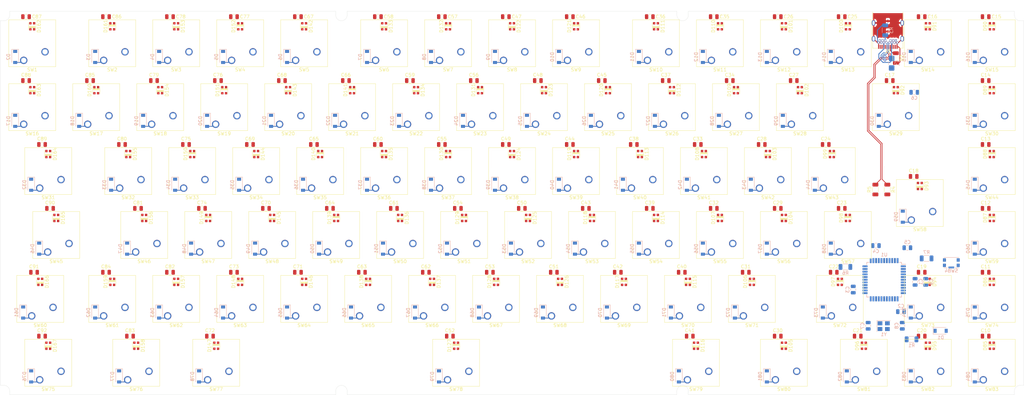
<source format=kicad_pcb>
(kicad_pcb (version 20171130) (host pcbnew 5.1.10)

  (general
    (thickness 1.6)
    (drawings 32)
    (tracks 261)
    (zones 0)
    (modules 354)
    (nets 216)
  )

  (page A3)
  (layers
    (0 F.Cu signal)
    (31 B.Cu signal)
    (32 B.Adhes user)
    (33 F.Adhes user)
    (34 B.Paste user)
    (35 F.Paste user)
    (36 B.SilkS user)
    (37 F.SilkS user)
    (38 B.Mask user)
    (39 F.Mask user)
    (40 Dwgs.User user)
    (41 Cmts.User user)
    (42 Eco1.User user)
    (43 Eco2.User user)
    (44 Edge.Cuts user)
    (45 Margin user)
    (46 B.CrtYd user)
    (47 F.CrtYd user)
    (48 B.Fab user)
    (49 F.Fab user)
  )

  (setup
    (last_trace_width 0.25)
    (trace_clearance 0.2)
    (zone_clearance 0.508)
    (zone_45_only no)
    (trace_min 0.2)
    (via_size 0.8)
    (via_drill 0.4)
    (via_min_size 0.6)
    (via_min_drill 0.3)
    (uvia_size 0.3)
    (uvia_drill 0.1)
    (uvias_allowed no)
    (uvia_min_size 0.2)
    (uvia_min_drill 0.1)
    (edge_width 0.05)
    (segment_width 0.2)
    (pcb_text_width 0.3)
    (pcb_text_size 1.5 1.5)
    (mod_edge_width 0.12)
    (mod_text_size 1 1)
    (mod_text_width 0.15)
    (pad_size 1.524 1.524)
    (pad_drill 0.762)
    (pad_to_mask_clearance 0.051)
    (solder_mask_min_width 0.25)
    (aux_axis_origin 0 0)
    (visible_elements FFFFF77F)
    (pcbplotparams
      (layerselection 0x010fc_ffffffff)
      (usegerberextensions false)
      (usegerberattributes false)
      (usegerberadvancedattributes false)
      (creategerberjobfile false)
      (excludeedgelayer true)
      (linewidth 0.100000)
      (plotframeref false)
      (viasonmask false)
      (mode 1)
      (useauxorigin false)
      (hpglpennumber 1)
      (hpglpenspeed 20)
      (hpglpendiameter 15.000000)
      (psnegative false)
      (psa4output false)
      (plotreference true)
      (plotvalue true)
      (plotinvisibletext false)
      (padsonsilk false)
      (subtractmaskfromsilk false)
      (outputformat 1)
      (mirror false)
      (drillshape 1)
      (scaleselection 1)
      (outputdirectory ""))
  )

  (net 0 "")
  (net 1 GND)
  (net 2 +5V)
  (net 3 "Net-(C7-Pad1)")
  (net 4 "Net-(C8-Pad2)")
  (net 5 "Net-(C9-Pad1)")
  (net 6 RST)
  (net 7 ROW0)
  (net 8 "Net-(D2-Pad2)")
  (net 9 "Net-(D3-Pad2)")
  (net 10 "Net-(D4-Pad2)")
  (net 11 "Net-(D5-Pad2)")
  (net 12 "Net-(D6-Pad2)")
  (net 13 "Net-(D7-Pad2)")
  (net 14 "Net-(D8-Pad2)")
  (net 15 "Net-(D9-Pad2)")
  (net 16 "Net-(D10-Pad2)")
  (net 17 "Net-(D11-Pad2)")
  (net 18 "Net-(D12-Pad2)")
  (net 19 "Net-(D13-Pad2)")
  (net 20 "Net-(D14-Pad2)")
  (net 21 "Net-(D15-Pad2)")
  (net 22 "Net-(D16-Pad2)")
  (net 23 ROW1)
  (net 24 "Net-(D17-Pad2)")
  (net 25 "Net-(D18-Pad2)")
  (net 26 "Net-(D19-Pad2)")
  (net 27 "Net-(D20-Pad2)")
  (net 28 "Net-(D21-Pad2)")
  (net 29 "Net-(D22-Pad2)")
  (net 30 "Net-(D23-Pad2)")
  (net 31 "Net-(D24-Pad2)")
  (net 32 "Net-(D25-Pad2)")
  (net 33 "Net-(D26-Pad2)")
  (net 34 "Net-(D27-Pad2)")
  (net 35 "Net-(D28-Pad2)")
  (net 36 "Net-(D29-Pad2)")
  (net 37 "Net-(D30-Pad2)")
  (net 38 "Net-(D31-Pad2)")
  (net 39 "Net-(D32-Pad2)")
  (net 40 ROW2)
  (net 41 "Net-(D33-Pad2)")
  (net 42 "Net-(D34-Pad2)")
  (net 43 "Net-(D35-Pad2)")
  (net 44 "Net-(D36-Pad2)")
  (net 45 "Net-(D37-Pad2)")
  (net 46 "Net-(D38-Pad2)")
  (net 47 "Net-(D39-Pad2)")
  (net 48 "Net-(D40-Pad2)")
  (net 49 "Net-(D41-Pad2)")
  (net 50 "Net-(D42-Pad2)")
  (net 51 "Net-(D43-Pad2)")
  (net 52 "Net-(D44-Pad2)")
  (net 53 "Net-(D45-Pad2)")
  (net 54 "Net-(D46-Pad2)")
  (net 55 ROW3)
  (net 56 "Net-(D47-Pad2)")
  (net 57 "Net-(D48-Pad2)")
  (net 58 "Net-(D49-Pad2)")
  (net 59 "Net-(D50-Pad2)")
  (net 60 "Net-(D51-Pad2)")
  (net 61 "Net-(D52-Pad2)")
  (net 62 "Net-(D53-Pad2)")
  (net 63 "Net-(D54-Pad2)")
  (net 64 "Net-(D55-Pad2)")
  (net 65 "Net-(D56-Pad2)")
  (net 66 "Net-(D57-Pad2)")
  (net 67 "Net-(D58-Pad2)")
  (net 68 "Net-(D59-Pad2)")
  (net 69 "Net-(D60-Pad2)")
  (net 70 ROW4)
  (net 71 "Net-(D61-Pad2)")
  (net 72 "Net-(D62-Pad2)")
  (net 73 "Net-(D63-Pad2)")
  (net 74 "Net-(D64-Pad2)")
  (net 75 "Net-(D65-Pad2)")
  (net 76 "Net-(D66-Pad2)")
  (net 77 "Net-(D67-Pad2)")
  (net 78 "Net-(D68-Pad2)")
  (net 79 "Net-(D69-Pad2)")
  (net 80 "Net-(D70-Pad2)")
  (net 81 "Net-(D71-Pad2)")
  (net 82 "Net-(D72-Pad2)")
  (net 83 "Net-(D73-Pad2)")
  (net 84 "Net-(D74-Pad2)")
  (net 85 "Net-(D75-Pad2)")
  (net 86 ROW5)
  (net 87 "Net-(D76-Pad2)")
  (net 88 "Net-(D77-Pad2)")
  (net 89 "Net-(D78-Pad2)")
  (net 90 "Net-(D79-Pad2)")
  (net 91 "Net-(D80-Pad2)")
  (net 92 "Net-(D81-Pad2)")
  (net 93 "Net-(D82-Pad2)")
  (net 94 "Net-(D83-Pad2)")
  (net 95 "Net-(D84-Pad2)")
  (net 96 "Net-(D85-Pad2)")
  (net 97 DIN)
  (net 98 "Net-(D86-Pad2)")
  (net 99 "Net-(D87-Pad2)")
  (net 100 "Net-(D88-Pad2)")
  (net 101 "Net-(D89-Pad2)")
  (net 102 "Net-(D90-Pad2)")
  (net 103 "Net-(D91-Pad2)")
  (net 104 "Net-(D92-Pad2)")
  (net 105 "Net-(D93-Pad2)")
  (net 106 "Net-(D94-Pad2)")
  (net 107 "Net-(D95-Pad2)")
  (net 108 "Net-(D96-Pad2)")
  (net 109 "Net-(D97-Pad2)")
  (net 110 "Net-(D98-Pad2)")
  (net 111 "Net-(D100-Pad4)")
  (net 112 "Net-(D100-Pad2)")
  (net 113 "Net-(D101-Pad2)")
  (net 114 "Net-(D102-Pad2)")
  (net 115 "Net-(D103-Pad2)")
  (net 116 "Net-(D104-Pad2)")
  (net 117 "Net-(D105-Pad2)")
  (net 118 "Net-(D106-Pad2)")
  (net 119 "Net-(D107-Pad2)")
  (net 120 "Net-(D108-Pad2)")
  (net 121 "Net-(D109-Pad2)")
  (net 122 "Net-(D110-Pad2)")
  (net 123 "Net-(D111-Pad2)")
  (net 124 "Net-(D112-Pad2)")
  (net 125 "Net-(D113-Pad2)")
  (net 126 "Net-(D114-Pad2)")
  (net 127 "Net-(D115-Pad2)")
  (net 128 "Net-(D116-Pad2)")
  (net 129 "Net-(D117-Pad2)")
  (net 130 "Net-(D118-Pad2)")
  (net 131 "Net-(D119-Pad2)")
  (net 132 "Net-(D120-Pad2)")
  (net 133 "Net-(D121-Pad2)")
  (net 134 "Net-(D122-Pad2)")
  (net 135 "Net-(D123-Pad2)")
  (net 136 "Net-(D124-Pad2)")
  (net 137 "Net-(D125-Pad2)")
  (net 138 "Net-(D126-Pad2)")
  (net 139 "Net-(D127-Pad2)")
  (net 140 "Net-(D128-Pad2)")
  (net 141 "Net-(D129-Pad2)")
  (net 142 "Net-(D130-Pad2)")
  (net 143 "Net-(D131-Pad2)")
  (net 144 "Net-(D132-Pad2)")
  (net 145 "Net-(D133-Pad2)")
  (net 146 "Net-(D134-Pad2)")
  (net 147 "Net-(D135-Pad2)")
  (net 148 "Net-(D136-Pad2)")
  (net 149 "Net-(D137-Pad2)")
  (net 150 "Net-(D138-Pad2)")
  (net 151 "Net-(D139-Pad2)")
  (net 152 "Net-(D140-Pad2)")
  (net 153 "Net-(D141-Pad2)")
  (net 154 "Net-(D142-Pad2)")
  (net 155 "Net-(D143-Pad2)")
  (net 156 "Net-(D144-Pad2)")
  (net 157 "Net-(D145-Pad2)")
  (net 158 "Net-(D146-Pad2)")
  (net 159 "Net-(D147-Pad2)")
  (net 160 "Net-(D148-Pad2)")
  (net 161 "Net-(D149-Pad2)")
  (net 162 "Net-(D150-Pad2)")
  (net 163 "Net-(D151-Pad2)")
  (net 164 "Net-(D152-Pad2)")
  (net 165 "Net-(D153-Pad2)")
  (net 166 "Net-(D154-Pad2)")
  (net 167 "Net-(D155-Pad2)")
  (net 168 "Net-(D156-Pad2)")
  (net 169 "Net-(D157-Pad2)")
  (net 170 "Net-(D158-Pad2)")
  (net 171 "Net-(D159-Pad2)")
  (net 172 "Net-(D160-Pad2)")
  (net 173 "Net-(D161-Pad2)")
  (net 174 "Net-(D162-Pad2)")
  (net 175 "Net-(D163-Pad2)")
  (net 176 "Net-(D164-Pad2)")
  (net 177 "Net-(D165-Pad2)")
  (net 178 "Net-(D166-Pad2)")
  (net 179 "Net-(D167-Pad2)")
  (net 180 "Net-(F1-Pad2)")
  (net 181 COL02)
  (net 182 COL00)
  (net 183 COL01)
  (net 184 D-)
  (net 185 D+)
  (net 186 "Net-(R6-Pad2)")
  (net 187 COL03)
  (net 188 COL04)
  (net 189 COL06)
  (net 190 COL07)
  (net 191 COL08)
  (net 192 COL09)
  (net 193 COL10)
  (net 194 COL11)
  (net 195 COL12)
  (net 196 COL13)
  (net 197 COL14)
  (net 198 COL15)
  (net 199 COL05)
  (net 200 "Net-(U1-Pad1)")
  (net 201 "Net-(U1-Pad8)")
  (net 202 "Net-(U1-Pad42)")
  (net 203 "Net-(R7-Pad2)")
  (net 204 "Net-(J1-PadB11)")
  (net 205 "Net-(J1-PadB2)")
  (net 206 "Net-(J1-PadB5)")
  (net 207 "Net-(J1-PadB8)")
  (net 208 "Net-(J1-PadB3)")
  (net 209 "Net-(J1-PadB10)")
  (net 210 "Net-(J1-PadA2)")
  (net 211 "Net-(J1-PadA3)")
  (net 212 "Net-(J1-PadA5)")
  (net 213 "Net-(J1-PadA8)")
  (net 214 "Net-(J1-PadA10)")
  (net 215 "Net-(J1-PadA11)")

  (net_class Default "Dies ist die voreingestellte Netzklasse."
    (clearance 0.2)
    (trace_width 0.25)
    (via_dia 0.8)
    (via_drill 0.4)
    (uvia_dia 0.3)
    (uvia_drill 0.1)
    (add_net +5V)
    (add_net COL00)
    (add_net COL01)
    (add_net COL02)
    (add_net COL03)
    (add_net COL04)
    (add_net COL05)
    (add_net COL06)
    (add_net COL07)
    (add_net COL08)
    (add_net COL09)
    (add_net COL10)
    (add_net COL11)
    (add_net COL12)
    (add_net COL13)
    (add_net COL14)
    (add_net COL15)
    (add_net D+)
    (add_net D-)
    (add_net DIN)
    (add_net GND)
    (add_net "Net-(C7-Pad1)")
    (add_net "Net-(C8-Pad2)")
    (add_net "Net-(C9-Pad1)")
    (add_net "Net-(D10-Pad2)")
    (add_net "Net-(D100-Pad2)")
    (add_net "Net-(D100-Pad4)")
    (add_net "Net-(D101-Pad2)")
    (add_net "Net-(D102-Pad2)")
    (add_net "Net-(D103-Pad2)")
    (add_net "Net-(D104-Pad2)")
    (add_net "Net-(D105-Pad2)")
    (add_net "Net-(D106-Pad2)")
    (add_net "Net-(D107-Pad2)")
    (add_net "Net-(D108-Pad2)")
    (add_net "Net-(D109-Pad2)")
    (add_net "Net-(D11-Pad2)")
    (add_net "Net-(D110-Pad2)")
    (add_net "Net-(D111-Pad2)")
    (add_net "Net-(D112-Pad2)")
    (add_net "Net-(D113-Pad2)")
    (add_net "Net-(D114-Pad2)")
    (add_net "Net-(D115-Pad2)")
    (add_net "Net-(D116-Pad2)")
    (add_net "Net-(D117-Pad2)")
    (add_net "Net-(D118-Pad2)")
    (add_net "Net-(D119-Pad2)")
    (add_net "Net-(D12-Pad2)")
    (add_net "Net-(D120-Pad2)")
    (add_net "Net-(D121-Pad2)")
    (add_net "Net-(D122-Pad2)")
    (add_net "Net-(D123-Pad2)")
    (add_net "Net-(D124-Pad2)")
    (add_net "Net-(D125-Pad2)")
    (add_net "Net-(D126-Pad2)")
    (add_net "Net-(D127-Pad2)")
    (add_net "Net-(D128-Pad2)")
    (add_net "Net-(D129-Pad2)")
    (add_net "Net-(D13-Pad2)")
    (add_net "Net-(D130-Pad2)")
    (add_net "Net-(D131-Pad2)")
    (add_net "Net-(D132-Pad2)")
    (add_net "Net-(D133-Pad2)")
    (add_net "Net-(D134-Pad2)")
    (add_net "Net-(D135-Pad2)")
    (add_net "Net-(D136-Pad2)")
    (add_net "Net-(D137-Pad2)")
    (add_net "Net-(D138-Pad2)")
    (add_net "Net-(D139-Pad2)")
    (add_net "Net-(D14-Pad2)")
    (add_net "Net-(D140-Pad2)")
    (add_net "Net-(D141-Pad2)")
    (add_net "Net-(D142-Pad2)")
    (add_net "Net-(D143-Pad2)")
    (add_net "Net-(D144-Pad2)")
    (add_net "Net-(D145-Pad2)")
    (add_net "Net-(D146-Pad2)")
    (add_net "Net-(D147-Pad2)")
    (add_net "Net-(D148-Pad2)")
    (add_net "Net-(D149-Pad2)")
    (add_net "Net-(D15-Pad2)")
    (add_net "Net-(D150-Pad2)")
    (add_net "Net-(D151-Pad2)")
    (add_net "Net-(D152-Pad2)")
    (add_net "Net-(D153-Pad2)")
    (add_net "Net-(D154-Pad2)")
    (add_net "Net-(D155-Pad2)")
    (add_net "Net-(D156-Pad2)")
    (add_net "Net-(D157-Pad2)")
    (add_net "Net-(D158-Pad2)")
    (add_net "Net-(D159-Pad2)")
    (add_net "Net-(D16-Pad2)")
    (add_net "Net-(D160-Pad2)")
    (add_net "Net-(D161-Pad2)")
    (add_net "Net-(D162-Pad2)")
    (add_net "Net-(D163-Pad2)")
    (add_net "Net-(D164-Pad2)")
    (add_net "Net-(D165-Pad2)")
    (add_net "Net-(D166-Pad2)")
    (add_net "Net-(D167-Pad2)")
    (add_net "Net-(D17-Pad2)")
    (add_net "Net-(D18-Pad2)")
    (add_net "Net-(D19-Pad2)")
    (add_net "Net-(D2-Pad2)")
    (add_net "Net-(D20-Pad2)")
    (add_net "Net-(D21-Pad2)")
    (add_net "Net-(D22-Pad2)")
    (add_net "Net-(D23-Pad2)")
    (add_net "Net-(D24-Pad2)")
    (add_net "Net-(D25-Pad2)")
    (add_net "Net-(D26-Pad2)")
    (add_net "Net-(D27-Pad2)")
    (add_net "Net-(D28-Pad2)")
    (add_net "Net-(D29-Pad2)")
    (add_net "Net-(D3-Pad2)")
    (add_net "Net-(D30-Pad2)")
    (add_net "Net-(D31-Pad2)")
    (add_net "Net-(D32-Pad2)")
    (add_net "Net-(D33-Pad2)")
    (add_net "Net-(D34-Pad2)")
    (add_net "Net-(D35-Pad2)")
    (add_net "Net-(D36-Pad2)")
    (add_net "Net-(D37-Pad2)")
    (add_net "Net-(D38-Pad2)")
    (add_net "Net-(D39-Pad2)")
    (add_net "Net-(D4-Pad2)")
    (add_net "Net-(D40-Pad2)")
    (add_net "Net-(D41-Pad2)")
    (add_net "Net-(D42-Pad2)")
    (add_net "Net-(D43-Pad2)")
    (add_net "Net-(D44-Pad2)")
    (add_net "Net-(D45-Pad2)")
    (add_net "Net-(D46-Pad2)")
    (add_net "Net-(D47-Pad2)")
    (add_net "Net-(D48-Pad2)")
    (add_net "Net-(D49-Pad2)")
    (add_net "Net-(D5-Pad2)")
    (add_net "Net-(D50-Pad2)")
    (add_net "Net-(D51-Pad2)")
    (add_net "Net-(D52-Pad2)")
    (add_net "Net-(D53-Pad2)")
    (add_net "Net-(D54-Pad2)")
    (add_net "Net-(D55-Pad2)")
    (add_net "Net-(D56-Pad2)")
    (add_net "Net-(D57-Pad2)")
    (add_net "Net-(D58-Pad2)")
    (add_net "Net-(D59-Pad2)")
    (add_net "Net-(D6-Pad2)")
    (add_net "Net-(D60-Pad2)")
    (add_net "Net-(D61-Pad2)")
    (add_net "Net-(D62-Pad2)")
    (add_net "Net-(D63-Pad2)")
    (add_net "Net-(D64-Pad2)")
    (add_net "Net-(D65-Pad2)")
    (add_net "Net-(D66-Pad2)")
    (add_net "Net-(D67-Pad2)")
    (add_net "Net-(D68-Pad2)")
    (add_net "Net-(D69-Pad2)")
    (add_net "Net-(D7-Pad2)")
    (add_net "Net-(D70-Pad2)")
    (add_net "Net-(D71-Pad2)")
    (add_net "Net-(D72-Pad2)")
    (add_net "Net-(D73-Pad2)")
    (add_net "Net-(D74-Pad2)")
    (add_net "Net-(D75-Pad2)")
    (add_net "Net-(D76-Pad2)")
    (add_net "Net-(D77-Pad2)")
    (add_net "Net-(D78-Pad2)")
    (add_net "Net-(D79-Pad2)")
    (add_net "Net-(D8-Pad2)")
    (add_net "Net-(D80-Pad2)")
    (add_net "Net-(D81-Pad2)")
    (add_net "Net-(D82-Pad2)")
    (add_net "Net-(D83-Pad2)")
    (add_net "Net-(D84-Pad2)")
    (add_net "Net-(D85-Pad2)")
    (add_net "Net-(D86-Pad2)")
    (add_net "Net-(D87-Pad2)")
    (add_net "Net-(D88-Pad2)")
    (add_net "Net-(D89-Pad2)")
    (add_net "Net-(D9-Pad2)")
    (add_net "Net-(D90-Pad2)")
    (add_net "Net-(D91-Pad2)")
    (add_net "Net-(D92-Pad2)")
    (add_net "Net-(D93-Pad2)")
    (add_net "Net-(D94-Pad2)")
    (add_net "Net-(D95-Pad2)")
    (add_net "Net-(D96-Pad2)")
    (add_net "Net-(D97-Pad2)")
    (add_net "Net-(D98-Pad2)")
    (add_net "Net-(F1-Pad2)")
    (add_net "Net-(J1-PadA10)")
    (add_net "Net-(J1-PadA11)")
    (add_net "Net-(J1-PadA2)")
    (add_net "Net-(J1-PadA3)")
    (add_net "Net-(J1-PadA5)")
    (add_net "Net-(J1-PadA8)")
    (add_net "Net-(J1-PadB10)")
    (add_net "Net-(J1-PadB11)")
    (add_net "Net-(J1-PadB2)")
    (add_net "Net-(J1-PadB3)")
    (add_net "Net-(J1-PadB5)")
    (add_net "Net-(J1-PadB8)")
    (add_net "Net-(R6-Pad2)")
    (add_net "Net-(R7-Pad2)")
    (add_net "Net-(U1-Pad1)")
    (add_net "Net-(U1-Pad42)")
    (add_net "Net-(U1-Pad8)")
    (add_net ROW0)
    (add_net ROW1)
    (add_net ROW2)
    (add_net ROW3)
    (add_net ROW4)
    (add_net ROW5)
    (add_net RST)
  )

  (module Crystal:Crystal_SMD_3225-4Pin_3.2x2.5mm (layer B.Cu) (tedit 5A0FD1B2) (tstamp 5F1B5622)
    (at 301.17 131.96)
    (descr "SMD Crystal SERIES SMD3225/4 http://www.txccrystal.com/images/pdf/7m-accuracy.pdf, 3.2x2.5mm^2 package")
    (tags "SMD SMT crystal")
    (path /5F294622)
    (attr smd)
    (fp_text reference Y1 (at 0 2.45) (layer B.SilkS)
      (effects (font (size 1 1) (thickness 0.15)) (justify mirror))
    )
    (fp_text value 16MHz (at 0 -2.45) (layer B.Fab)
      (effects (font (size 1 1) (thickness 0.15)) (justify mirror))
    )
    (fp_line (start 2.1 1.7) (end -2.1 1.7) (layer B.CrtYd) (width 0.05))
    (fp_line (start 2.1 -1.7) (end 2.1 1.7) (layer B.CrtYd) (width 0.05))
    (fp_line (start -2.1 -1.7) (end 2.1 -1.7) (layer B.CrtYd) (width 0.05))
    (fp_line (start -2.1 1.7) (end -2.1 -1.7) (layer B.CrtYd) (width 0.05))
    (fp_line (start -2 -1.65) (end 2 -1.65) (layer B.SilkS) (width 0.12))
    (fp_line (start -2 1.65) (end -2 -1.65) (layer B.SilkS) (width 0.12))
    (fp_line (start -1.6 -0.25) (end -0.6 -1.25) (layer B.Fab) (width 0.1))
    (fp_line (start 1.6 1.25) (end -1.6 1.25) (layer B.Fab) (width 0.1))
    (fp_line (start 1.6 -1.25) (end 1.6 1.25) (layer B.Fab) (width 0.1))
    (fp_line (start -1.6 -1.25) (end 1.6 -1.25) (layer B.Fab) (width 0.1))
    (fp_line (start -1.6 1.25) (end -1.6 -1.25) (layer B.Fab) (width 0.1))
    (fp_text user %R (at 0 0) (layer B.Fab)
      (effects (font (size 0.7 0.7) (thickness 0.105)) (justify mirror))
    )
    (pad 4 smd rect (at -1.1 0.85) (size 1.4 1.2) (layers B.Cu B.Paste B.Mask)
      (net 1 GND))
    (pad 3 smd rect (at 1.1 0.85) (size 1.4 1.2) (layers B.Cu B.Paste B.Mask)
      (net 4 "Net-(C8-Pad2)"))
    (pad 2 smd rect (at 1.1 -0.85) (size 1.4 1.2) (layers B.Cu B.Paste B.Mask)
      (net 1 GND))
    (pad 1 smd rect (at -1.1 -0.85) (size 1.4 1.2) (layers B.Cu B.Paste B.Mask)
      (net 3 "Net-(C7-Pad1)"))
    (model ${KISYS3DMOD}/Crystal.3dshapes/Crystal_SMD_3225-4Pin_3.2x2.5mm.wrl
      (at (xyz 0 0 0))
      (scale (xyz 1 1 1))
      (rotate (xyz 0 0 0))
    )
  )

  (module Button_Switch_SMD:SW_Push_1P1T-SH_NO_CK_KMR2xxG (layer B.Cu) (tedit 5D8D2A01) (tstamp 60EE10F7)
    (at 321.31 113.03)
    (descr "CK components KMR2 tactile switch with ground pin http://www.ckswitches.com/media/1479/kmr2.pdf")
    (tags "tactile switch kmr2")
    (path /60FEE33A)
    (attr smd)
    (fp_text reference SW84 (at 0 2.45) (layer B.SilkS)
      (effects (font (size 1 1) (thickness 0.15)) (justify mirror))
    )
    (fp_text value SW_Push (at 0 -2.55) (layer B.Fab)
      (effects (font (size 1 1) (thickness 0.15)) (justify mirror))
    )
    (fp_line (start -1.15 1.55) (end -2.2 1.55) (layer B.SilkS) (width 0.12))
    (fp_line (start -2.1 1.4) (end 2.1 1.4) (layer B.Fab) (width 0.1))
    (fp_line (start 2.1 1.4) (end 2.1 -1.4) (layer B.Fab) (width 0.1))
    (fp_line (start 2.1 -1.4) (end -2.1 -1.4) (layer B.Fab) (width 0.1))
    (fp_line (start -2.1 -1.4) (end -2.1 1.4) (layer B.Fab) (width 0.1))
    (fp_line (start 2.2 -0.05) (end 2.2 0.05) (layer B.SilkS) (width 0.12))
    (fp_line (start -2.8 1.8) (end 2.8 1.8) (layer B.CrtYd) (width 0.05))
    (fp_line (start 2.8 1.8) (end 2.8 -1.8) (layer B.CrtYd) (width 0.05))
    (fp_line (start 2.8 -1.8) (end -2.8 -1.8) (layer B.CrtYd) (width 0.05))
    (fp_line (start -2.8 -1.8) (end -2.8 1.8) (layer B.CrtYd) (width 0.05))
    (fp_circle (center 0 0) (end 0 -0.8) (layer B.Fab) (width 0.1))
    (fp_line (start -2.2 -1.55) (end 2.2 -1.55) (layer B.SilkS) (width 0.12))
    (fp_line (start 2.2 1.55) (end 1.15 1.55) (layer B.SilkS) (width 0.12))
    (fp_line (start -2.2 -0.05) (end -2.2 0.05) (layer B.SilkS) (width 0.12))
    (fp_text user %R (at 0 2.45) (layer B.Fab)
      (effects (font (size 1 1) (thickness 0.15)) (justify mirror))
    )
    (pad SH smd rect (at 0 1.425) (size 1.7 0.55) (layers B.Cu B.Paste B.Mask))
    (pad 1 smd rect (at -2.05 0.8) (size 0.9 1) (layers B.Cu B.Paste B.Mask)
      (net 6 RST))
    (pad 2 smd rect (at -2.05 -0.8) (size 0.9 1) (layers B.Cu B.Paste B.Mask)
      (net 1 GND))
    (pad 1 smd rect (at 2.05 0.8) (size 0.9 1) (layers B.Cu B.Paste B.Mask)
      (net 6 RST))
    (pad 2 smd rect (at 2.05 -0.8) (size 0.9 1) (layers B.Cu B.Paste B.Mask)
      (net 1 GND))
    (model ${KISYS3DMOD}/Button_Switch_SMD.3dshapes/SW_Push_1P1T-SH_NO_CK_KMR2xxG.wrl
      (at (xyz 0 0 0))
      (scale (xyz 1 1 1))
      (rotate (xyz 0 0 0))
    )
  )

  (module Resistor_SMD:R_1206_3216Metric (layer B.Cu) (tedit 5F68FEEE) (tstamp 5F26397F)
    (at 313.944 111.76 180)
    (descr "Resistor SMD 1206 (3216 Metric), square (rectangular) end terminal, IPC_7351 nominal, (Body size source: IPC-SM-782 page 72, https://www.pcb-3d.com/wordpress/wp-content/uploads/ipc-sm-782a_amendment_1_and_2.pdf), generated with kicad-footprint-generator")
    (tags resistor)
    (path /5F259898)
    (attr smd)
    (fp_text reference R7 (at 0 1.82) (layer B.SilkS)
      (effects (font (size 1 1) (thickness 0.15)) (justify mirror))
    )
    (fp_text value 470 (at 0 -1.82) (layer B.Fab)
      (effects (font (size 1 1) (thickness 0.15)) (justify mirror))
    )
    (fp_line (start 2.28 -1.12) (end -2.28 -1.12) (layer B.CrtYd) (width 0.05))
    (fp_line (start 2.28 1.12) (end 2.28 -1.12) (layer B.CrtYd) (width 0.05))
    (fp_line (start -2.28 1.12) (end 2.28 1.12) (layer B.CrtYd) (width 0.05))
    (fp_line (start -2.28 -1.12) (end -2.28 1.12) (layer B.CrtYd) (width 0.05))
    (fp_line (start -0.727064 -0.91) (end 0.727064 -0.91) (layer B.SilkS) (width 0.12))
    (fp_line (start -0.727064 0.91) (end 0.727064 0.91) (layer B.SilkS) (width 0.12))
    (fp_line (start 1.6 -0.8) (end -1.6 -0.8) (layer B.Fab) (width 0.1))
    (fp_line (start 1.6 0.8) (end 1.6 -0.8) (layer B.Fab) (width 0.1))
    (fp_line (start -1.6 0.8) (end 1.6 0.8) (layer B.Fab) (width 0.1))
    (fp_line (start -1.6 -0.8) (end -1.6 0.8) (layer B.Fab) (width 0.1))
    (fp_text user %R (at 0 0) (layer B.Fab)
      (effects (font (size 0.8 0.8) (thickness 0.12)) (justify mirror))
    )
    (pad 2 smd roundrect (at 1.4625 0 180) (size 1.125 1.75) (layers B.Cu B.Paste B.Mask) (roundrect_rratio 0.222222)
      (net 203 "Net-(R7-Pad2)"))
    (pad 1 smd roundrect (at -1.4625 0 180) (size 1.125 1.75) (layers B.Cu B.Paste B.Mask) (roundrect_rratio 0.222222)
      (net 97 DIN))
    (model ${KISYS3DMOD}/Resistor_SMD.3dshapes/R_1206_3216Metric.wrl
      (at (xyz 0 0 0))
      (scale (xyz 1 1 1))
      (rotate (xyz 0 0 0))
    )
  )

  (module Resistor_SMD:R_1206_3216Metric (layer B.Cu) (tedit 5F68FEEE) (tstamp 5F15FF29)
    (at 289.7775 114.3)
    (descr "Resistor SMD 1206 (3216 Metric), square (rectangular) end terminal, IPC_7351 nominal, (Body size source: IPC-SM-782 page 72, https://www.pcb-3d.com/wordpress/wp-content/uploads/ipc-sm-782a_amendment_1_and_2.pdf), generated with kicad-footprint-generator")
    (tags resistor)
    (path /5F0D539D)
    (attr smd)
    (fp_text reference R6 (at 0 1.82) (layer B.SilkS)
      (effects (font (size 1 1) (thickness 0.15)) (justify mirror))
    )
    (fp_text value 10k (at 0 -1.82) (layer B.Fab)
      (effects (font (size 1 1) (thickness 0.15)) (justify mirror))
    )
    (fp_line (start 2.28 -1.12) (end -2.28 -1.12) (layer B.CrtYd) (width 0.05))
    (fp_line (start 2.28 1.12) (end 2.28 -1.12) (layer B.CrtYd) (width 0.05))
    (fp_line (start -2.28 1.12) (end 2.28 1.12) (layer B.CrtYd) (width 0.05))
    (fp_line (start -2.28 -1.12) (end -2.28 1.12) (layer B.CrtYd) (width 0.05))
    (fp_line (start -0.727064 -0.91) (end 0.727064 -0.91) (layer B.SilkS) (width 0.12))
    (fp_line (start -0.727064 0.91) (end 0.727064 0.91) (layer B.SilkS) (width 0.12))
    (fp_line (start 1.6 -0.8) (end -1.6 -0.8) (layer B.Fab) (width 0.1))
    (fp_line (start 1.6 0.8) (end 1.6 -0.8) (layer B.Fab) (width 0.1))
    (fp_line (start -1.6 0.8) (end 1.6 0.8) (layer B.Fab) (width 0.1))
    (fp_line (start -1.6 -0.8) (end -1.6 0.8) (layer B.Fab) (width 0.1))
    (fp_text user %R (at 0 0) (layer B.Fab)
      (effects (font (size 0.8 0.8) (thickness 0.12)) (justify mirror))
    )
    (pad 2 smd roundrect (at 1.4625 0) (size 1.125 1.75) (layers B.Cu B.Paste B.Mask) (roundrect_rratio 0.222222)
      (net 186 "Net-(R6-Pad2)"))
    (pad 1 smd roundrect (at -1.4625 0) (size 1.125 1.75) (layers B.Cu B.Paste B.Mask) (roundrect_rratio 0.222222)
      (net 1 GND))
    (model ${KISYS3DMOD}/Resistor_SMD.3dshapes/R_1206_3216Metric.wrl
      (at (xyz 0 0 0))
      (scale (xyz 1 1 1))
      (rotate (xyz 0 0 0))
    )
  )

  (module Resistor_SMD:R_1206_3216Metric (layer F.Cu) (tedit 5F68FEEE) (tstamp 5F37A863)
    (at 298.704 91.2225 90)
    (descr "Resistor SMD 1206 (3216 Metric), square (rectangular) end terminal, IPC_7351 nominal, (Body size source: IPC-SM-782 page 72, https://www.pcb-3d.com/wordpress/wp-content/uploads/ipc-sm-782a_amendment_1_and_2.pdf), generated with kicad-footprint-generator")
    (tags resistor)
    (path /5F0B5901)
    (attr smd)
    (fp_text reference R5 (at 0 -1.82 90) (layer F.SilkS)
      (effects (font (size 1 1) (thickness 0.15)))
    )
    (fp_text value 22 (at 0 1.82 90) (layer F.Fab)
      (effects (font (size 1 1) (thickness 0.15)))
    )
    (fp_line (start 2.28 1.12) (end -2.28 1.12) (layer F.CrtYd) (width 0.05))
    (fp_line (start 2.28 -1.12) (end 2.28 1.12) (layer F.CrtYd) (width 0.05))
    (fp_line (start -2.28 -1.12) (end 2.28 -1.12) (layer F.CrtYd) (width 0.05))
    (fp_line (start -2.28 1.12) (end -2.28 -1.12) (layer F.CrtYd) (width 0.05))
    (fp_line (start -0.727064 0.91) (end 0.727064 0.91) (layer F.SilkS) (width 0.12))
    (fp_line (start -0.727064 -0.91) (end 0.727064 -0.91) (layer F.SilkS) (width 0.12))
    (fp_line (start 1.6 0.8) (end -1.6 0.8) (layer F.Fab) (width 0.1))
    (fp_line (start 1.6 -0.8) (end 1.6 0.8) (layer F.Fab) (width 0.1))
    (fp_line (start -1.6 -0.8) (end 1.6 -0.8) (layer F.Fab) (width 0.1))
    (fp_line (start -1.6 0.8) (end -1.6 -0.8) (layer F.Fab) (width 0.1))
    (fp_text user %R (at 0 0 90) (layer F.Fab)
      (effects (font (size 0.8 0.8) (thickness 0.12)))
    )
    (pad 2 smd roundrect (at 1.4625 0 90) (size 1.125 1.75) (layers F.Cu F.Paste F.Mask) (roundrect_rratio 0.222222)
      (net 184 D-))
    (pad 1 smd roundrect (at -1.4625 0 90) (size 1.125 1.75) (layers F.Cu F.Paste F.Mask) (roundrect_rratio 0.222222)
      (net 184 D-))
    (model ${KISYS3DMOD}/Resistor_SMD.3dshapes/R_1206_3216Metric.wrl
      (at (xyz 0 0 0))
      (scale (xyz 1 1 1))
      (rotate (xyz 0 0 0))
    )
  )

  (module Resistor_SMD:R_1206_3216Metric (layer F.Cu) (tedit 5F68FEEE) (tstamp 5F1B58E4)
    (at 302.26 91.2225 270)
    (descr "Resistor SMD 1206 (3216 Metric), square (rectangular) end terminal, IPC_7351 nominal, (Body size source: IPC-SM-782 page 72, https://www.pcb-3d.com/wordpress/wp-content/uploads/ipc-sm-782a_amendment_1_and_2.pdf), generated with kicad-footprint-generator")
    (tags resistor)
    (path /5F0AD349)
    (attr smd)
    (fp_text reference R4 (at 0 -1.82 90) (layer F.SilkS)
      (effects (font (size 1 1) (thickness 0.15)))
    )
    (fp_text value 22 (at 0 1.82 90) (layer F.Fab)
      (effects (font (size 1 1) (thickness 0.15)))
    )
    (fp_line (start 2.28 1.12) (end -2.28 1.12) (layer F.CrtYd) (width 0.05))
    (fp_line (start 2.28 -1.12) (end 2.28 1.12) (layer F.CrtYd) (width 0.05))
    (fp_line (start -2.28 -1.12) (end 2.28 -1.12) (layer F.CrtYd) (width 0.05))
    (fp_line (start -2.28 1.12) (end -2.28 -1.12) (layer F.CrtYd) (width 0.05))
    (fp_line (start -0.727064 0.91) (end 0.727064 0.91) (layer F.SilkS) (width 0.12))
    (fp_line (start -0.727064 -0.91) (end 0.727064 -0.91) (layer F.SilkS) (width 0.12))
    (fp_line (start 1.6 0.8) (end -1.6 0.8) (layer F.Fab) (width 0.1))
    (fp_line (start 1.6 -0.8) (end 1.6 0.8) (layer F.Fab) (width 0.1))
    (fp_line (start -1.6 -0.8) (end 1.6 -0.8) (layer F.Fab) (width 0.1))
    (fp_line (start -1.6 0.8) (end -1.6 -0.8) (layer F.Fab) (width 0.1))
    (fp_text user %R (at 0 0 90) (layer F.Fab)
      (effects (font (size 0.8 0.8) (thickness 0.12)))
    )
    (pad 2 smd roundrect (at 1.4625 0 270) (size 1.125 1.75) (layers F.Cu F.Paste F.Mask) (roundrect_rratio 0.222222)
      (net 185 D+))
    (pad 1 smd roundrect (at -1.4625 0 270) (size 1.125 1.75) (layers F.Cu F.Paste F.Mask) (roundrect_rratio 0.222222)
      (net 185 D+))
    (model ${KISYS3DMOD}/Resistor_SMD.3dshapes/R_1206_3216Metric.wrl
      (at (xyz 0 0 0))
      (scale (xyz 1 1 1))
      (rotate (xyz 0 0 0))
    )
  )

  (module Resistor_SMD:R_1206_3216Metric (layer B.Cu) (tedit 5F68FEEE) (tstamp 5F164238)
    (at 301.625 43.7245 90)
    (descr "Resistor SMD 1206 (3216 Metric), square (rectangular) end terminal, IPC_7351 nominal, (Body size source: IPC-SM-782 page 72, https://www.pcb-3d.com/wordpress/wp-content/uploads/ipc-sm-782a_amendment_1_and_2.pdf), generated with kicad-footprint-generator")
    (tags resistor)
    (path /5F030D08)
    (attr smd)
    (fp_text reference R3 (at 0 1.82 90) (layer B.SilkS)
      (effects (font (size 1 1) (thickness 0.15)) (justify mirror))
    )
    (fp_text value 5.1k (at 0 -1.82 90) (layer B.Fab)
      (effects (font (size 1 1) (thickness 0.15)) (justify mirror))
    )
    (fp_line (start 2.28 -1.12) (end -2.28 -1.12) (layer B.CrtYd) (width 0.05))
    (fp_line (start 2.28 1.12) (end 2.28 -1.12) (layer B.CrtYd) (width 0.05))
    (fp_line (start -2.28 1.12) (end 2.28 1.12) (layer B.CrtYd) (width 0.05))
    (fp_line (start -2.28 -1.12) (end -2.28 1.12) (layer B.CrtYd) (width 0.05))
    (fp_line (start -0.727064 -0.91) (end 0.727064 -0.91) (layer B.SilkS) (width 0.12))
    (fp_line (start -0.727064 0.91) (end 0.727064 0.91) (layer B.SilkS) (width 0.12))
    (fp_line (start 1.6 -0.8) (end -1.6 -0.8) (layer B.Fab) (width 0.1))
    (fp_line (start 1.6 0.8) (end 1.6 -0.8) (layer B.Fab) (width 0.1))
    (fp_line (start -1.6 0.8) (end 1.6 0.8) (layer B.Fab) (width 0.1))
    (fp_line (start -1.6 -0.8) (end -1.6 0.8) (layer B.Fab) (width 0.1))
    (fp_text user %R (at 0 0 90) (layer B.Fab)
      (effects (font (size 0.8 0.8) (thickness 0.12)) (justify mirror))
    )
    (pad 2 smd roundrect (at 1.4625 0 90) (size 1.125 1.75) (layers B.Cu B.Paste B.Mask) (roundrect_rratio 0.222222)
      (net 1 GND))
    (pad 1 smd roundrect (at -1.4625 0 90) (size 1.125 1.75) (layers B.Cu B.Paste B.Mask) (roundrect_rratio 0.222222)
      (net 206 "Net-(J1-PadB5)"))
    (model ${KISYS3DMOD}/Resistor_SMD.3dshapes/R_1206_3216Metric.wrl
      (at (xyz 0 0 0))
      (scale (xyz 1 1 1))
      (rotate (xyz 0 0 0))
    )
  )

  (module Resistor_SMD:R_1206_3216Metric (layer F.Cu) (tedit 5F68FEEE) (tstamp 5F1BFBDC)
    (at 304.8 52.0335 270)
    (descr "Resistor SMD 1206 (3216 Metric), square (rectangular) end terminal, IPC_7351 nominal, (Body size source: IPC-SM-782 page 72, https://www.pcb-3d.com/wordpress/wp-content/uploads/ipc-sm-782a_amendment_1_and_2.pdf), generated with kicad-footprint-generator")
    (tags resistor)
    (path /5F02FDA7)
    (attr smd)
    (fp_text reference R2 (at 0 -1.82 90) (layer F.SilkS)
      (effects (font (size 1 1) (thickness 0.15)))
    )
    (fp_text value 5.1k (at 0 1.82 90) (layer F.Fab)
      (effects (font (size 1 1) (thickness 0.15)))
    )
    (fp_line (start 2.28 1.12) (end -2.28 1.12) (layer F.CrtYd) (width 0.05))
    (fp_line (start 2.28 -1.12) (end 2.28 1.12) (layer F.CrtYd) (width 0.05))
    (fp_line (start -2.28 -1.12) (end 2.28 -1.12) (layer F.CrtYd) (width 0.05))
    (fp_line (start -2.28 1.12) (end -2.28 -1.12) (layer F.CrtYd) (width 0.05))
    (fp_line (start -0.727064 0.91) (end 0.727064 0.91) (layer F.SilkS) (width 0.12))
    (fp_line (start -0.727064 -0.91) (end 0.727064 -0.91) (layer F.SilkS) (width 0.12))
    (fp_line (start 1.6 0.8) (end -1.6 0.8) (layer F.Fab) (width 0.1))
    (fp_line (start 1.6 -0.8) (end 1.6 0.8) (layer F.Fab) (width 0.1))
    (fp_line (start -1.6 -0.8) (end 1.6 -0.8) (layer F.Fab) (width 0.1))
    (fp_line (start -1.6 0.8) (end -1.6 -0.8) (layer F.Fab) (width 0.1))
    (fp_text user %R (at 0 0 90) (layer F.Fab)
      (effects (font (size 0.8 0.8) (thickness 0.12)))
    )
    (pad 2 smd roundrect (at 1.4625 0 270) (size 1.125 1.75) (layers F.Cu F.Paste F.Mask) (roundrect_rratio 0.222222)
      (net 1 GND))
    (pad 1 smd roundrect (at -1.4625 0 270) (size 1.125 1.75) (layers F.Cu F.Paste F.Mask) (roundrect_rratio 0.222222)
      (net 212 "Net-(J1-PadA5)"))
    (model ${KISYS3DMOD}/Resistor_SMD.3dshapes/R_1206_3216Metric.wrl
      (at (xyz 0 0 0))
      (scale (xyz 1 1 1))
      (rotate (xyz 0 0 0))
    )
  )

  (module Resistor_SMD:R_1206_3216Metric (layer B.Cu) (tedit 5F68FEEE) (tstamp 5F1B5B5A)
    (at 309.4625 135.89)
    (descr "Resistor SMD 1206 (3216 Metric), square (rectangular) end terminal, IPC_7351 nominal, (Body size source: IPC-SM-782 page 72, https://www.pcb-3d.com/wordpress/wp-content/uploads/ipc-sm-782a_amendment_1_and_2.pdf), generated with kicad-footprint-generator")
    (tags resistor)
    (path /5F058934)
    (attr smd)
    (fp_text reference R1 (at 0 1.82) (layer B.SilkS)
      (effects (font (size 1 1) (thickness 0.15)) (justify mirror))
    )
    (fp_text value 10k (at 0 -1.82) (layer B.Fab)
      (effects (font (size 1 1) (thickness 0.15)) (justify mirror))
    )
    (fp_line (start 2.28 -1.12) (end -2.28 -1.12) (layer B.CrtYd) (width 0.05))
    (fp_line (start 2.28 1.12) (end 2.28 -1.12) (layer B.CrtYd) (width 0.05))
    (fp_line (start -2.28 1.12) (end 2.28 1.12) (layer B.CrtYd) (width 0.05))
    (fp_line (start -2.28 -1.12) (end -2.28 1.12) (layer B.CrtYd) (width 0.05))
    (fp_line (start -0.727064 -0.91) (end 0.727064 -0.91) (layer B.SilkS) (width 0.12))
    (fp_line (start -0.727064 0.91) (end 0.727064 0.91) (layer B.SilkS) (width 0.12))
    (fp_line (start 1.6 -0.8) (end -1.6 -0.8) (layer B.Fab) (width 0.1))
    (fp_line (start 1.6 0.8) (end 1.6 -0.8) (layer B.Fab) (width 0.1))
    (fp_line (start -1.6 0.8) (end 1.6 0.8) (layer B.Fab) (width 0.1))
    (fp_line (start -1.6 -0.8) (end -1.6 0.8) (layer B.Fab) (width 0.1))
    (fp_text user %R (at 0 0) (layer B.Fab)
      (effects (font (size 0.8 0.8) (thickness 0.12)) (justify mirror))
    )
    (pad 2 smd roundrect (at 1.4625 0) (size 1.125 1.75) (layers B.Cu B.Paste B.Mask) (roundrect_rratio 0.222222)
      (net 6 RST))
    (pad 1 smd roundrect (at -1.4625 0) (size 1.125 1.75) (layers B.Cu B.Paste B.Mask) (roundrect_rratio 0.222222)
      (net 2 +5V))
    (model ${KISYS3DMOD}/Resistor_SMD.3dshapes/R_1206_3216Metric.wrl
      (at (xyz 0 0 0))
      (scale (xyz 1 1 1))
      (rotate (xyz 0 0 0))
    )
  )

  (module kezboard-pcb:USB_C_Receptacle_Stewart_SS-52400-003 (layer F.Cu) (tedit 5F26DA6C) (tstamp 5F25978F)
    (at 302.41875 38.1 180)
    (descr https://belfuse.com/resources/drawings/stewartconnector/dr-stw-ss-52400-003.pdf)
    (path /5EFFEB48)
    (fp_text reference J1 (at 0 -11.9) (layer F.SilkS)
      (effects (font (size 1 1) (thickness 0.15)))
    )
    (fp_text value USB_C_Receptacle (at 0 2.54) (layer F.Fab)
      (effects (font (size 1 1) (thickness 0.15)))
    )
    (fp_line (start -4.49 -2.55) (end -4.49 -0.21) (layer F.SilkS) (width 0.12))
    (fp_line (start 4.49 -0.21) (end 4.49 -2.55) (layer F.SilkS) (width 0.12))
    (fp_line (start 4.49 -9) (end 4.49 -11) (layer F.SilkS) (width 0.12))
    (fp_line (start -5.08 -11.43) (end 5.08 -11.43) (layer F.CrtYd) (width 0.05))
    (fp_line (start -5.08 1.27) (end 5.08 1.27) (layer F.CrtYd) (width 0.05))
    (fp_line (start -2 0) (end 2 0) (layer Dwgs.User) (width 0.1))
    (fp_line (start 4.37 0.95) (end 4.37 -10.88) (layer F.Fab) (width 0.1))
    (fp_line (start 4.37 -10.88) (end -4.37 -10.88) (layer F.Fab) (width 0.1))
    (fp_line (start -4.37 -10.88) (end -4.37 0.95) (layer F.Fab) (width 0.1))
    (fp_line (start -4.37 0.95) (end 4.37 0.95) (layer F.Fab) (width 0.1))
    (fp_line (start 5.08 1.27) (end 5.08 -11.43) (layer F.CrtYd) (width 0.05))
    (fp_line (start -5.08 -11.43) (end -5.08 1.27) (layer F.CrtYd) (width 0.05))
    (fp_line (start -3 -11) (end -4.49 -11) (layer F.SilkS) (width 0.12))
    (fp_line (start -4.49 -11) (end -4.49 -9) (layer F.SilkS) (width 0.12))
    (fp_line (start 4.49 -11) (end 3 -11) (layer F.SilkS) (width 0.12))
    (fp_line (start -4.49 -7.35) (end -4.49 -4.35) (layer F.SilkS) (width 0.12))
    (fp_line (start 4.49 -4.35) (end 4.49 -7.35) (layer F.SilkS) (width 0.12))
    (fp_text user %R (at 0 -4.52) (layer F.Fab)
      (effects (font (size 1 1) (thickness 0.15)))
    )
    (fp_text user "PCB Edge" (at 0 -0.5) (layer Dwgs.User)
      (effects (font (size 0.5 0.5) (thickness 0.1)))
    )
    (pad B11 thru_hole circle (at -2.4 -8.62 180) (size 0.65 0.65) (drill 0.4) (layers *.Cu *.Mask)
      (net 204 "Net-(J1-PadB11)"))
    (pad B2 thru_hole circle (at 2.4 -8.62 180) (size 0.65 0.65) (drill 0.4) (layers *.Cu *.Mask)
      (net 205 "Net-(J1-PadB2)"))
    (pad B12 thru_hole circle (at -2.8 -9.33 180) (size 0.65 0.65) (drill 0.4) (layers *.Cu *.Mask)
      (net 1 GND))
    (pad B5 thru_hole circle (at 0.8 -8.62 180) (size 0.65 0.65) (drill 0.4) (layers *.Cu *.Mask)
      (net 206 "Net-(J1-PadB5)"))
    (pad B8 thru_hole circle (at -0.8 -8.62 180) (size 0.65 0.65) (drill 0.4) (layers *.Cu *.Mask)
      (net 207 "Net-(J1-PadB8)"))
    (pad B3 thru_hole circle (at 1.6 -8.62 180) (size 0.65 0.65) (drill 0.4) (layers *.Cu *.Mask)
      (net 208 "Net-(J1-PadB3)"))
    (pad B10 thru_hole circle (at -1.6 -8.62 180) (size 0.65 0.65) (drill 0.4) (layers *.Cu *.Mask)
      (net 209 "Net-(J1-PadB10)"))
    (pad B1 thru_hole circle (at 2.8 -9.33 180) (size 0.65 0.65) (drill 0.4) (layers *.Cu *.Mask)
      (net 1 GND))
    (pad S1 thru_hole circle (at -2 -9.33 180) (size 0.65 0.65) (drill 0.4) (layers *.Cu *.Mask)
      (net 1 GND))
    (pad S1 thru_hole circle (at 2 -9.33 180) (size 0.65 0.65) (drill 0.4) (layers *.Cu *.Mask)
      (net 1 GND))
    (pad B9 thru_hole circle (at -1.2 -9.33 180) (size 0.65 0.65) (drill 0.4) (layers *.Cu *.Mask)
      (net 180 "Net-(F1-Pad2)"))
    (pad B4 thru_hole circle (at 1.2 -9.33 180) (size 0.65 0.65) (drill 0.4) (layers *.Cu *.Mask)
      (net 180 "Net-(F1-Pad2)"))
    (pad B7 thru_hole circle (at -0.4 -9.33 180) (size 0.65 0.65) (drill 0.4) (layers *.Cu *.Mask)
      (net 184 D-))
    (pad B6 thru_hole circle (at 0.4 -9.33 180) (size 0.65 0.65) (drill 0.4) (layers *.Cu *.Mask)
      (net 185 D+))
    (pad S1 smd rect (at 0 -6 180) (size 0.2 1) (layers F.Cu F.Paste F.Mask)
      (net 1 GND))
    (pad S1 smd rect (at 0 -2.9 180) (size 0.2 1) (layers F.Cu F.Paste F.Mask)
      (net 1 GND))
    (pad S1 thru_hole oval (at 4.27 -8.18 180) (size 1 1.6) (drill oval 0.6 1.2) (layers *.Cu *.Mask)
      (net 1 GND))
    (pad S1 thru_hole oval (at -4.27 -8.18 180) (size 1 1.6) (drill oval 0.6 1.2) (layers *.Cu *.Mask)
      (net 1 GND))
    (pad S1 thru_hole oval (at -4.27 -3.45 180) (size 1 1.6) (drill oval 0.6 1.2) (layers *.Cu *.Mask)
      (net 1 GND))
    (pad S1 thru_hole oval (at 4.27 -3.45 180) (size 1 1.6) (drill oval 0.6 1.2) (layers *.Cu *.Mask)
      (net 1 GND))
    (pad A1 smd rect (at -2.75 -10.58 180) (size 0.3 1.2) (layers F.Cu F.Paste F.Mask)
      (net 1 GND))
    (pad A2 smd rect (at -2.25 -10.58 180) (size 0.3 1.2) (layers F.Cu F.Paste F.Mask)
      (net 210 "Net-(J1-PadA2)"))
    (pad A3 smd rect (at -1.75 -10.58 180) (size 0.3 1.2) (layers F.Cu F.Paste F.Mask)
      (net 211 "Net-(J1-PadA3)"))
    (pad A4 smd rect (at -1.25 -10.58 180) (size 0.3 1.2) (layers F.Cu F.Paste F.Mask)
      (net 180 "Net-(F1-Pad2)"))
    (pad A5 smd rect (at -0.75 -10.58 180) (size 0.3 1.2) (layers F.Cu F.Paste F.Mask)
      (net 212 "Net-(J1-PadA5)"))
    (pad A6 smd rect (at -0.25 -10.58 180) (size 0.3 1.2) (layers F.Cu F.Paste F.Mask)
      (net 185 D+))
    (pad A7 smd rect (at 0.25 -10.58 180) (size 0.3 1.2) (layers F.Cu F.Paste F.Mask)
      (net 184 D-))
    (pad A8 smd rect (at 0.75 -10.58 180) (size 0.3 1.2) (layers F.Cu F.Paste F.Mask)
      (net 213 "Net-(J1-PadA8)"))
    (pad A9 smd rect (at 1.25 -10.58 180) (size 0.3 1.2) (layers F.Cu F.Paste F.Mask)
      (net 180 "Net-(F1-Pad2)"))
    (pad A10 smd rect (at 1.75 -10.58 180) (size 0.3 1.2) (layers F.Cu F.Paste F.Mask)
      (net 214 "Net-(J1-PadA10)"))
    (pad A11 smd rect (at 2.25 -10.58 180) (size 0.3 1.2) (layers F.Cu F.Paste F.Mask)
      (net 215 "Net-(J1-PadA11)"))
    (pad A12 smd rect (at 2.75 -10.58 180) (size 0.3 1.2) (layers F.Cu F.Paste F.Mask)
      (net 1 GND))
  )

  (module Fuse:Fuse_1206_3216Metric_Castellated (layer B.Cu) (tedit 5F68FEF1) (tstamp 5F1B54C6)
    (at 303.53 53.5575 90)
    (descr "Fuse SMD 1206 (3216 Metric), castellated end terminal, IPC_7351. (Body size source: http://www.tortai-tech.com/upload/download/2011102023233369053.pdf), generated with kicad-footprint-generator")
    (tags "fuse castellated")
    (path /5F286423)
    (attr smd)
    (fp_text reference F1 (at 0 1.78 90) (layer B.SilkS)
      (effects (font (size 1 1) (thickness 0.15)) (justify mirror))
    )
    (fp_text value 500mA (at 0 -1.78 90) (layer B.Fab)
      (effects (font (size 1 1) (thickness 0.15)) (justify mirror))
    )
    (fp_line (start 2.48 -1.08) (end -2.48 -1.08) (layer B.CrtYd) (width 0.05))
    (fp_line (start 2.48 1.08) (end 2.48 -1.08) (layer B.CrtYd) (width 0.05))
    (fp_line (start -2.48 1.08) (end 2.48 1.08) (layer B.CrtYd) (width 0.05))
    (fp_line (start -2.48 -1.08) (end -2.48 1.08) (layer B.CrtYd) (width 0.05))
    (fp_line (start -0.490455 -0.91) (end 0.490455 -0.91) (layer B.SilkS) (width 0.12))
    (fp_line (start -0.490455 0.91) (end 0.490455 0.91) (layer B.SilkS) (width 0.12))
    (fp_line (start 1.6 -0.8) (end -1.6 -0.8) (layer B.Fab) (width 0.1))
    (fp_line (start 1.6 0.8) (end 1.6 -0.8) (layer B.Fab) (width 0.1))
    (fp_line (start -1.6 0.8) (end 1.6 0.8) (layer B.Fab) (width 0.1))
    (fp_line (start -1.6 -0.8) (end -1.6 0.8) (layer B.Fab) (width 0.1))
    (fp_text user %R (at 0 0 90) (layer B.Fab)
      (effects (font (size 0.8 0.8) (thickness 0.12)) (justify mirror))
    )
    (pad 2 smd roundrect (at 1.425 0 90) (size 1.6 1.65) (layers B.Cu B.Paste B.Mask) (roundrect_rratio 0.15625)
      (net 180 "Net-(F1-Pad2)"))
    (pad 1 smd roundrect (at -1.425 0 90) (size 1.6 1.65) (layers B.Cu B.Paste B.Mask) (roundrect_rratio 0.15625)
      (net 2 +5V))
    (model ${KISYS3DMOD}/Fuse.3dshapes/Fuse_1206_3216Metric_Castellated.wrl
      (at (xyz 0 0 0))
      (scale (xyz 1 1 1))
      (rotate (xyz 0 0 0))
    )
  )

  (module Capacitor_SMD:C_0805_2012Metric (layer F.Cu) (tedit 5F68FEEE) (tstamp 5F15F123)
    (at 50.546 134.9375 180)
    (descr "Capacitor SMD 0805 (2012 Metric), square (rectangular) end terminal, IPC_7351 nominal, (Body size source: IPC-SM-782 page 76, https://www.pcb-3d.com/wordpress/wp-content/uploads/ipc-sm-782a_amendment_1_and_2.pdf, https://docs.google.com/spreadsheets/d/1BsfQQcO9C6DZCsRaXUlFlo91Tg2WpOkGARC1WS5S8t0/edit?usp=sharing), generated with kicad-footprint-generator")
    (tags capacitor)
    (path /5F949B9C/5FB73237)
    (attr smd)
    (fp_text reference C92 (at 0 1.68) (layer F.SilkS)
      (effects (font (size 1 1) (thickness 0.15)))
    )
    (fp_text value 0.1uF (at 0 1.68) (layer F.Fab)
      (effects (font (size 1 1) (thickness 0.15)))
    )
    (fp_line (start 1.7 0.98) (end -1.7 0.98) (layer F.CrtYd) (width 0.05))
    (fp_line (start 1.7 -0.98) (end 1.7 0.98) (layer F.CrtYd) (width 0.05))
    (fp_line (start -1.7 -0.98) (end 1.7 -0.98) (layer F.CrtYd) (width 0.05))
    (fp_line (start -1.7 0.98) (end -1.7 -0.98) (layer F.CrtYd) (width 0.05))
    (fp_line (start -0.261252 0.735) (end 0.261252 0.735) (layer F.SilkS) (width 0.12))
    (fp_line (start -0.261252 -0.735) (end 0.261252 -0.735) (layer F.SilkS) (width 0.12))
    (fp_line (start 1 0.625) (end -1 0.625) (layer F.Fab) (width 0.1))
    (fp_line (start 1 -0.625) (end 1 0.625) (layer F.Fab) (width 0.1))
    (fp_line (start -1 -0.625) (end 1 -0.625) (layer F.Fab) (width 0.1))
    (fp_line (start -1 0.625) (end -1 -0.625) (layer F.Fab) (width 0.1))
    (fp_text user %R (at 0 0) (layer F.Fab)
      (effects (font (size 0.5 0.5) (thickness 0.08)))
    )
    (pad 2 smd roundrect (at 0.95 0 180) (size 1 1.45) (layers F.Cu F.Paste F.Mask) (roundrect_rratio 0.25)
      (net 1 GND))
    (pad 1 smd roundrect (at -0.95 0 180) (size 1 1.45) (layers F.Cu F.Paste F.Mask) (roundrect_rratio 0.25)
      (net 2 +5V))
    (model ${KISYS3DMOD}/Capacitor_SMD.3dshapes/C_0805_2012Metric.wrl
      (at (xyz 0 0 0))
      (scale (xyz 1 1 1))
      (rotate (xyz 0 0 0))
    )
  )

  (module Capacitor_SMD:C_0805_2012Metric (layer F.Cu) (tedit 5F68FEEE) (tstamp 5F15F112)
    (at 48.16475 115.8875 180)
    (descr "Capacitor SMD 0805 (2012 Metric), square (rectangular) end terminal, IPC_7351 nominal, (Body size source: IPC-SM-782 page 76, https://www.pcb-3d.com/wordpress/wp-content/uploads/ipc-sm-782a_amendment_1_and_2.pdf, https://docs.google.com/spreadsheets/d/1BsfQQcO9C6DZCsRaXUlFlo91Tg2WpOkGARC1WS5S8t0/edit?usp=sharing), generated with kicad-footprint-generator")
    (tags capacitor)
    (path /5F949B9C/5FB73214)
    (attr smd)
    (fp_text reference C91 (at 0 1.68) (layer F.SilkS)
      (effects (font (size 1 1) (thickness 0.15)))
    )
    (fp_text value 0.1uF (at 0 1.68) (layer F.Fab)
      (effects (font (size 1 1) (thickness 0.15)))
    )
    (fp_line (start 1.7 0.98) (end -1.7 0.98) (layer F.CrtYd) (width 0.05))
    (fp_line (start 1.7 -0.98) (end 1.7 0.98) (layer F.CrtYd) (width 0.05))
    (fp_line (start -1.7 -0.98) (end 1.7 -0.98) (layer F.CrtYd) (width 0.05))
    (fp_line (start -1.7 0.98) (end -1.7 -0.98) (layer F.CrtYd) (width 0.05))
    (fp_line (start -0.261252 0.735) (end 0.261252 0.735) (layer F.SilkS) (width 0.12))
    (fp_line (start -0.261252 -0.735) (end 0.261252 -0.735) (layer F.SilkS) (width 0.12))
    (fp_line (start 1 0.625) (end -1 0.625) (layer F.Fab) (width 0.1))
    (fp_line (start 1 -0.625) (end 1 0.625) (layer F.Fab) (width 0.1))
    (fp_line (start -1 -0.625) (end 1 -0.625) (layer F.Fab) (width 0.1))
    (fp_line (start -1 0.625) (end -1 -0.625) (layer F.Fab) (width 0.1))
    (fp_text user %R (at 0 0) (layer F.Fab)
      (effects (font (size 0.5 0.5) (thickness 0.08)))
    )
    (pad 2 smd roundrect (at 0.95 0 180) (size 1 1.45) (layers F.Cu F.Paste F.Mask) (roundrect_rratio 0.25)
      (net 1 GND))
    (pad 1 smd roundrect (at -0.95 0 180) (size 1 1.45) (layers F.Cu F.Paste F.Mask) (roundrect_rratio 0.25)
      (net 2 +5V))
    (model ${KISYS3DMOD}/Capacitor_SMD.3dshapes/C_0805_2012Metric.wrl
      (at (xyz 0 0 0))
      (scale (xyz 1 1 1))
      (rotate (xyz 0 0 0))
    )
  )

  (module Capacitor_SMD:C_0805_2012Metric (layer F.Cu) (tedit 5F68FEEE) (tstamp 5F15F101)
    (at 52.92725 96.8375 180)
    (descr "Capacitor SMD 0805 (2012 Metric), square (rectangular) end terminal, IPC_7351 nominal, (Body size source: IPC-SM-782 page 76, https://www.pcb-3d.com/wordpress/wp-content/uploads/ipc-sm-782a_amendment_1_and_2.pdf, https://docs.google.com/spreadsheets/d/1BsfQQcO9C6DZCsRaXUlFlo91Tg2WpOkGARC1WS5S8t0/edit?usp=sharing), generated with kicad-footprint-generator")
    (tags capacitor)
    (path /5F949B9C/5FB731F1)
    (attr smd)
    (fp_text reference C90 (at 0 1.68) (layer F.SilkS)
      (effects (font (size 1 1) (thickness 0.15)))
    )
    (fp_text value 0.1uF (at 0 1.68) (layer F.Fab)
      (effects (font (size 1 1) (thickness 0.15)))
    )
    (fp_line (start 1.7 0.98) (end -1.7 0.98) (layer F.CrtYd) (width 0.05))
    (fp_line (start 1.7 -0.98) (end 1.7 0.98) (layer F.CrtYd) (width 0.05))
    (fp_line (start -1.7 -0.98) (end 1.7 -0.98) (layer F.CrtYd) (width 0.05))
    (fp_line (start -1.7 0.98) (end -1.7 -0.98) (layer F.CrtYd) (width 0.05))
    (fp_line (start -0.261252 0.735) (end 0.261252 0.735) (layer F.SilkS) (width 0.12))
    (fp_line (start -0.261252 -0.735) (end 0.261252 -0.735) (layer F.SilkS) (width 0.12))
    (fp_line (start 1 0.625) (end -1 0.625) (layer F.Fab) (width 0.1))
    (fp_line (start 1 -0.625) (end 1 0.625) (layer F.Fab) (width 0.1))
    (fp_line (start -1 -0.625) (end 1 -0.625) (layer F.Fab) (width 0.1))
    (fp_line (start -1 0.625) (end -1 -0.625) (layer F.Fab) (width 0.1))
    (fp_text user %R (at 0 0) (layer F.Fab)
      (effects (font (size 0.5 0.5) (thickness 0.08)))
    )
    (pad 2 smd roundrect (at 0.95 0 180) (size 1 1.45) (layers F.Cu F.Paste F.Mask) (roundrect_rratio 0.25)
      (net 1 GND))
    (pad 1 smd roundrect (at -0.95 0 180) (size 1 1.45) (layers F.Cu F.Paste F.Mask) (roundrect_rratio 0.25)
      (net 2 +5V))
    (model ${KISYS3DMOD}/Capacitor_SMD.3dshapes/C_0805_2012Metric.wrl
      (at (xyz 0 0 0))
      (scale (xyz 1 1 1))
      (rotate (xyz 0 0 0))
    )
  )

  (module Capacitor_SMD:C_0805_2012Metric (layer F.Cu) (tedit 5F68FEEE) (tstamp 5F15F0F0)
    (at 50.546 77.7875 180)
    (descr "Capacitor SMD 0805 (2012 Metric), square (rectangular) end terminal, IPC_7351 nominal, (Body size source: IPC-SM-782 page 76, https://www.pcb-3d.com/wordpress/wp-content/uploads/ipc-sm-782a_amendment_1_and_2.pdf, https://docs.google.com/spreadsheets/d/1BsfQQcO9C6DZCsRaXUlFlo91Tg2WpOkGARC1WS5S8t0/edit?usp=sharing), generated with kicad-footprint-generator")
    (tags capacitor)
    (path /5F949B9C/5FB731CE)
    (attr smd)
    (fp_text reference C89 (at 0 1.68) (layer F.SilkS)
      (effects (font (size 1 1) (thickness 0.15)))
    )
    (fp_text value 0.1uF (at 0 1.68) (layer F.Fab)
      (effects (font (size 1 1) (thickness 0.15)))
    )
    (fp_line (start 1.7 0.98) (end -1.7 0.98) (layer F.CrtYd) (width 0.05))
    (fp_line (start 1.7 -0.98) (end 1.7 0.98) (layer F.CrtYd) (width 0.05))
    (fp_line (start -1.7 -0.98) (end 1.7 -0.98) (layer F.CrtYd) (width 0.05))
    (fp_line (start -1.7 0.98) (end -1.7 -0.98) (layer F.CrtYd) (width 0.05))
    (fp_line (start -0.261252 0.735) (end 0.261252 0.735) (layer F.SilkS) (width 0.12))
    (fp_line (start -0.261252 -0.735) (end 0.261252 -0.735) (layer F.SilkS) (width 0.12))
    (fp_line (start 1 0.625) (end -1 0.625) (layer F.Fab) (width 0.1))
    (fp_line (start 1 -0.625) (end 1 0.625) (layer F.Fab) (width 0.1))
    (fp_line (start -1 -0.625) (end 1 -0.625) (layer F.Fab) (width 0.1))
    (fp_line (start -1 0.625) (end -1 -0.625) (layer F.Fab) (width 0.1))
    (fp_text user %R (at 0 0) (layer F.Fab)
      (effects (font (size 0.5 0.5) (thickness 0.08)))
    )
    (pad 2 smd roundrect (at 0.95 0 180) (size 1 1.45) (layers F.Cu F.Paste F.Mask) (roundrect_rratio 0.25)
      (net 1 GND))
    (pad 1 smd roundrect (at -0.95 0 180) (size 1 1.45) (layers F.Cu F.Paste F.Mask) (roundrect_rratio 0.25)
      (net 2 +5V))
    (model ${KISYS3DMOD}/Capacitor_SMD.3dshapes/C_0805_2012Metric.wrl
      (at (xyz 0 0 0))
      (scale (xyz 1 1 1))
      (rotate (xyz 0 0 0))
    )
  )

  (module Capacitor_SMD:C_0805_2012Metric (layer F.Cu) (tedit 5F68FEEE) (tstamp 5F267EAC)
    (at 45.7835 58.7375 180)
    (descr "Capacitor SMD 0805 (2012 Metric), square (rectangular) end terminal, IPC_7351 nominal, (Body size source: IPC-SM-782 page 76, https://www.pcb-3d.com/wordpress/wp-content/uploads/ipc-sm-782a_amendment_1_and_2.pdf, https://docs.google.com/spreadsheets/d/1BsfQQcO9C6DZCsRaXUlFlo91Tg2WpOkGARC1WS5S8t0/edit?usp=sharing), generated with kicad-footprint-generator")
    (tags capacitor)
    (path /5F949B9C/5FB731AB)
    (attr smd)
    (fp_text reference C88 (at 0 1.68) (layer F.SilkS)
      (effects (font (size 1 1) (thickness 0.15)))
    )
    (fp_text value 0.1uF (at 0 1.68) (layer F.Fab)
      (effects (font (size 1 1) (thickness 0.15)))
    )
    (fp_line (start 1.7 0.98) (end -1.7 0.98) (layer F.CrtYd) (width 0.05))
    (fp_line (start 1.7 -0.98) (end 1.7 0.98) (layer F.CrtYd) (width 0.05))
    (fp_line (start -1.7 -0.98) (end 1.7 -0.98) (layer F.CrtYd) (width 0.05))
    (fp_line (start -1.7 0.98) (end -1.7 -0.98) (layer F.CrtYd) (width 0.05))
    (fp_line (start -0.261252 0.735) (end 0.261252 0.735) (layer F.SilkS) (width 0.12))
    (fp_line (start -0.261252 -0.735) (end 0.261252 -0.735) (layer F.SilkS) (width 0.12))
    (fp_line (start 1 0.625) (end -1 0.625) (layer F.Fab) (width 0.1))
    (fp_line (start 1 -0.625) (end 1 0.625) (layer F.Fab) (width 0.1))
    (fp_line (start -1 -0.625) (end 1 -0.625) (layer F.Fab) (width 0.1))
    (fp_line (start -1 0.625) (end -1 -0.625) (layer F.Fab) (width 0.1))
    (fp_text user %R (at 0 0) (layer F.Fab)
      (effects (font (size 0.5 0.5) (thickness 0.08)))
    )
    (pad 2 smd roundrect (at 0.95 0 180) (size 1 1.45) (layers F.Cu F.Paste F.Mask) (roundrect_rratio 0.25)
      (net 1 GND))
    (pad 1 smd roundrect (at -0.95 0 180) (size 1 1.45) (layers F.Cu F.Paste F.Mask) (roundrect_rratio 0.25)
      (net 2 +5V))
    (model ${KISYS3DMOD}/Capacitor_SMD.3dshapes/C_0805_2012Metric.wrl
      (at (xyz 0 0 0))
      (scale (xyz 1 1 1))
      (rotate (xyz 0 0 0))
    )
  )

  (module Capacitor_SMD:C_0805_2012Metric (layer F.Cu) (tedit 5F68FEEE) (tstamp 5F269C39)
    (at 45.7835 39.6875 180)
    (descr "Capacitor SMD 0805 (2012 Metric), square (rectangular) end terminal, IPC_7351 nominal, (Body size source: IPC-SM-782 page 76, https://www.pcb-3d.com/wordpress/wp-content/uploads/ipc-sm-782a_amendment_1_and_2.pdf, https://docs.google.com/spreadsheets/d/1BsfQQcO9C6DZCsRaXUlFlo91Tg2WpOkGARC1WS5S8t0/edit?usp=sharing), generated with kicad-footprint-generator")
    (tags capacitor)
    (path /5F949B9C/5FB73188)
    (attr smd)
    (fp_text reference C87 (at -3.2 0) (layer F.SilkS)
      (effects (font (size 1 1) (thickness 0.15)))
    )
    (fp_text value 0.1uF (at 0 1.68) (layer F.Fab)
      (effects (font (size 1 1) (thickness 0.15)))
    )
    (fp_line (start 1.7 0.98) (end -1.7 0.98) (layer F.CrtYd) (width 0.05))
    (fp_line (start 1.7 -0.98) (end 1.7 0.98) (layer F.CrtYd) (width 0.05))
    (fp_line (start -1.7 -0.98) (end 1.7 -0.98) (layer F.CrtYd) (width 0.05))
    (fp_line (start -1.7 0.98) (end -1.7 -0.98) (layer F.CrtYd) (width 0.05))
    (fp_line (start -0.261252 0.735) (end 0.261252 0.735) (layer F.SilkS) (width 0.12))
    (fp_line (start -0.261252 -0.735) (end 0.261252 -0.735) (layer F.SilkS) (width 0.12))
    (fp_line (start 1 0.625) (end -1 0.625) (layer F.Fab) (width 0.1))
    (fp_line (start 1 -0.625) (end 1 0.625) (layer F.Fab) (width 0.1))
    (fp_line (start -1 -0.625) (end 1 -0.625) (layer F.Fab) (width 0.1))
    (fp_line (start -1 0.625) (end -1 -0.625) (layer F.Fab) (width 0.1))
    (fp_text user %R (at 0 0) (layer F.Fab)
      (effects (font (size 0.5 0.5) (thickness 0.08)))
    )
    (pad 2 smd roundrect (at 0.95 0 180) (size 1 1.45) (layers F.Cu F.Paste F.Mask) (roundrect_rratio 0.25)
      (net 1 GND))
    (pad 1 smd roundrect (at -0.95 0 180) (size 1 1.45) (layers F.Cu F.Paste F.Mask) (roundrect_rratio 0.25)
      (net 2 +5V))
    (model ${KISYS3DMOD}/Capacitor_SMD.3dshapes/C_0805_2012Metric.wrl
      (at (xyz 0 0 0))
      (scale (xyz 1 1 1))
      (rotate (xyz 0 0 0))
    )
  )

  (module Capacitor_SMD:C_0805_2012Metric (layer F.Cu) (tedit 5F68FEEE) (tstamp 5F15F0BD)
    (at 69.596 39.6875)
    (descr "Capacitor SMD 0805 (2012 Metric), square (rectangular) end terminal, IPC_7351 nominal, (Body size source: IPC-SM-782 page 76, https://www.pcb-3d.com/wordpress/wp-content/uploads/ipc-sm-782a_amendment_1_and_2.pdf, https://docs.google.com/spreadsheets/d/1BsfQQcO9C6DZCsRaXUlFlo91Tg2WpOkGARC1WS5S8t0/edit?usp=sharing), generated with kicad-footprint-generator")
    (tags capacitor)
    (path /5F949B9C/5F944F33)
    (attr smd)
    (fp_text reference C86 (at 3.2 0) (layer F.SilkS)
      (effects (font (size 1 1) (thickness 0.15)))
    )
    (fp_text value 0.1uF (at 0 1.68) (layer F.Fab)
      (effects (font (size 1 1) (thickness 0.15)))
    )
    (fp_line (start 1.7 0.98) (end -1.7 0.98) (layer F.CrtYd) (width 0.05))
    (fp_line (start 1.7 -0.98) (end 1.7 0.98) (layer F.CrtYd) (width 0.05))
    (fp_line (start -1.7 -0.98) (end 1.7 -0.98) (layer F.CrtYd) (width 0.05))
    (fp_line (start -1.7 0.98) (end -1.7 -0.98) (layer F.CrtYd) (width 0.05))
    (fp_line (start -0.261252 0.735) (end 0.261252 0.735) (layer F.SilkS) (width 0.12))
    (fp_line (start -0.261252 -0.735) (end 0.261252 -0.735) (layer F.SilkS) (width 0.12))
    (fp_line (start 1 0.625) (end -1 0.625) (layer F.Fab) (width 0.1))
    (fp_line (start 1 -0.625) (end 1 0.625) (layer F.Fab) (width 0.1))
    (fp_line (start -1 -0.625) (end 1 -0.625) (layer F.Fab) (width 0.1))
    (fp_line (start -1 0.625) (end -1 -0.625) (layer F.Fab) (width 0.1))
    (fp_text user %R (at 0 0) (layer F.Fab)
      (effects (font (size 0.5 0.5) (thickness 0.08)))
    )
    (pad 2 smd roundrect (at 0.95 0) (size 1 1.45) (layers F.Cu F.Paste F.Mask) (roundrect_rratio 0.25)
      (net 1 GND))
    (pad 1 smd roundrect (at -0.95 0) (size 1 1.45) (layers F.Cu F.Paste F.Mask) (roundrect_rratio 0.25)
      (net 2 +5V))
    (model ${KISYS3DMOD}/Capacitor_SMD.3dshapes/C_0805_2012Metric.wrl
      (at (xyz 0 0 0))
      (scale (xyz 1 1 1))
      (rotate (xyz 0 0 0))
    )
  )

  (module Capacitor_SMD:C_0805_2012Metric (layer F.Cu) (tedit 5F68FEEE) (tstamp 5F15F0AC)
    (at 64.8335 58.7375)
    (descr "Capacitor SMD 0805 (2012 Metric), square (rectangular) end terminal, IPC_7351 nominal, (Body size source: IPC-SM-782 page 76, https://www.pcb-3d.com/wordpress/wp-content/uploads/ipc-sm-782a_amendment_1_and_2.pdf, https://docs.google.com/spreadsheets/d/1BsfQQcO9C6DZCsRaXUlFlo91Tg2WpOkGARC1WS5S8t0/edit?usp=sharing), generated with kicad-footprint-generator")
    (tags capacitor)
    (path /5F949B9C/5F944F10)
    (attr smd)
    (fp_text reference C85 (at 0 -1.68) (layer F.SilkS)
      (effects (font (size 1 1) (thickness 0.15)))
    )
    (fp_text value 0.1uF (at 0 1.68) (layer F.Fab)
      (effects (font (size 1 1) (thickness 0.15)))
    )
    (fp_line (start 1.7 0.98) (end -1.7 0.98) (layer F.CrtYd) (width 0.05))
    (fp_line (start 1.7 -0.98) (end 1.7 0.98) (layer F.CrtYd) (width 0.05))
    (fp_line (start -1.7 -0.98) (end 1.7 -0.98) (layer F.CrtYd) (width 0.05))
    (fp_line (start -1.7 0.98) (end -1.7 -0.98) (layer F.CrtYd) (width 0.05))
    (fp_line (start -0.261252 0.735) (end 0.261252 0.735) (layer F.SilkS) (width 0.12))
    (fp_line (start -0.261252 -0.735) (end 0.261252 -0.735) (layer F.SilkS) (width 0.12))
    (fp_line (start 1 0.625) (end -1 0.625) (layer F.Fab) (width 0.1))
    (fp_line (start 1 -0.625) (end 1 0.625) (layer F.Fab) (width 0.1))
    (fp_line (start -1 -0.625) (end 1 -0.625) (layer F.Fab) (width 0.1))
    (fp_line (start -1 0.625) (end -1 -0.625) (layer F.Fab) (width 0.1))
    (fp_text user %R (at 0 0) (layer F.Fab)
      (effects (font (size 0.5 0.5) (thickness 0.08)))
    )
    (pad 2 smd roundrect (at 0.95 0) (size 1 1.45) (layers F.Cu F.Paste F.Mask) (roundrect_rratio 0.25)
      (net 1 GND))
    (pad 1 smd roundrect (at -0.95 0) (size 1 1.45) (layers F.Cu F.Paste F.Mask) (roundrect_rratio 0.25)
      (net 2 +5V))
    (model ${KISYS3DMOD}/Capacitor_SMD.3dshapes/C_0805_2012Metric.wrl
      (at (xyz 0 0 0))
      (scale (xyz 1 1 1))
      (rotate (xyz 0 0 0))
    )
  )

  (module Capacitor_SMD:C_0805_2012Metric (layer F.Cu) (tedit 5F68FEEE) (tstamp 5F15F09B)
    (at 69.596 115.8875)
    (descr "Capacitor SMD 0805 (2012 Metric), square (rectangular) end terminal, IPC_7351 nominal, (Body size source: IPC-SM-782 page 76, https://www.pcb-3d.com/wordpress/wp-content/uploads/ipc-sm-782a_amendment_1_and_2.pdf, https://docs.google.com/spreadsheets/d/1BsfQQcO9C6DZCsRaXUlFlo91Tg2WpOkGARC1WS5S8t0/edit?usp=sharing), generated with kicad-footprint-generator")
    (tags capacitor)
    (path /5F949B9C/5F944EED)
    (attr smd)
    (fp_text reference C84 (at 0 -1.68) (layer F.SilkS)
      (effects (font (size 1 1) (thickness 0.15)))
    )
    (fp_text value 0.1uF (at 0 1.68) (layer F.Fab)
      (effects (font (size 1 1) (thickness 0.15)))
    )
    (fp_line (start 1.7 0.98) (end -1.7 0.98) (layer F.CrtYd) (width 0.05))
    (fp_line (start 1.7 -0.98) (end 1.7 0.98) (layer F.CrtYd) (width 0.05))
    (fp_line (start -1.7 -0.98) (end 1.7 -0.98) (layer F.CrtYd) (width 0.05))
    (fp_line (start -1.7 0.98) (end -1.7 -0.98) (layer F.CrtYd) (width 0.05))
    (fp_line (start -0.261252 0.735) (end 0.261252 0.735) (layer F.SilkS) (width 0.12))
    (fp_line (start -0.261252 -0.735) (end 0.261252 -0.735) (layer F.SilkS) (width 0.12))
    (fp_line (start 1 0.625) (end -1 0.625) (layer F.Fab) (width 0.1))
    (fp_line (start 1 -0.625) (end 1 0.625) (layer F.Fab) (width 0.1))
    (fp_line (start -1 -0.625) (end 1 -0.625) (layer F.Fab) (width 0.1))
    (fp_line (start -1 0.625) (end -1 -0.625) (layer F.Fab) (width 0.1))
    (fp_text user %R (at 0 0) (layer F.Fab)
      (effects (font (size 0.5 0.5) (thickness 0.08)))
    )
    (pad 2 smd roundrect (at 0.95 0) (size 1 1.45) (layers F.Cu F.Paste F.Mask) (roundrect_rratio 0.25)
      (net 1 GND))
    (pad 1 smd roundrect (at -0.95 0) (size 1 1.45) (layers F.Cu F.Paste F.Mask) (roundrect_rratio 0.25)
      (net 2 +5V))
    (model ${KISYS3DMOD}/Capacitor_SMD.3dshapes/C_0805_2012Metric.wrl
      (at (xyz 0 0 0))
      (scale (xyz 1 1 1))
      (rotate (xyz 0 0 0))
    )
  )

  (module Capacitor_SMD:C_0805_2012Metric (layer F.Cu) (tedit 5F68FEEE) (tstamp 5F15F08A)
    (at 76.73975 134.9375 180)
    (descr "Capacitor SMD 0805 (2012 Metric), square (rectangular) end terminal, IPC_7351 nominal, (Body size source: IPC-SM-782 page 76, https://www.pcb-3d.com/wordpress/wp-content/uploads/ipc-sm-782a_amendment_1_and_2.pdf, https://docs.google.com/spreadsheets/d/1BsfQQcO9C6DZCsRaXUlFlo91Tg2WpOkGARC1WS5S8t0/edit?usp=sharing), generated with kicad-footprint-generator")
    (tags capacitor)
    (path /5F949B9C/5F944ECA)
    (attr smd)
    (fp_text reference C83 (at 0 1.68) (layer F.SilkS)
      (effects (font (size 1 1) (thickness 0.15)))
    )
    (fp_text value 0.1uF (at 0 1.68) (layer F.Fab)
      (effects (font (size 1 1) (thickness 0.15)))
    )
    (fp_line (start 1.7 0.98) (end -1.7 0.98) (layer F.CrtYd) (width 0.05))
    (fp_line (start 1.7 -0.98) (end 1.7 0.98) (layer F.CrtYd) (width 0.05))
    (fp_line (start -1.7 -0.98) (end 1.7 -0.98) (layer F.CrtYd) (width 0.05))
    (fp_line (start -1.7 0.98) (end -1.7 -0.98) (layer F.CrtYd) (width 0.05))
    (fp_line (start -0.261252 0.735) (end 0.261252 0.735) (layer F.SilkS) (width 0.12))
    (fp_line (start -0.261252 -0.735) (end 0.261252 -0.735) (layer F.SilkS) (width 0.12))
    (fp_line (start 1 0.625) (end -1 0.625) (layer F.Fab) (width 0.1))
    (fp_line (start 1 -0.625) (end 1 0.625) (layer F.Fab) (width 0.1))
    (fp_line (start -1 -0.625) (end 1 -0.625) (layer F.Fab) (width 0.1))
    (fp_line (start -1 0.625) (end -1 -0.625) (layer F.Fab) (width 0.1))
    (fp_text user %R (at 0 0) (layer F.Fab)
      (effects (font (size 0.5 0.5) (thickness 0.08)))
    )
    (pad 2 smd roundrect (at 0.95 0 180) (size 1 1.45) (layers F.Cu F.Paste F.Mask) (roundrect_rratio 0.25)
      (net 1 GND))
    (pad 1 smd roundrect (at -0.95 0 180) (size 1 1.45) (layers F.Cu F.Paste F.Mask) (roundrect_rratio 0.25)
      (net 2 +5V))
    (model ${KISYS3DMOD}/Capacitor_SMD.3dshapes/C_0805_2012Metric.wrl
      (at (xyz 0 0 0))
      (scale (xyz 1 1 1))
      (rotate (xyz 0 0 0))
    )
  )

  (module Capacitor_SMD:C_0805_2012Metric (layer F.Cu) (tedit 5F68FEEE) (tstamp 5F15F079)
    (at 88.646 115.8875 180)
    (descr "Capacitor SMD 0805 (2012 Metric), square (rectangular) end terminal, IPC_7351 nominal, (Body size source: IPC-SM-782 page 76, https://www.pcb-3d.com/wordpress/wp-content/uploads/ipc-sm-782a_amendment_1_and_2.pdf, https://docs.google.com/spreadsheets/d/1BsfQQcO9C6DZCsRaXUlFlo91Tg2WpOkGARC1WS5S8t0/edit?usp=sharing), generated with kicad-footprint-generator")
    (tags capacitor)
    (path /5F949B9C/5F944EA7)
    (attr smd)
    (fp_text reference C82 (at 0 1.68) (layer F.SilkS)
      (effects (font (size 1 1) (thickness 0.15)))
    )
    (fp_text value 0.1uF (at 0 1.68) (layer F.Fab)
      (effects (font (size 1 1) (thickness 0.15)))
    )
    (fp_line (start 1.7 0.98) (end -1.7 0.98) (layer F.CrtYd) (width 0.05))
    (fp_line (start 1.7 -0.98) (end 1.7 0.98) (layer F.CrtYd) (width 0.05))
    (fp_line (start -1.7 -0.98) (end 1.7 -0.98) (layer F.CrtYd) (width 0.05))
    (fp_line (start -1.7 0.98) (end -1.7 -0.98) (layer F.CrtYd) (width 0.05))
    (fp_line (start -0.261252 0.735) (end 0.261252 0.735) (layer F.SilkS) (width 0.12))
    (fp_line (start -0.261252 -0.735) (end 0.261252 -0.735) (layer F.SilkS) (width 0.12))
    (fp_line (start 1 0.625) (end -1 0.625) (layer F.Fab) (width 0.1))
    (fp_line (start 1 -0.625) (end 1 0.625) (layer F.Fab) (width 0.1))
    (fp_line (start -1 -0.625) (end 1 -0.625) (layer F.Fab) (width 0.1))
    (fp_line (start -1 0.625) (end -1 -0.625) (layer F.Fab) (width 0.1))
    (fp_text user %R (at 0 0) (layer F.Fab)
      (effects (font (size 0.5 0.5) (thickness 0.08)))
    )
    (pad 2 smd roundrect (at 0.95 0 180) (size 1 1.45) (layers F.Cu F.Paste F.Mask) (roundrect_rratio 0.25)
      (net 1 GND))
    (pad 1 smd roundrect (at -0.95 0 180) (size 1 1.45) (layers F.Cu F.Paste F.Mask) (roundrect_rratio 0.25)
      (net 2 +5V))
    (model ${KISYS3DMOD}/Capacitor_SMD.3dshapes/C_0805_2012Metric.wrl
      (at (xyz 0 0 0))
      (scale (xyz 1 1 1))
      (rotate (xyz 0 0 0))
    )
  )

  (module Capacitor_SMD:C_0805_2012Metric (layer F.Cu) (tedit 5F68FEEE) (tstamp 5F15F068)
    (at 79.121 96.8375 180)
    (descr "Capacitor SMD 0805 (2012 Metric), square (rectangular) end terminal, IPC_7351 nominal, (Body size source: IPC-SM-782 page 76, https://www.pcb-3d.com/wordpress/wp-content/uploads/ipc-sm-782a_amendment_1_and_2.pdf, https://docs.google.com/spreadsheets/d/1BsfQQcO9C6DZCsRaXUlFlo91Tg2WpOkGARC1WS5S8t0/edit?usp=sharing), generated with kicad-footprint-generator")
    (tags capacitor)
    (path /5F949B9C/5F944E84)
    (attr smd)
    (fp_text reference C81 (at 0 1.68) (layer F.SilkS)
      (effects (font (size 1 1) (thickness 0.15)))
    )
    (fp_text value 0.1uF (at 0 1.68) (layer F.Fab)
      (effects (font (size 1 1) (thickness 0.15)))
    )
    (fp_line (start 1.7 0.98) (end -1.7 0.98) (layer F.CrtYd) (width 0.05))
    (fp_line (start 1.7 -0.98) (end 1.7 0.98) (layer F.CrtYd) (width 0.05))
    (fp_line (start -1.7 -0.98) (end 1.7 -0.98) (layer F.CrtYd) (width 0.05))
    (fp_line (start -1.7 0.98) (end -1.7 -0.98) (layer F.CrtYd) (width 0.05))
    (fp_line (start -0.261252 0.735) (end 0.261252 0.735) (layer F.SilkS) (width 0.12))
    (fp_line (start -0.261252 -0.735) (end 0.261252 -0.735) (layer F.SilkS) (width 0.12))
    (fp_line (start 1 0.625) (end -1 0.625) (layer F.Fab) (width 0.1))
    (fp_line (start 1 -0.625) (end 1 0.625) (layer F.Fab) (width 0.1))
    (fp_line (start -1 -0.625) (end 1 -0.625) (layer F.Fab) (width 0.1))
    (fp_line (start -1 0.625) (end -1 -0.625) (layer F.Fab) (width 0.1))
    (fp_text user %R (at 0 0) (layer F.Fab)
      (effects (font (size 0.5 0.5) (thickness 0.08)))
    )
    (pad 2 smd roundrect (at 0.95 0 180) (size 1 1.45) (layers F.Cu F.Paste F.Mask) (roundrect_rratio 0.25)
      (net 1 GND))
    (pad 1 smd roundrect (at -0.95 0 180) (size 1 1.45) (layers F.Cu F.Paste F.Mask) (roundrect_rratio 0.25)
      (net 2 +5V))
    (model ${KISYS3DMOD}/Capacitor_SMD.3dshapes/C_0805_2012Metric.wrl
      (at (xyz 0 0 0))
      (scale (xyz 1 1 1))
      (rotate (xyz 0 0 0))
    )
  )

  (module Capacitor_SMD:C_0805_2012Metric (layer F.Cu) (tedit 5F68FEEE) (tstamp 5F1BEDFF)
    (at 74.3585 77.7875 180)
    (descr "Capacitor SMD 0805 (2012 Metric), square (rectangular) end terminal, IPC_7351 nominal, (Body size source: IPC-SM-782 page 76, https://www.pcb-3d.com/wordpress/wp-content/uploads/ipc-sm-782a_amendment_1_and_2.pdf, https://docs.google.com/spreadsheets/d/1BsfQQcO9C6DZCsRaXUlFlo91Tg2WpOkGARC1WS5S8t0/edit?usp=sharing), generated with kicad-footprint-generator")
    (tags capacitor)
    (path /5F949B9C/5F944E61)
    (attr smd)
    (fp_text reference C80 (at 0 1.68) (layer F.SilkS)
      (effects (font (size 1 1) (thickness 0.15)))
    )
    (fp_text value 0.1uF (at 0 1.68) (layer F.Fab)
      (effects (font (size 1 1) (thickness 0.15)))
    )
    (fp_line (start 1.7 0.98) (end -1.7 0.98) (layer F.CrtYd) (width 0.05))
    (fp_line (start 1.7 -0.98) (end 1.7 0.98) (layer F.CrtYd) (width 0.05))
    (fp_line (start -1.7 -0.98) (end 1.7 -0.98) (layer F.CrtYd) (width 0.05))
    (fp_line (start -1.7 0.98) (end -1.7 -0.98) (layer F.CrtYd) (width 0.05))
    (fp_line (start -0.261252 0.735) (end 0.261252 0.735) (layer F.SilkS) (width 0.12))
    (fp_line (start -0.261252 -0.735) (end 0.261252 -0.735) (layer F.SilkS) (width 0.12))
    (fp_line (start 1 0.625) (end -1 0.625) (layer F.Fab) (width 0.1))
    (fp_line (start 1 -0.625) (end 1 0.625) (layer F.Fab) (width 0.1))
    (fp_line (start -1 -0.625) (end 1 -0.625) (layer F.Fab) (width 0.1))
    (fp_line (start -1 0.625) (end -1 -0.625) (layer F.Fab) (width 0.1))
    (fp_text user %R (at 0 0) (layer F.Fab)
      (effects (font (size 0.5 0.5) (thickness 0.08)))
    )
    (pad 2 smd roundrect (at 0.95 0 180) (size 1 1.45) (layers F.Cu F.Paste F.Mask) (roundrect_rratio 0.25)
      (net 1 GND))
    (pad 1 smd roundrect (at -0.95 0 180) (size 1 1.45) (layers F.Cu F.Paste F.Mask) (roundrect_rratio 0.25)
      (net 2 +5V))
    (model ${KISYS3DMOD}/Capacitor_SMD.3dshapes/C_0805_2012Metric.wrl
      (at (xyz 0 0 0))
      (scale (xyz 1 1 1))
      (rotate (xyz 0 0 0))
    )
  )

  (module Capacitor_SMD:C_0805_2012Metric (layer F.Cu) (tedit 5F68FEEE) (tstamp 5F15F046)
    (at 83.8835 58.7375 180)
    (descr "Capacitor SMD 0805 (2012 Metric), square (rectangular) end terminal, IPC_7351 nominal, (Body size source: IPC-SM-782 page 76, https://www.pcb-3d.com/wordpress/wp-content/uploads/ipc-sm-782a_amendment_1_and_2.pdf, https://docs.google.com/spreadsheets/d/1BsfQQcO9C6DZCsRaXUlFlo91Tg2WpOkGARC1WS5S8t0/edit?usp=sharing), generated with kicad-footprint-generator")
    (tags capacitor)
    (path /5F949B9C/5F7EFD3B)
    (attr smd)
    (fp_text reference C79 (at 0 1.68) (layer F.SilkS)
      (effects (font (size 1 1) (thickness 0.15)))
    )
    (fp_text value 0.1uF (at 0 1.68) (layer F.Fab)
      (effects (font (size 1 1) (thickness 0.15)))
    )
    (fp_line (start 1.7 0.98) (end -1.7 0.98) (layer F.CrtYd) (width 0.05))
    (fp_line (start 1.7 -0.98) (end 1.7 0.98) (layer F.CrtYd) (width 0.05))
    (fp_line (start -1.7 -0.98) (end 1.7 -0.98) (layer F.CrtYd) (width 0.05))
    (fp_line (start -1.7 0.98) (end -1.7 -0.98) (layer F.CrtYd) (width 0.05))
    (fp_line (start -0.261252 0.735) (end 0.261252 0.735) (layer F.SilkS) (width 0.12))
    (fp_line (start -0.261252 -0.735) (end 0.261252 -0.735) (layer F.SilkS) (width 0.12))
    (fp_line (start 1 0.625) (end -1 0.625) (layer F.Fab) (width 0.1))
    (fp_line (start 1 -0.625) (end 1 0.625) (layer F.Fab) (width 0.1))
    (fp_line (start -1 -0.625) (end 1 -0.625) (layer F.Fab) (width 0.1))
    (fp_line (start -1 0.625) (end -1 -0.625) (layer F.Fab) (width 0.1))
    (fp_text user %R (at 0 0) (layer F.Fab)
      (effects (font (size 0.5 0.5) (thickness 0.08)))
    )
    (pad 2 smd roundrect (at 0.95 0 180) (size 1 1.45) (layers F.Cu F.Paste F.Mask) (roundrect_rratio 0.25)
      (net 1 GND))
    (pad 1 smd roundrect (at -0.95 0 180) (size 1 1.45) (layers F.Cu F.Paste F.Mask) (roundrect_rratio 0.25)
      (net 2 +5V))
    (model ${KISYS3DMOD}/Capacitor_SMD.3dshapes/C_0805_2012Metric.wrl
      (at (xyz 0 0 0))
      (scale (xyz 1 1 1))
      (rotate (xyz 0 0 0))
    )
  )

  (module Capacitor_SMD:C_0805_2012Metric (layer F.Cu) (tedit 5F68FEEE) (tstamp 5F21E55E)
    (at 88.646 39.6875 180)
    (descr "Capacitor SMD 0805 (2012 Metric), square (rectangular) end terminal, IPC_7351 nominal, (Body size source: IPC-SM-782 page 76, https://www.pcb-3d.com/wordpress/wp-content/uploads/ipc-sm-782a_amendment_1_and_2.pdf, https://docs.google.com/spreadsheets/d/1BsfQQcO9C6DZCsRaXUlFlo91Tg2WpOkGARC1WS5S8t0/edit?usp=sharing), generated with kicad-footprint-generator")
    (tags capacitor)
    (path /5F949B9C/5F7EFD19)
    (attr smd)
    (fp_text reference C78 (at -3.2 0) (layer F.SilkS)
      (effects (font (size 1 1) (thickness 0.15)))
    )
    (fp_text value 0.1uF (at 0 1.68) (layer F.Fab)
      (effects (font (size 1 1) (thickness 0.15)))
    )
    (fp_line (start 1.7 0.98) (end -1.7 0.98) (layer F.CrtYd) (width 0.05))
    (fp_line (start 1.7 -0.98) (end 1.7 0.98) (layer F.CrtYd) (width 0.05))
    (fp_line (start -1.7 -0.98) (end 1.7 -0.98) (layer F.CrtYd) (width 0.05))
    (fp_line (start -1.7 0.98) (end -1.7 -0.98) (layer F.CrtYd) (width 0.05))
    (fp_line (start -0.261252 0.735) (end 0.261252 0.735) (layer F.SilkS) (width 0.12))
    (fp_line (start -0.261252 -0.735) (end 0.261252 -0.735) (layer F.SilkS) (width 0.12))
    (fp_line (start 1 0.625) (end -1 0.625) (layer F.Fab) (width 0.1))
    (fp_line (start 1 -0.625) (end 1 0.625) (layer F.Fab) (width 0.1))
    (fp_line (start -1 -0.625) (end 1 -0.625) (layer F.Fab) (width 0.1))
    (fp_line (start -1 0.625) (end -1 -0.625) (layer F.Fab) (width 0.1))
    (fp_text user %R (at 0 0) (layer F.Fab)
      (effects (font (size 0.5 0.5) (thickness 0.08)))
    )
    (pad 2 smd roundrect (at 0.95 0 180) (size 1 1.45) (layers F.Cu F.Paste F.Mask) (roundrect_rratio 0.25)
      (net 1 GND))
    (pad 1 smd roundrect (at -0.95 0 180) (size 1 1.45) (layers F.Cu F.Paste F.Mask) (roundrect_rratio 0.25)
      (net 2 +5V))
    (model ${KISYS3DMOD}/Capacitor_SMD.3dshapes/C_0805_2012Metric.wrl
      (at (xyz 0 0 0))
      (scale (xyz 1 1 1))
      (rotate (xyz 0 0 0))
    )
  )

  (module Capacitor_SMD:C_0805_2012Metric (layer F.Cu) (tedit 5F68FEEE) (tstamp 5F15F024)
    (at 107.696 39.6875)
    (descr "Capacitor SMD 0805 (2012 Metric), square (rectangular) end terminal, IPC_7351 nominal, (Body size source: IPC-SM-782 page 76, https://www.pcb-3d.com/wordpress/wp-content/uploads/ipc-sm-782a_amendment_1_and_2.pdf, https://docs.google.com/spreadsheets/d/1BsfQQcO9C6DZCsRaXUlFlo91Tg2WpOkGARC1WS5S8t0/edit?usp=sharing), generated with kicad-footprint-generator")
    (tags capacitor)
    (path /5F949B9C/5F7EFCF6)
    (attr smd)
    (fp_text reference C77 (at 3.2 0) (layer F.SilkS)
      (effects (font (size 1 1) (thickness 0.15)))
    )
    (fp_text value 0.1uF (at 0 1.68) (layer F.Fab)
      (effects (font (size 1 1) (thickness 0.15)))
    )
    (fp_line (start 1.7 0.98) (end -1.7 0.98) (layer F.CrtYd) (width 0.05))
    (fp_line (start 1.7 -0.98) (end 1.7 0.98) (layer F.CrtYd) (width 0.05))
    (fp_line (start -1.7 -0.98) (end 1.7 -0.98) (layer F.CrtYd) (width 0.05))
    (fp_line (start -1.7 0.98) (end -1.7 -0.98) (layer F.CrtYd) (width 0.05))
    (fp_line (start -0.261252 0.735) (end 0.261252 0.735) (layer F.SilkS) (width 0.12))
    (fp_line (start -0.261252 -0.735) (end 0.261252 -0.735) (layer F.SilkS) (width 0.12))
    (fp_line (start 1 0.625) (end -1 0.625) (layer F.Fab) (width 0.1))
    (fp_line (start 1 -0.625) (end 1 0.625) (layer F.Fab) (width 0.1))
    (fp_line (start -1 -0.625) (end 1 -0.625) (layer F.Fab) (width 0.1))
    (fp_line (start -1 0.625) (end -1 -0.625) (layer F.Fab) (width 0.1))
    (fp_text user %R (at 0 0) (layer F.Fab)
      (effects (font (size 0.5 0.5) (thickness 0.08)))
    )
    (pad 2 smd roundrect (at 0.95 0) (size 1 1.45) (layers F.Cu F.Paste F.Mask) (roundrect_rratio 0.25)
      (net 1 GND))
    (pad 1 smd roundrect (at -0.95 0) (size 1 1.45) (layers F.Cu F.Paste F.Mask) (roundrect_rratio 0.25)
      (net 2 +5V))
    (model ${KISYS3DMOD}/Capacitor_SMD.3dshapes/C_0805_2012Metric.wrl
      (at (xyz 0 0 0))
      (scale (xyz 1 1 1))
      (rotate (xyz 0 0 0))
    )
  )

  (module Capacitor_SMD:C_0805_2012Metric (layer F.Cu) (tedit 5F68FEEE) (tstamp 5F15F013)
    (at 102.9335 58.7375)
    (descr "Capacitor SMD 0805 (2012 Metric), square (rectangular) end terminal, IPC_7351 nominal, (Body size source: IPC-SM-782 page 76, https://www.pcb-3d.com/wordpress/wp-content/uploads/ipc-sm-782a_amendment_1_and_2.pdf, https://docs.google.com/spreadsheets/d/1BsfQQcO9C6DZCsRaXUlFlo91Tg2WpOkGARC1WS5S8t0/edit?usp=sharing), generated with kicad-footprint-generator")
    (tags capacitor)
    (path /5F949B9C/5F7EFCD3)
    (attr smd)
    (fp_text reference C76 (at 0 -1.68) (layer F.SilkS)
      (effects (font (size 1 1) (thickness 0.15)))
    )
    (fp_text value 0.1uF (at 0 1.68) (layer F.Fab)
      (effects (font (size 1 1) (thickness 0.15)))
    )
    (fp_line (start 1.7 0.98) (end -1.7 0.98) (layer F.CrtYd) (width 0.05))
    (fp_line (start 1.7 -0.98) (end 1.7 0.98) (layer F.CrtYd) (width 0.05))
    (fp_line (start -1.7 -0.98) (end 1.7 -0.98) (layer F.CrtYd) (width 0.05))
    (fp_line (start -1.7 0.98) (end -1.7 -0.98) (layer F.CrtYd) (width 0.05))
    (fp_line (start -0.261252 0.735) (end 0.261252 0.735) (layer F.SilkS) (width 0.12))
    (fp_line (start -0.261252 -0.735) (end 0.261252 -0.735) (layer F.SilkS) (width 0.12))
    (fp_line (start 1 0.625) (end -1 0.625) (layer F.Fab) (width 0.1))
    (fp_line (start 1 -0.625) (end 1 0.625) (layer F.Fab) (width 0.1))
    (fp_line (start -1 -0.625) (end 1 -0.625) (layer F.Fab) (width 0.1))
    (fp_line (start -1 0.625) (end -1 -0.625) (layer F.Fab) (width 0.1))
    (fp_text user %R (at 0 0) (layer F.Fab)
      (effects (font (size 0.5 0.5) (thickness 0.08)))
    )
    (pad 2 smd roundrect (at 0.95 0) (size 1 1.45) (layers F.Cu F.Paste F.Mask) (roundrect_rratio 0.25)
      (net 1 GND))
    (pad 1 smd roundrect (at -0.95 0) (size 1 1.45) (layers F.Cu F.Paste F.Mask) (roundrect_rratio 0.25)
      (net 2 +5V))
    (model ${KISYS3DMOD}/Capacitor_SMD.3dshapes/C_0805_2012Metric.wrl
      (at (xyz 0 0 0))
      (scale (xyz 1 1 1))
      (rotate (xyz 0 0 0))
    )
  )

  (module Capacitor_SMD:C_0805_2012Metric (layer F.Cu) (tedit 5F68FEEE) (tstamp 5F15F002)
    (at 93.4085 77.7875)
    (descr "Capacitor SMD 0805 (2012 Metric), square (rectangular) end terminal, IPC_7351 nominal, (Body size source: IPC-SM-782 page 76, https://www.pcb-3d.com/wordpress/wp-content/uploads/ipc-sm-782a_amendment_1_and_2.pdf, https://docs.google.com/spreadsheets/d/1BsfQQcO9C6DZCsRaXUlFlo91Tg2WpOkGARC1WS5S8t0/edit?usp=sharing), generated with kicad-footprint-generator")
    (tags capacitor)
    (path /5F949B9C/5F7EFCB0)
    (attr smd)
    (fp_text reference C75 (at 0 -1.68) (layer F.SilkS)
      (effects (font (size 1 1) (thickness 0.15)))
    )
    (fp_text value 0.1uF (at 0 1.68) (layer F.Fab)
      (effects (font (size 1 1) (thickness 0.15)))
    )
    (fp_line (start 1.7 0.98) (end -1.7 0.98) (layer F.CrtYd) (width 0.05))
    (fp_line (start 1.7 -0.98) (end 1.7 0.98) (layer F.CrtYd) (width 0.05))
    (fp_line (start -1.7 -0.98) (end 1.7 -0.98) (layer F.CrtYd) (width 0.05))
    (fp_line (start -1.7 0.98) (end -1.7 -0.98) (layer F.CrtYd) (width 0.05))
    (fp_line (start -0.261252 0.735) (end 0.261252 0.735) (layer F.SilkS) (width 0.12))
    (fp_line (start -0.261252 -0.735) (end 0.261252 -0.735) (layer F.SilkS) (width 0.12))
    (fp_line (start 1 0.625) (end -1 0.625) (layer F.Fab) (width 0.1))
    (fp_line (start 1 -0.625) (end 1 0.625) (layer F.Fab) (width 0.1))
    (fp_line (start -1 -0.625) (end 1 -0.625) (layer F.Fab) (width 0.1))
    (fp_line (start -1 0.625) (end -1 -0.625) (layer F.Fab) (width 0.1))
    (fp_text user %R (at 0 0) (layer F.Fab)
      (effects (font (size 0.5 0.5) (thickness 0.08)))
    )
    (pad 2 smd roundrect (at 0.95 0) (size 1 1.45) (layers F.Cu F.Paste F.Mask) (roundrect_rratio 0.25)
      (net 1 GND))
    (pad 1 smd roundrect (at -0.95 0) (size 1 1.45) (layers F.Cu F.Paste F.Mask) (roundrect_rratio 0.25)
      (net 2 +5V))
    (model ${KISYS3DMOD}/Capacitor_SMD.3dshapes/C_0805_2012Metric.wrl
      (at (xyz 0 0 0))
      (scale (xyz 1 1 1))
      (rotate (xyz 0 0 0))
    )
  )

  (module Capacitor_SMD:C_0805_2012Metric (layer F.Cu) (tedit 5F68FEEE) (tstamp 5F15EFF1)
    (at 98.171 96.8375)
    (descr "Capacitor SMD 0805 (2012 Metric), square (rectangular) end terminal, IPC_7351 nominal, (Body size source: IPC-SM-782 page 76, https://www.pcb-3d.com/wordpress/wp-content/uploads/ipc-sm-782a_amendment_1_and_2.pdf, https://docs.google.com/spreadsheets/d/1BsfQQcO9C6DZCsRaXUlFlo91Tg2WpOkGARC1WS5S8t0/edit?usp=sharing), generated with kicad-footprint-generator")
    (tags capacitor)
    (path /5F949B9C/5F7EFC8D)
    (attr smd)
    (fp_text reference C74 (at 0 -1.68) (layer F.SilkS)
      (effects (font (size 1 1) (thickness 0.15)))
    )
    (fp_text value 0.1uF (at 0 1.68) (layer F.Fab)
      (effects (font (size 1 1) (thickness 0.15)))
    )
    (fp_line (start 1.7 0.98) (end -1.7 0.98) (layer F.CrtYd) (width 0.05))
    (fp_line (start 1.7 -0.98) (end 1.7 0.98) (layer F.CrtYd) (width 0.05))
    (fp_line (start -1.7 -0.98) (end 1.7 -0.98) (layer F.CrtYd) (width 0.05))
    (fp_line (start -1.7 0.98) (end -1.7 -0.98) (layer F.CrtYd) (width 0.05))
    (fp_line (start -0.261252 0.735) (end 0.261252 0.735) (layer F.SilkS) (width 0.12))
    (fp_line (start -0.261252 -0.735) (end 0.261252 -0.735) (layer F.SilkS) (width 0.12))
    (fp_line (start 1 0.625) (end -1 0.625) (layer F.Fab) (width 0.1))
    (fp_line (start 1 -0.625) (end 1 0.625) (layer F.Fab) (width 0.1))
    (fp_line (start -1 -0.625) (end 1 -0.625) (layer F.Fab) (width 0.1))
    (fp_line (start -1 0.625) (end -1 -0.625) (layer F.Fab) (width 0.1))
    (fp_text user %R (at 0 0) (layer F.Fab)
      (effects (font (size 0.5 0.5) (thickness 0.08)))
    )
    (pad 2 smd roundrect (at 0.95 0) (size 1 1.45) (layers F.Cu F.Paste F.Mask) (roundrect_rratio 0.25)
      (net 1 GND))
    (pad 1 smd roundrect (at -0.95 0) (size 1 1.45) (layers F.Cu F.Paste F.Mask) (roundrect_rratio 0.25)
      (net 2 +5V))
    (model ${KISYS3DMOD}/Capacitor_SMD.3dshapes/C_0805_2012Metric.wrl
      (at (xyz 0 0 0))
      (scale (xyz 1 1 1))
      (rotate (xyz 0 0 0))
    )
  )

  (module Capacitor_SMD:C_0805_2012Metric (layer F.Cu) (tedit 5F68FEEE) (tstamp 5F15EFE0)
    (at 107.696 115.8875)
    (descr "Capacitor SMD 0805 (2012 Metric), square (rectangular) end terminal, IPC_7351 nominal, (Body size source: IPC-SM-782 page 76, https://www.pcb-3d.com/wordpress/wp-content/uploads/ipc-sm-782a_amendment_1_and_2.pdf, https://docs.google.com/spreadsheets/d/1BsfQQcO9C6DZCsRaXUlFlo91Tg2WpOkGARC1WS5S8t0/edit?usp=sharing), generated with kicad-footprint-generator")
    (tags capacitor)
    (path /5F949B9C/5F7EFC6A)
    (attr smd)
    (fp_text reference C73 (at 0 -1.68) (layer F.SilkS)
      (effects (font (size 1 1) (thickness 0.15)))
    )
    (fp_text value 0.1uF (at 0 1.68) (layer F.Fab)
      (effects (font (size 1 1) (thickness 0.15)))
    )
    (fp_line (start 1.7 0.98) (end -1.7 0.98) (layer F.CrtYd) (width 0.05))
    (fp_line (start 1.7 -0.98) (end 1.7 0.98) (layer F.CrtYd) (width 0.05))
    (fp_line (start -1.7 -0.98) (end 1.7 -0.98) (layer F.CrtYd) (width 0.05))
    (fp_line (start -1.7 0.98) (end -1.7 -0.98) (layer F.CrtYd) (width 0.05))
    (fp_line (start -0.261252 0.735) (end 0.261252 0.735) (layer F.SilkS) (width 0.12))
    (fp_line (start -0.261252 -0.735) (end 0.261252 -0.735) (layer F.SilkS) (width 0.12))
    (fp_line (start 1 0.625) (end -1 0.625) (layer F.Fab) (width 0.1))
    (fp_line (start 1 -0.625) (end 1 0.625) (layer F.Fab) (width 0.1))
    (fp_line (start -1 -0.625) (end 1 -0.625) (layer F.Fab) (width 0.1))
    (fp_line (start -1 0.625) (end -1 -0.625) (layer F.Fab) (width 0.1))
    (fp_text user %R (at 0 0) (layer F.Fab)
      (effects (font (size 0.5 0.5) (thickness 0.08)))
    )
    (pad 2 smd roundrect (at 0.95 0) (size 1 1.45) (layers F.Cu F.Paste F.Mask) (roundrect_rratio 0.25)
      (net 1 GND))
    (pad 1 smd roundrect (at -0.95 0) (size 1 1.45) (layers F.Cu F.Paste F.Mask) (roundrect_rratio 0.25)
      (net 2 +5V))
    (model ${KISYS3DMOD}/Capacitor_SMD.3dshapes/C_0805_2012Metric.wrl
      (at (xyz 0 0 0))
      (scale (xyz 1 1 1))
      (rotate (xyz 0 0 0))
    )
  )

  (module Capacitor_SMD:C_0805_2012Metric (layer F.Cu) (tedit 5F68FEEE) (tstamp 5F2673DA)
    (at 100.55225 134.9375)
    (descr "Capacitor SMD 0805 (2012 Metric), square (rectangular) end terminal, IPC_7351 nominal, (Body size source: IPC-SM-782 page 76, https://www.pcb-3d.com/wordpress/wp-content/uploads/ipc-sm-782a_amendment_1_and_2.pdf, https://docs.google.com/spreadsheets/d/1BsfQQcO9C6DZCsRaXUlFlo91Tg2WpOkGARC1WS5S8t0/edit?usp=sharing), generated with kicad-footprint-generator")
    (tags capacitor)
    (path /5F949B9C/5F7EFC47)
    (attr smd)
    (fp_text reference C72 (at 0 -1.68) (layer F.SilkS)
      (effects (font (size 1 1) (thickness 0.15)))
    )
    (fp_text value 0.1uF (at 0 1.68) (layer F.Fab)
      (effects (font (size 1 1) (thickness 0.15)))
    )
    (fp_line (start 1.7 0.98) (end -1.7 0.98) (layer F.CrtYd) (width 0.05))
    (fp_line (start 1.7 -0.98) (end 1.7 0.98) (layer F.CrtYd) (width 0.05))
    (fp_line (start -1.7 -0.98) (end 1.7 -0.98) (layer F.CrtYd) (width 0.05))
    (fp_line (start -1.7 0.98) (end -1.7 -0.98) (layer F.CrtYd) (width 0.05))
    (fp_line (start -0.261252 0.735) (end 0.261252 0.735) (layer F.SilkS) (width 0.12))
    (fp_line (start -0.261252 -0.735) (end 0.261252 -0.735) (layer F.SilkS) (width 0.12))
    (fp_line (start 1 0.625) (end -1 0.625) (layer F.Fab) (width 0.1))
    (fp_line (start 1 -0.625) (end 1 0.625) (layer F.Fab) (width 0.1))
    (fp_line (start -1 -0.625) (end 1 -0.625) (layer F.Fab) (width 0.1))
    (fp_line (start -1 0.625) (end -1 -0.625) (layer F.Fab) (width 0.1))
    (fp_text user %R (at 0 0) (layer F.Fab)
      (effects (font (size 0.5 0.5) (thickness 0.08)))
    )
    (pad 2 smd roundrect (at 0.95 0) (size 1 1.45) (layers F.Cu F.Paste F.Mask) (roundrect_rratio 0.25)
      (net 1 GND))
    (pad 1 smd roundrect (at -0.95 0) (size 1 1.45) (layers F.Cu F.Paste F.Mask) (roundrect_rratio 0.25)
      (net 2 +5V))
    (model ${KISYS3DMOD}/Capacitor_SMD.3dshapes/C_0805_2012Metric.wrl
      (at (xyz 0 0 0))
      (scale (xyz 1 1 1))
      (rotate (xyz 0 0 0))
    )
  )

  (module Capacitor_SMD:C_0805_2012Metric (layer F.Cu) (tedit 5F68FEEE) (tstamp 5F15EFBE)
    (at 126.746 115.8875 180)
    (descr "Capacitor SMD 0805 (2012 Metric), square (rectangular) end terminal, IPC_7351 nominal, (Body size source: IPC-SM-782 page 76, https://www.pcb-3d.com/wordpress/wp-content/uploads/ipc-sm-782a_amendment_1_and_2.pdf, https://docs.google.com/spreadsheets/d/1BsfQQcO9C6DZCsRaXUlFlo91Tg2WpOkGARC1WS5S8t0/edit?usp=sharing), generated with kicad-footprint-generator")
    (tags capacitor)
    (path /5F949B9C/5F7EFC24)
    (attr smd)
    (fp_text reference C71 (at 0 1.68) (layer F.SilkS)
      (effects (font (size 1 1) (thickness 0.15)))
    )
    (fp_text value 0.1uF (at 0 1.68) (layer F.Fab)
      (effects (font (size 1 1) (thickness 0.15)))
    )
    (fp_line (start 1.7 0.98) (end -1.7 0.98) (layer F.CrtYd) (width 0.05))
    (fp_line (start 1.7 -0.98) (end 1.7 0.98) (layer F.CrtYd) (width 0.05))
    (fp_line (start -1.7 -0.98) (end 1.7 -0.98) (layer F.CrtYd) (width 0.05))
    (fp_line (start -1.7 0.98) (end -1.7 -0.98) (layer F.CrtYd) (width 0.05))
    (fp_line (start -0.261252 0.735) (end 0.261252 0.735) (layer F.SilkS) (width 0.12))
    (fp_line (start -0.261252 -0.735) (end 0.261252 -0.735) (layer F.SilkS) (width 0.12))
    (fp_line (start 1 0.625) (end -1 0.625) (layer F.Fab) (width 0.1))
    (fp_line (start 1 -0.625) (end 1 0.625) (layer F.Fab) (width 0.1))
    (fp_line (start -1 -0.625) (end 1 -0.625) (layer F.Fab) (width 0.1))
    (fp_line (start -1 0.625) (end -1 -0.625) (layer F.Fab) (width 0.1))
    (fp_text user %R (at 0 0) (layer F.Fab)
      (effects (font (size 0.5 0.5) (thickness 0.08)))
    )
    (pad 2 smd roundrect (at 0.95 0 180) (size 1 1.45) (layers F.Cu F.Paste F.Mask) (roundrect_rratio 0.25)
      (net 1 GND))
    (pad 1 smd roundrect (at -0.95 0 180) (size 1 1.45) (layers F.Cu F.Paste F.Mask) (roundrect_rratio 0.25)
      (net 2 +5V))
    (model ${KISYS3DMOD}/Capacitor_SMD.3dshapes/C_0805_2012Metric.wrl
      (at (xyz 0 0 0))
      (scale (xyz 1 1 1))
      (rotate (xyz 0 0 0))
    )
  )

  (module Capacitor_SMD:C_0805_2012Metric (layer F.Cu) (tedit 5F68FEEE) (tstamp 5F15EFAD)
    (at 117.221 96.8375 180)
    (descr "Capacitor SMD 0805 (2012 Metric), square (rectangular) end terminal, IPC_7351 nominal, (Body size source: IPC-SM-782 page 76, https://www.pcb-3d.com/wordpress/wp-content/uploads/ipc-sm-782a_amendment_1_and_2.pdf, https://docs.google.com/spreadsheets/d/1BsfQQcO9C6DZCsRaXUlFlo91Tg2WpOkGARC1WS5S8t0/edit?usp=sharing), generated with kicad-footprint-generator")
    (tags capacitor)
    (path /5F949B9C/5F7EFC01)
    (attr smd)
    (fp_text reference C70 (at 0 1.68) (layer F.SilkS)
      (effects (font (size 1 1) (thickness 0.15)))
    )
    (fp_text value 0.1uF (at 0 1.68) (layer F.Fab)
      (effects (font (size 1 1) (thickness 0.15)))
    )
    (fp_line (start 1.7 0.98) (end -1.7 0.98) (layer F.CrtYd) (width 0.05))
    (fp_line (start 1.7 -0.98) (end 1.7 0.98) (layer F.CrtYd) (width 0.05))
    (fp_line (start -1.7 -0.98) (end 1.7 -0.98) (layer F.CrtYd) (width 0.05))
    (fp_line (start -1.7 0.98) (end -1.7 -0.98) (layer F.CrtYd) (width 0.05))
    (fp_line (start -0.261252 0.735) (end 0.261252 0.735) (layer F.SilkS) (width 0.12))
    (fp_line (start -0.261252 -0.735) (end 0.261252 -0.735) (layer F.SilkS) (width 0.12))
    (fp_line (start 1 0.625) (end -1 0.625) (layer F.Fab) (width 0.1))
    (fp_line (start 1 -0.625) (end 1 0.625) (layer F.Fab) (width 0.1))
    (fp_line (start -1 -0.625) (end 1 -0.625) (layer F.Fab) (width 0.1))
    (fp_line (start -1 0.625) (end -1 -0.625) (layer F.Fab) (width 0.1))
    (fp_text user %R (at 0 0) (layer F.Fab)
      (effects (font (size 0.5 0.5) (thickness 0.08)))
    )
    (pad 2 smd roundrect (at 0.95 0 180) (size 1 1.45) (layers F.Cu F.Paste F.Mask) (roundrect_rratio 0.25)
      (net 1 GND))
    (pad 1 smd roundrect (at -0.95 0 180) (size 1 1.45) (layers F.Cu F.Paste F.Mask) (roundrect_rratio 0.25)
      (net 2 +5V))
    (model ${KISYS3DMOD}/Capacitor_SMD.3dshapes/C_0805_2012Metric.wrl
      (at (xyz 0 0 0))
      (scale (xyz 1 1 1))
      (rotate (xyz 0 0 0))
    )
  )

  (module Capacitor_SMD:C_0805_2012Metric (layer F.Cu) (tedit 5F68FEEE) (tstamp 5F15EF9C)
    (at 112.4585 77.7875 180)
    (descr "Capacitor SMD 0805 (2012 Metric), square (rectangular) end terminal, IPC_7351 nominal, (Body size source: IPC-SM-782 page 76, https://www.pcb-3d.com/wordpress/wp-content/uploads/ipc-sm-782a_amendment_1_and_2.pdf, https://docs.google.com/spreadsheets/d/1BsfQQcO9C6DZCsRaXUlFlo91Tg2WpOkGARC1WS5S8t0/edit?usp=sharing), generated with kicad-footprint-generator")
    (tags capacitor)
    (path /5F949B9C/5F78DCB9)
    (attr smd)
    (fp_text reference C69 (at 0 1.68) (layer F.SilkS)
      (effects (font (size 1 1) (thickness 0.15)))
    )
    (fp_text value 0.1uF (at 0 1.68) (layer F.Fab)
      (effects (font (size 1 1) (thickness 0.15)))
    )
    (fp_line (start 1.7 0.98) (end -1.7 0.98) (layer F.CrtYd) (width 0.05))
    (fp_line (start 1.7 -0.98) (end 1.7 0.98) (layer F.CrtYd) (width 0.05))
    (fp_line (start -1.7 -0.98) (end 1.7 -0.98) (layer F.CrtYd) (width 0.05))
    (fp_line (start -1.7 0.98) (end -1.7 -0.98) (layer F.CrtYd) (width 0.05))
    (fp_line (start -0.261252 0.735) (end 0.261252 0.735) (layer F.SilkS) (width 0.12))
    (fp_line (start -0.261252 -0.735) (end 0.261252 -0.735) (layer F.SilkS) (width 0.12))
    (fp_line (start 1 0.625) (end -1 0.625) (layer F.Fab) (width 0.1))
    (fp_line (start 1 -0.625) (end 1 0.625) (layer F.Fab) (width 0.1))
    (fp_line (start -1 -0.625) (end 1 -0.625) (layer F.Fab) (width 0.1))
    (fp_line (start -1 0.625) (end -1 -0.625) (layer F.Fab) (width 0.1))
    (fp_text user %R (at 0 0) (layer F.Fab)
      (effects (font (size 0.5 0.5) (thickness 0.08)))
    )
    (pad 2 smd roundrect (at 0.95 0 180) (size 1 1.45) (layers F.Cu F.Paste F.Mask) (roundrect_rratio 0.25)
      (net 1 GND))
    (pad 1 smd roundrect (at -0.95 0 180) (size 1 1.45) (layers F.Cu F.Paste F.Mask) (roundrect_rratio 0.25)
      (net 2 +5V))
    (model ${KISYS3DMOD}/Capacitor_SMD.3dshapes/C_0805_2012Metric.wrl
      (at (xyz 0 0 0))
      (scale (xyz 1 1 1))
      (rotate (xyz 0 0 0))
    )
  )

  (module Capacitor_SMD:C_0805_2012Metric (layer F.Cu) (tedit 5F68FEEE) (tstamp 5F1BEA37)
    (at 121.9835 58.7375 180)
    (descr "Capacitor SMD 0805 (2012 Metric), square (rectangular) end terminal, IPC_7351 nominal, (Body size source: IPC-SM-782 page 76, https://www.pcb-3d.com/wordpress/wp-content/uploads/ipc-sm-782a_amendment_1_and_2.pdf, https://docs.google.com/spreadsheets/d/1BsfQQcO9C6DZCsRaXUlFlo91Tg2WpOkGARC1WS5S8t0/edit?usp=sharing), generated with kicad-footprint-generator")
    (tags capacitor)
    (path /5F949B9C/5F78DC97)
    (attr smd)
    (fp_text reference C68 (at 0 1.68) (layer F.SilkS)
      (effects (font (size 1 1) (thickness 0.15)))
    )
    (fp_text value 0.1uF (at 0 1.68) (layer F.Fab)
      (effects (font (size 1 1) (thickness 0.15)))
    )
    (fp_line (start 1.7 0.98) (end -1.7 0.98) (layer F.CrtYd) (width 0.05))
    (fp_line (start 1.7 -0.98) (end 1.7 0.98) (layer F.CrtYd) (width 0.05))
    (fp_line (start -1.7 -0.98) (end 1.7 -0.98) (layer F.CrtYd) (width 0.05))
    (fp_line (start -1.7 0.98) (end -1.7 -0.98) (layer F.CrtYd) (width 0.05))
    (fp_line (start -0.261252 0.735) (end 0.261252 0.735) (layer F.SilkS) (width 0.12))
    (fp_line (start -0.261252 -0.735) (end 0.261252 -0.735) (layer F.SilkS) (width 0.12))
    (fp_line (start 1 0.625) (end -1 0.625) (layer F.Fab) (width 0.1))
    (fp_line (start 1 -0.625) (end 1 0.625) (layer F.Fab) (width 0.1))
    (fp_line (start -1 -0.625) (end 1 -0.625) (layer F.Fab) (width 0.1))
    (fp_line (start -1 0.625) (end -1 -0.625) (layer F.Fab) (width 0.1))
    (fp_text user %R (at 0 0) (layer F.Fab)
      (effects (font (size 0.5 0.5) (thickness 0.08)))
    )
    (pad 2 smd roundrect (at 0.95 0 180) (size 1 1.45) (layers F.Cu F.Paste F.Mask) (roundrect_rratio 0.25)
      (net 1 GND))
    (pad 1 smd roundrect (at -0.95 0 180) (size 1 1.45) (layers F.Cu F.Paste F.Mask) (roundrect_rratio 0.25)
      (net 2 +5V))
    (model ${KISYS3DMOD}/Capacitor_SMD.3dshapes/C_0805_2012Metric.wrl
      (at (xyz 0 0 0))
      (scale (xyz 1 1 1))
      (rotate (xyz 0 0 0))
    )
  )

  (module Capacitor_SMD:C_0805_2012Metric (layer F.Cu) (tedit 5F68FEEE) (tstamp 5F15EF7A)
    (at 126.746 39.6875 180)
    (descr "Capacitor SMD 0805 (2012 Metric), square (rectangular) end terminal, IPC_7351 nominal, (Body size source: IPC-SM-782 page 76, https://www.pcb-3d.com/wordpress/wp-content/uploads/ipc-sm-782a_amendment_1_and_2.pdf, https://docs.google.com/spreadsheets/d/1BsfQQcO9C6DZCsRaXUlFlo91Tg2WpOkGARC1WS5S8t0/edit?usp=sharing), generated with kicad-footprint-generator")
    (tags capacitor)
    (path /5F949B9C/5F78DC74)
    (attr smd)
    (fp_text reference C67 (at -3.2 0) (layer F.SilkS)
      (effects (font (size 1 1) (thickness 0.15)))
    )
    (fp_text value 0.1uF (at 0 1.68) (layer F.Fab)
      (effects (font (size 1 1) (thickness 0.15)))
    )
    (fp_line (start 1.7 0.98) (end -1.7 0.98) (layer F.CrtYd) (width 0.05))
    (fp_line (start 1.7 -0.98) (end 1.7 0.98) (layer F.CrtYd) (width 0.05))
    (fp_line (start -1.7 -0.98) (end 1.7 -0.98) (layer F.CrtYd) (width 0.05))
    (fp_line (start -1.7 0.98) (end -1.7 -0.98) (layer F.CrtYd) (width 0.05))
    (fp_line (start -0.261252 0.735) (end 0.261252 0.735) (layer F.SilkS) (width 0.12))
    (fp_line (start -0.261252 -0.735) (end 0.261252 -0.735) (layer F.SilkS) (width 0.12))
    (fp_line (start 1 0.625) (end -1 0.625) (layer F.Fab) (width 0.1))
    (fp_line (start 1 -0.625) (end 1 0.625) (layer F.Fab) (width 0.1))
    (fp_line (start -1 -0.625) (end 1 -0.625) (layer F.Fab) (width 0.1))
    (fp_line (start -1 0.625) (end -1 -0.625) (layer F.Fab) (width 0.1))
    (fp_text user %R (at 0 0) (layer F.Fab)
      (effects (font (size 0.5 0.5) (thickness 0.08)))
    )
    (pad 2 smd roundrect (at 0.95 0 180) (size 1 1.45) (layers F.Cu F.Paste F.Mask) (roundrect_rratio 0.25)
      (net 1 GND))
    (pad 1 smd roundrect (at -0.95 0 180) (size 1 1.45) (layers F.Cu F.Paste F.Mask) (roundrect_rratio 0.25)
      (net 2 +5V))
    (model ${KISYS3DMOD}/Capacitor_SMD.3dshapes/C_0805_2012Metric.wrl
      (at (xyz 0 0 0))
      (scale (xyz 1 1 1))
      (rotate (xyz 0 0 0))
    )
  )

  (module Capacitor_SMD:C_0805_2012Metric (layer F.Cu) (tedit 5F68FEEE) (tstamp 5F15EF69)
    (at 141.0335 58.7375)
    (descr "Capacitor SMD 0805 (2012 Metric), square (rectangular) end terminal, IPC_7351 nominal, (Body size source: IPC-SM-782 page 76, https://www.pcb-3d.com/wordpress/wp-content/uploads/ipc-sm-782a_amendment_1_and_2.pdf, https://docs.google.com/spreadsheets/d/1BsfQQcO9C6DZCsRaXUlFlo91Tg2WpOkGARC1WS5S8t0/edit?usp=sharing), generated with kicad-footprint-generator")
    (tags capacitor)
    (path /5F949B9C/5F78DC51)
    (attr smd)
    (fp_text reference C66 (at 0 -1.68) (layer F.SilkS)
      (effects (font (size 1 1) (thickness 0.15)))
    )
    (fp_text value 0.1uF (at 0 1.68) (layer F.Fab)
      (effects (font (size 1 1) (thickness 0.15)))
    )
    (fp_line (start 1.7 0.98) (end -1.7 0.98) (layer F.CrtYd) (width 0.05))
    (fp_line (start 1.7 -0.98) (end 1.7 0.98) (layer F.CrtYd) (width 0.05))
    (fp_line (start -1.7 -0.98) (end 1.7 -0.98) (layer F.CrtYd) (width 0.05))
    (fp_line (start -1.7 0.98) (end -1.7 -0.98) (layer F.CrtYd) (width 0.05))
    (fp_line (start -0.261252 0.735) (end 0.261252 0.735) (layer F.SilkS) (width 0.12))
    (fp_line (start -0.261252 -0.735) (end 0.261252 -0.735) (layer F.SilkS) (width 0.12))
    (fp_line (start 1 0.625) (end -1 0.625) (layer F.Fab) (width 0.1))
    (fp_line (start 1 -0.625) (end 1 0.625) (layer F.Fab) (width 0.1))
    (fp_line (start -1 -0.625) (end 1 -0.625) (layer F.Fab) (width 0.1))
    (fp_line (start -1 0.625) (end -1 -0.625) (layer F.Fab) (width 0.1))
    (fp_text user %R (at 0 0) (layer F.Fab)
      (effects (font (size 0.5 0.5) (thickness 0.08)))
    )
    (pad 2 smd roundrect (at 0.95 0) (size 1 1.45) (layers F.Cu F.Paste F.Mask) (roundrect_rratio 0.25)
      (net 1 GND))
    (pad 1 smd roundrect (at -0.95 0) (size 1 1.45) (layers F.Cu F.Paste F.Mask) (roundrect_rratio 0.25)
      (net 2 +5V))
    (model ${KISYS3DMOD}/Capacitor_SMD.3dshapes/C_0805_2012Metric.wrl
      (at (xyz 0 0 0))
      (scale (xyz 1 1 1))
      (rotate (xyz 0 0 0))
    )
  )

  (module Capacitor_SMD:C_0805_2012Metric (layer F.Cu) (tedit 5F68FEEE) (tstamp 5F15EF58)
    (at 131.5085 77.7875)
    (descr "Capacitor SMD 0805 (2012 Metric), square (rectangular) end terminal, IPC_7351 nominal, (Body size source: IPC-SM-782 page 76, https://www.pcb-3d.com/wordpress/wp-content/uploads/ipc-sm-782a_amendment_1_and_2.pdf, https://docs.google.com/spreadsheets/d/1BsfQQcO9C6DZCsRaXUlFlo91Tg2WpOkGARC1WS5S8t0/edit?usp=sharing), generated with kicad-footprint-generator")
    (tags capacitor)
    (path /5F949B9C/5F78DC2E)
    (attr smd)
    (fp_text reference C65 (at 0 -1.68) (layer F.SilkS)
      (effects (font (size 1 1) (thickness 0.15)))
    )
    (fp_text value 0.1uF (at 0 1.68) (layer F.Fab)
      (effects (font (size 1 1) (thickness 0.15)))
    )
    (fp_line (start 1.7 0.98) (end -1.7 0.98) (layer F.CrtYd) (width 0.05))
    (fp_line (start 1.7 -0.98) (end 1.7 0.98) (layer F.CrtYd) (width 0.05))
    (fp_line (start -1.7 -0.98) (end 1.7 -0.98) (layer F.CrtYd) (width 0.05))
    (fp_line (start -1.7 0.98) (end -1.7 -0.98) (layer F.CrtYd) (width 0.05))
    (fp_line (start -0.261252 0.735) (end 0.261252 0.735) (layer F.SilkS) (width 0.12))
    (fp_line (start -0.261252 -0.735) (end 0.261252 -0.735) (layer F.SilkS) (width 0.12))
    (fp_line (start 1 0.625) (end -1 0.625) (layer F.Fab) (width 0.1))
    (fp_line (start 1 -0.625) (end 1 0.625) (layer F.Fab) (width 0.1))
    (fp_line (start -1 -0.625) (end 1 -0.625) (layer F.Fab) (width 0.1))
    (fp_line (start -1 0.625) (end -1 -0.625) (layer F.Fab) (width 0.1))
    (fp_text user %R (at 0 0) (layer F.Fab)
      (effects (font (size 0.5 0.5) (thickness 0.08)))
    )
    (pad 2 smd roundrect (at 0.95 0) (size 1 1.45) (layers F.Cu F.Paste F.Mask) (roundrect_rratio 0.25)
      (net 1 GND))
    (pad 1 smd roundrect (at -0.95 0) (size 1 1.45) (layers F.Cu F.Paste F.Mask) (roundrect_rratio 0.25)
      (net 2 +5V))
    (model ${KISYS3DMOD}/Capacitor_SMD.3dshapes/C_0805_2012Metric.wrl
      (at (xyz 0 0 0))
      (scale (xyz 1 1 1))
      (rotate (xyz 0 0 0))
    )
  )

  (module Capacitor_SMD:C_0805_2012Metric (layer F.Cu) (tedit 5F68FEEE) (tstamp 5F15EF47)
    (at 136.271 96.8375)
    (descr "Capacitor SMD 0805 (2012 Metric), square (rectangular) end terminal, IPC_7351 nominal, (Body size source: IPC-SM-782 page 76, https://www.pcb-3d.com/wordpress/wp-content/uploads/ipc-sm-782a_amendment_1_and_2.pdf, https://docs.google.com/spreadsheets/d/1BsfQQcO9C6DZCsRaXUlFlo91Tg2WpOkGARC1WS5S8t0/edit?usp=sharing), generated with kicad-footprint-generator")
    (tags capacitor)
    (path /5F949B9C/5F78DC0B)
    (attr smd)
    (fp_text reference C64 (at 0 -1.68) (layer F.SilkS)
      (effects (font (size 1 1) (thickness 0.15)))
    )
    (fp_text value 0.1uF (at 0 1.68) (layer F.Fab)
      (effects (font (size 1 1) (thickness 0.15)))
    )
    (fp_line (start 1.7 0.98) (end -1.7 0.98) (layer F.CrtYd) (width 0.05))
    (fp_line (start 1.7 -0.98) (end 1.7 0.98) (layer F.CrtYd) (width 0.05))
    (fp_line (start -1.7 -0.98) (end 1.7 -0.98) (layer F.CrtYd) (width 0.05))
    (fp_line (start -1.7 0.98) (end -1.7 -0.98) (layer F.CrtYd) (width 0.05))
    (fp_line (start -0.261252 0.735) (end 0.261252 0.735) (layer F.SilkS) (width 0.12))
    (fp_line (start -0.261252 -0.735) (end 0.261252 -0.735) (layer F.SilkS) (width 0.12))
    (fp_line (start 1 0.625) (end -1 0.625) (layer F.Fab) (width 0.1))
    (fp_line (start 1 -0.625) (end 1 0.625) (layer F.Fab) (width 0.1))
    (fp_line (start -1 -0.625) (end 1 -0.625) (layer F.Fab) (width 0.1))
    (fp_line (start -1 0.625) (end -1 -0.625) (layer F.Fab) (width 0.1))
    (fp_text user %R (at 0 0) (layer F.Fab)
      (effects (font (size 0.5 0.5) (thickness 0.08)))
    )
    (pad 2 smd roundrect (at 0.95 0) (size 1 1.45) (layers F.Cu F.Paste F.Mask) (roundrect_rratio 0.25)
      (net 1 GND))
    (pad 1 smd roundrect (at -0.95 0) (size 1 1.45) (layers F.Cu F.Paste F.Mask) (roundrect_rratio 0.25)
      (net 2 +5V))
    (model ${KISYS3DMOD}/Capacitor_SMD.3dshapes/C_0805_2012Metric.wrl
      (at (xyz 0 0 0))
      (scale (xyz 1 1 1))
      (rotate (xyz 0 0 0))
    )
  )

  (module Capacitor_SMD:C_0805_2012Metric (layer F.Cu) (tedit 5F68FEEE) (tstamp 5F15EF36)
    (at 145.796 115.8875)
    (descr "Capacitor SMD 0805 (2012 Metric), square (rectangular) end terminal, IPC_7351 nominal, (Body size source: IPC-SM-782 page 76, https://www.pcb-3d.com/wordpress/wp-content/uploads/ipc-sm-782a_amendment_1_and_2.pdf, https://docs.google.com/spreadsheets/d/1BsfQQcO9C6DZCsRaXUlFlo91Tg2WpOkGARC1WS5S8t0/edit?usp=sharing), generated with kicad-footprint-generator")
    (tags capacitor)
    (path /5F949B9C/5F78DBE8)
    (attr smd)
    (fp_text reference C63 (at 0 -1.68) (layer F.SilkS)
      (effects (font (size 1 1) (thickness 0.15)))
    )
    (fp_text value 0.1uF (at 0 1.68) (layer F.Fab)
      (effects (font (size 1 1) (thickness 0.15)))
    )
    (fp_line (start 1.7 0.98) (end -1.7 0.98) (layer F.CrtYd) (width 0.05))
    (fp_line (start 1.7 -0.98) (end 1.7 0.98) (layer F.CrtYd) (width 0.05))
    (fp_line (start -1.7 -0.98) (end 1.7 -0.98) (layer F.CrtYd) (width 0.05))
    (fp_line (start -1.7 0.98) (end -1.7 -0.98) (layer F.CrtYd) (width 0.05))
    (fp_line (start -0.261252 0.735) (end 0.261252 0.735) (layer F.SilkS) (width 0.12))
    (fp_line (start -0.261252 -0.735) (end 0.261252 -0.735) (layer F.SilkS) (width 0.12))
    (fp_line (start 1 0.625) (end -1 0.625) (layer F.Fab) (width 0.1))
    (fp_line (start 1 -0.625) (end 1 0.625) (layer F.Fab) (width 0.1))
    (fp_line (start -1 -0.625) (end 1 -0.625) (layer F.Fab) (width 0.1))
    (fp_line (start -1 0.625) (end -1 -0.625) (layer F.Fab) (width 0.1))
    (fp_text user %R (at 0 0) (layer F.Fab)
      (effects (font (size 0.5 0.5) (thickness 0.08)))
    )
    (pad 2 smd roundrect (at 0.95 0) (size 1 1.45) (layers F.Cu F.Paste F.Mask) (roundrect_rratio 0.25)
      (net 1 GND))
    (pad 1 smd roundrect (at -0.95 0) (size 1 1.45) (layers F.Cu F.Paste F.Mask) (roundrect_rratio 0.25)
      (net 2 +5V))
    (model ${KISYS3DMOD}/Capacitor_SMD.3dshapes/C_0805_2012Metric.wrl
      (at (xyz 0 0 0))
      (scale (xyz 1 1 1))
      (rotate (xyz 0 0 0))
    )
  )

  (module Capacitor_SMD:C_0805_2012Metric (layer F.Cu) (tedit 5F68FEEE) (tstamp 5F15EF25)
    (at 164.846 115.8875 180)
    (descr "Capacitor SMD 0805 (2012 Metric), square (rectangular) end terminal, IPC_7351 nominal, (Body size source: IPC-SM-782 page 76, https://www.pcb-3d.com/wordpress/wp-content/uploads/ipc-sm-782a_amendment_1_and_2.pdf, https://docs.google.com/spreadsheets/d/1BsfQQcO9C6DZCsRaXUlFlo91Tg2WpOkGARC1WS5S8t0/edit?usp=sharing), generated with kicad-footprint-generator")
    (tags capacitor)
    (path /5F949B9C/5F78DBC5)
    (attr smd)
    (fp_text reference C62 (at 0 1.68) (layer F.SilkS)
      (effects (font (size 1 1) (thickness 0.15)))
    )
    (fp_text value 0.1uF (at 0 1.68) (layer F.Fab)
      (effects (font (size 1 1) (thickness 0.15)))
    )
    (fp_line (start 1.7 0.98) (end -1.7 0.98) (layer F.CrtYd) (width 0.05))
    (fp_line (start 1.7 -0.98) (end 1.7 0.98) (layer F.CrtYd) (width 0.05))
    (fp_line (start -1.7 -0.98) (end 1.7 -0.98) (layer F.CrtYd) (width 0.05))
    (fp_line (start -1.7 0.98) (end -1.7 -0.98) (layer F.CrtYd) (width 0.05))
    (fp_line (start -0.261252 0.735) (end 0.261252 0.735) (layer F.SilkS) (width 0.12))
    (fp_line (start -0.261252 -0.735) (end 0.261252 -0.735) (layer F.SilkS) (width 0.12))
    (fp_line (start 1 0.625) (end -1 0.625) (layer F.Fab) (width 0.1))
    (fp_line (start 1 -0.625) (end 1 0.625) (layer F.Fab) (width 0.1))
    (fp_line (start -1 -0.625) (end 1 -0.625) (layer F.Fab) (width 0.1))
    (fp_line (start -1 0.625) (end -1 -0.625) (layer F.Fab) (width 0.1))
    (fp_text user %R (at 0 0) (layer F.Fab)
      (effects (font (size 0.5 0.5) (thickness 0.08)))
    )
    (pad 2 smd roundrect (at 0.95 0 180) (size 1 1.45) (layers F.Cu F.Paste F.Mask) (roundrect_rratio 0.25)
      (net 1 GND))
    (pad 1 smd roundrect (at -0.95 0 180) (size 1 1.45) (layers F.Cu F.Paste F.Mask) (roundrect_rratio 0.25)
      (net 2 +5V))
    (model ${KISYS3DMOD}/Capacitor_SMD.3dshapes/C_0805_2012Metric.wrl
      (at (xyz 0 0 0))
      (scale (xyz 1 1 1))
      (rotate (xyz 0 0 0))
    )
  )

  (module Capacitor_SMD:C_0805_2012Metric (layer F.Cu) (tedit 5F68FEEE) (tstamp 5F26DDBC)
    (at 155.321 96.8375 180)
    (descr "Capacitor SMD 0805 (2012 Metric), square (rectangular) end terminal, IPC_7351 nominal, (Body size source: IPC-SM-782 page 76, https://www.pcb-3d.com/wordpress/wp-content/uploads/ipc-sm-782a_amendment_1_and_2.pdf, https://docs.google.com/spreadsheets/d/1BsfQQcO9C6DZCsRaXUlFlo91Tg2WpOkGARC1WS5S8t0/edit?usp=sharing), generated with kicad-footprint-generator")
    (tags capacitor)
    (path /5F949B9C/5F78DBA2)
    (attr smd)
    (fp_text reference C61 (at 0 1.68) (layer F.SilkS)
      (effects (font (size 1 1) (thickness 0.15)))
    )
    (fp_text value 0.1uF (at 0 1.68) (layer F.Fab)
      (effects (font (size 1 1) (thickness 0.15)))
    )
    (fp_line (start 1.7 0.98) (end -1.7 0.98) (layer F.CrtYd) (width 0.05))
    (fp_line (start 1.7 -0.98) (end 1.7 0.98) (layer F.CrtYd) (width 0.05))
    (fp_line (start -1.7 -0.98) (end 1.7 -0.98) (layer F.CrtYd) (width 0.05))
    (fp_line (start -1.7 0.98) (end -1.7 -0.98) (layer F.CrtYd) (width 0.05))
    (fp_line (start -0.261252 0.735) (end 0.261252 0.735) (layer F.SilkS) (width 0.12))
    (fp_line (start -0.261252 -0.735) (end 0.261252 -0.735) (layer F.SilkS) (width 0.12))
    (fp_line (start 1 0.625) (end -1 0.625) (layer F.Fab) (width 0.1))
    (fp_line (start 1 -0.625) (end 1 0.625) (layer F.Fab) (width 0.1))
    (fp_line (start -1 -0.625) (end 1 -0.625) (layer F.Fab) (width 0.1))
    (fp_line (start -1 0.625) (end -1 -0.625) (layer F.Fab) (width 0.1))
    (fp_text user %R (at 0 0) (layer F.Fab)
      (effects (font (size 0.5 0.5) (thickness 0.08)))
    )
    (pad 2 smd roundrect (at 0.95 0 180) (size 1 1.45) (layers F.Cu F.Paste F.Mask) (roundrect_rratio 0.25)
      (net 1 GND))
    (pad 1 smd roundrect (at -0.95 0 180) (size 1 1.45) (layers F.Cu F.Paste F.Mask) (roundrect_rratio 0.25)
      (net 2 +5V))
    (model ${KISYS3DMOD}/Capacitor_SMD.3dshapes/C_0805_2012Metric.wrl
      (at (xyz 0 0 0))
      (scale (xyz 1 1 1))
      (rotate (xyz 0 0 0))
    )
  )

  (module Capacitor_SMD:C_0805_2012Metric (layer F.Cu) (tedit 5F68FEEE) (tstamp 5F15EF03)
    (at 150.5585 77.7875 180)
    (descr "Capacitor SMD 0805 (2012 Metric), square (rectangular) end terminal, IPC_7351 nominal, (Body size source: IPC-SM-782 page 76, https://www.pcb-3d.com/wordpress/wp-content/uploads/ipc-sm-782a_amendment_1_and_2.pdf, https://docs.google.com/spreadsheets/d/1BsfQQcO9C6DZCsRaXUlFlo91Tg2WpOkGARC1WS5S8t0/edit?usp=sharing), generated with kicad-footprint-generator")
    (tags capacitor)
    (path /5F949B9C/5F78DB7F)
    (attr smd)
    (fp_text reference C60 (at 0 1.68) (layer F.SilkS)
      (effects (font (size 1 1) (thickness 0.15)))
    )
    (fp_text value 0.1uF (at 0 1.68) (layer F.Fab)
      (effects (font (size 1 1) (thickness 0.15)))
    )
    (fp_line (start 1.7 0.98) (end -1.7 0.98) (layer F.CrtYd) (width 0.05))
    (fp_line (start 1.7 -0.98) (end 1.7 0.98) (layer F.CrtYd) (width 0.05))
    (fp_line (start -1.7 -0.98) (end 1.7 -0.98) (layer F.CrtYd) (width 0.05))
    (fp_line (start -1.7 0.98) (end -1.7 -0.98) (layer F.CrtYd) (width 0.05))
    (fp_line (start -0.261252 0.735) (end 0.261252 0.735) (layer F.SilkS) (width 0.12))
    (fp_line (start -0.261252 -0.735) (end 0.261252 -0.735) (layer F.SilkS) (width 0.12))
    (fp_line (start 1 0.625) (end -1 0.625) (layer F.Fab) (width 0.1))
    (fp_line (start 1 -0.625) (end 1 0.625) (layer F.Fab) (width 0.1))
    (fp_line (start -1 -0.625) (end 1 -0.625) (layer F.Fab) (width 0.1))
    (fp_line (start -1 0.625) (end -1 -0.625) (layer F.Fab) (width 0.1))
    (fp_text user %R (at 0 0) (layer F.Fab)
      (effects (font (size 0.5 0.5) (thickness 0.08)))
    )
    (pad 2 smd roundrect (at 0.95 0 180) (size 1 1.45) (layers F.Cu F.Paste F.Mask) (roundrect_rratio 0.25)
      (net 1 GND))
    (pad 1 smd roundrect (at -0.95 0 180) (size 1 1.45) (layers F.Cu F.Paste F.Mask) (roundrect_rratio 0.25)
      (net 2 +5V))
    (model ${KISYS3DMOD}/Capacitor_SMD.3dshapes/C_0805_2012Metric.wrl
      (at (xyz 0 0 0))
      (scale (xyz 1 1 1))
      (rotate (xyz 0 0 0))
    )
  )

  (module Capacitor_SMD:C_0805_2012Metric (layer F.Cu) (tedit 5F68FEEE) (tstamp 5F15EEF2)
    (at 160.0835 58.7375 180)
    (descr "Capacitor SMD 0805 (2012 Metric), square (rectangular) end terminal, IPC_7351 nominal, (Body size source: IPC-SM-782 page 76, https://www.pcb-3d.com/wordpress/wp-content/uploads/ipc-sm-782a_amendment_1_and_2.pdf, https://docs.google.com/spreadsheets/d/1BsfQQcO9C6DZCsRaXUlFlo91Tg2WpOkGARC1WS5S8t0/edit?usp=sharing), generated with kicad-footprint-generator")
    (tags capacitor)
    (path /5F949B9C/5F72C2D9)
    (attr smd)
    (fp_text reference C59 (at 0 1.68) (layer F.SilkS)
      (effects (font (size 1 1) (thickness 0.15)))
    )
    (fp_text value 0.1uF (at 0 1.68) (layer F.Fab)
      (effects (font (size 1 1) (thickness 0.15)))
    )
    (fp_line (start 1.7 0.98) (end -1.7 0.98) (layer F.CrtYd) (width 0.05))
    (fp_line (start 1.7 -0.98) (end 1.7 0.98) (layer F.CrtYd) (width 0.05))
    (fp_line (start -1.7 -0.98) (end 1.7 -0.98) (layer F.CrtYd) (width 0.05))
    (fp_line (start -1.7 0.98) (end -1.7 -0.98) (layer F.CrtYd) (width 0.05))
    (fp_line (start -0.261252 0.735) (end 0.261252 0.735) (layer F.SilkS) (width 0.12))
    (fp_line (start -0.261252 -0.735) (end 0.261252 -0.735) (layer F.SilkS) (width 0.12))
    (fp_line (start 1 0.625) (end -1 0.625) (layer F.Fab) (width 0.1))
    (fp_line (start 1 -0.625) (end 1 0.625) (layer F.Fab) (width 0.1))
    (fp_line (start -1 -0.625) (end 1 -0.625) (layer F.Fab) (width 0.1))
    (fp_line (start -1 0.625) (end -1 -0.625) (layer F.Fab) (width 0.1))
    (fp_text user %R (at 0 0) (layer F.Fab)
      (effects (font (size 0.5 0.5) (thickness 0.08)))
    )
    (pad 2 smd roundrect (at 0.95 0 180) (size 1 1.45) (layers F.Cu F.Paste F.Mask) (roundrect_rratio 0.25)
      (net 1 GND))
    (pad 1 smd roundrect (at -0.95 0 180) (size 1 1.45) (layers F.Cu F.Paste F.Mask) (roundrect_rratio 0.25)
      (net 2 +5V))
    (model ${KISYS3DMOD}/Capacitor_SMD.3dshapes/C_0805_2012Metric.wrl
      (at (xyz 0 0 0))
      (scale (xyz 1 1 1))
      (rotate (xyz 0 0 0))
    )
  )

  (module Capacitor_SMD:C_0805_2012Metric (layer F.Cu) (tedit 5F68FEEE) (tstamp 5F15EEE1)
    (at 150.5585 39.6875 180)
    (descr "Capacitor SMD 0805 (2012 Metric), square (rectangular) end terminal, IPC_7351 nominal, (Body size source: IPC-SM-782 page 76, https://www.pcb-3d.com/wordpress/wp-content/uploads/ipc-sm-782a_amendment_1_and_2.pdf, https://docs.google.com/spreadsheets/d/1BsfQQcO9C6DZCsRaXUlFlo91Tg2WpOkGARC1WS5S8t0/edit?usp=sharing), generated with kicad-footprint-generator")
    (tags capacitor)
    (path /5F949B9C/5F72C2B7)
    (attr smd)
    (fp_text reference C58 (at -3.2 0) (layer F.SilkS)
      (effects (font (size 1 1) (thickness 0.15)))
    )
    (fp_text value 0.1uF (at 0 1.68) (layer F.Fab)
      (effects (font (size 1 1) (thickness 0.15)))
    )
    (fp_line (start 1.7 0.98) (end -1.7 0.98) (layer F.CrtYd) (width 0.05))
    (fp_line (start 1.7 -0.98) (end 1.7 0.98) (layer F.CrtYd) (width 0.05))
    (fp_line (start -1.7 -0.98) (end 1.7 -0.98) (layer F.CrtYd) (width 0.05))
    (fp_line (start -1.7 0.98) (end -1.7 -0.98) (layer F.CrtYd) (width 0.05))
    (fp_line (start -0.261252 0.735) (end 0.261252 0.735) (layer F.SilkS) (width 0.12))
    (fp_line (start -0.261252 -0.735) (end 0.261252 -0.735) (layer F.SilkS) (width 0.12))
    (fp_line (start 1 0.625) (end -1 0.625) (layer F.Fab) (width 0.1))
    (fp_line (start 1 -0.625) (end 1 0.625) (layer F.Fab) (width 0.1))
    (fp_line (start -1 -0.625) (end 1 -0.625) (layer F.Fab) (width 0.1))
    (fp_line (start -1 0.625) (end -1 -0.625) (layer F.Fab) (width 0.1))
    (fp_text user %R (at 0 0) (layer F.Fab)
      (effects (font (size 0.5 0.5) (thickness 0.08)))
    )
    (pad 2 smd roundrect (at 0.95 0 180) (size 1 1.45) (layers F.Cu F.Paste F.Mask) (roundrect_rratio 0.25)
      (net 1 GND))
    (pad 1 smd roundrect (at -0.95 0 180) (size 1 1.45) (layers F.Cu F.Paste F.Mask) (roundrect_rratio 0.25)
      (net 2 +5V))
    (model ${KISYS3DMOD}/Capacitor_SMD.3dshapes/C_0805_2012Metric.wrl
      (at (xyz 0 0 0))
      (scale (xyz 1 1 1))
      (rotate (xyz 0 0 0))
    )
  )

  (module Capacitor_SMD:C_0805_2012Metric (layer F.Cu) (tedit 5F68FEEE) (tstamp 5F1BE50F)
    (at 169.6085 39.6875)
    (descr "Capacitor SMD 0805 (2012 Metric), square (rectangular) end terminal, IPC_7351 nominal, (Body size source: IPC-SM-782 page 76, https://www.pcb-3d.com/wordpress/wp-content/uploads/ipc-sm-782a_amendment_1_and_2.pdf, https://docs.google.com/spreadsheets/d/1BsfQQcO9C6DZCsRaXUlFlo91Tg2WpOkGARC1WS5S8t0/edit?usp=sharing), generated with kicad-footprint-generator")
    (tags capacitor)
    (path /5F949B9C/5F72C294)
    (attr smd)
    (fp_text reference C57 (at 3.2 0) (layer F.SilkS)
      (effects (font (size 1 1) (thickness 0.15)))
    )
    (fp_text value 0.1uF (at 0 1.68) (layer F.Fab)
      (effects (font (size 1 1) (thickness 0.15)))
    )
    (fp_text user %R (at 0 0) (layer F.Fab)
      (effects (font (size 0.5 0.5) (thickness 0.08)))
    )
    (fp_line (start -1 0.625) (end -1 -0.625) (layer F.Fab) (width 0.1))
    (fp_line (start -1 -0.625) (end 1 -0.625) (layer F.Fab) (width 0.1))
    (fp_line (start 1 -0.625) (end 1 0.625) (layer F.Fab) (width 0.1))
    (fp_line (start 1 0.625) (end -1 0.625) (layer F.Fab) (width 0.1))
    (fp_line (start -0.261252 -0.735) (end 0.261252 -0.735) (layer F.SilkS) (width 0.12))
    (fp_line (start -0.261252 0.735) (end 0.261252 0.735) (layer F.SilkS) (width 0.12))
    (fp_line (start -1.7 0.98) (end -1.7 -0.98) (layer F.CrtYd) (width 0.05))
    (fp_line (start -1.7 -0.98) (end 1.7 -0.98) (layer F.CrtYd) (width 0.05))
    (fp_line (start 1.7 -0.98) (end 1.7 0.98) (layer F.CrtYd) (width 0.05))
    (fp_line (start 1.7 0.98) (end -1.7 0.98) (layer F.CrtYd) (width 0.05))
    (pad 1 smd roundrect (at -0.95 0) (size 1 1.45) (layers F.Cu F.Paste F.Mask) (roundrect_rratio 0.25)
      (net 2 +5V))
    (pad 2 smd roundrect (at 0.95 0) (size 1 1.45) (layers F.Cu F.Paste F.Mask) (roundrect_rratio 0.25)
      (net 1 GND))
    (model ${KISYS3DMOD}/Capacitor_SMD.3dshapes/C_0805_2012Metric.wrl
      (at (xyz 0 0 0))
      (scale (xyz 1 1 1))
      (rotate (xyz 0 0 0))
    )
  )

  (module Capacitor_SMD:C_0805_2012Metric (layer F.Cu) (tedit 5F68FEEE) (tstamp 5F1BE3DC)
    (at 179.1335 58.7375)
    (descr "Capacitor SMD 0805 (2012 Metric), square (rectangular) end terminal, IPC_7351 nominal, (Body size source: IPC-SM-782 page 76, https://www.pcb-3d.com/wordpress/wp-content/uploads/ipc-sm-782a_amendment_1_and_2.pdf, https://docs.google.com/spreadsheets/d/1BsfQQcO9C6DZCsRaXUlFlo91Tg2WpOkGARC1WS5S8t0/edit?usp=sharing), generated with kicad-footprint-generator")
    (tags capacitor)
    (path /5F949B9C/5F72C271)
    (attr smd)
    (fp_text reference C56 (at 0 -1.68) (layer F.SilkS)
      (effects (font (size 1 1) (thickness 0.15)))
    )
    (fp_text value 0.1uF (at 0 1.68) (layer F.Fab)
      (effects (font (size 1 1) (thickness 0.15)))
    )
    (fp_line (start 1.7 0.98) (end -1.7 0.98) (layer F.CrtYd) (width 0.05))
    (fp_line (start 1.7 -0.98) (end 1.7 0.98) (layer F.CrtYd) (width 0.05))
    (fp_line (start -1.7 -0.98) (end 1.7 -0.98) (layer F.CrtYd) (width 0.05))
    (fp_line (start -1.7 0.98) (end -1.7 -0.98) (layer F.CrtYd) (width 0.05))
    (fp_line (start -0.261252 0.735) (end 0.261252 0.735) (layer F.SilkS) (width 0.12))
    (fp_line (start -0.261252 -0.735) (end 0.261252 -0.735) (layer F.SilkS) (width 0.12))
    (fp_line (start 1 0.625) (end -1 0.625) (layer F.Fab) (width 0.1))
    (fp_line (start 1 -0.625) (end 1 0.625) (layer F.Fab) (width 0.1))
    (fp_line (start -1 -0.625) (end 1 -0.625) (layer F.Fab) (width 0.1))
    (fp_line (start -1 0.625) (end -1 -0.625) (layer F.Fab) (width 0.1))
    (fp_text user %R (at 0 0) (layer F.Fab)
      (effects (font (size 0.5 0.5) (thickness 0.08)))
    )
    (pad 2 smd roundrect (at 0.95 0) (size 1 1.45) (layers F.Cu F.Paste F.Mask) (roundrect_rratio 0.25)
      (net 1 GND))
    (pad 1 smd roundrect (at -0.95 0) (size 1 1.45) (layers F.Cu F.Paste F.Mask) (roundrect_rratio 0.25)
      (net 2 +5V))
    (model ${KISYS3DMOD}/Capacitor_SMD.3dshapes/C_0805_2012Metric.wrl
      (at (xyz 0 0 0))
      (scale (xyz 1 1 1))
      (rotate (xyz 0 0 0))
    )
  )

  (module Capacitor_SMD:C_0805_2012Metric (layer F.Cu) (tedit 5F68FEEE) (tstamp 5F15EEAE)
    (at 169.6085 77.7875)
    (descr "Capacitor SMD 0805 (2012 Metric), square (rectangular) end terminal, IPC_7351 nominal, (Body size source: IPC-SM-782 page 76, https://www.pcb-3d.com/wordpress/wp-content/uploads/ipc-sm-782a_amendment_1_and_2.pdf, https://docs.google.com/spreadsheets/d/1BsfQQcO9C6DZCsRaXUlFlo91Tg2WpOkGARC1WS5S8t0/edit?usp=sharing), generated with kicad-footprint-generator")
    (tags capacitor)
    (path /5F949B9C/5F72C24E)
    (attr smd)
    (fp_text reference C55 (at 0 -1.68) (layer F.SilkS)
      (effects (font (size 1 1) (thickness 0.15)))
    )
    (fp_text value 0.1uF (at 0 1.68) (layer F.Fab)
      (effects (font (size 1 1) (thickness 0.15)))
    )
    (fp_line (start 1.7 0.98) (end -1.7 0.98) (layer F.CrtYd) (width 0.05))
    (fp_line (start 1.7 -0.98) (end 1.7 0.98) (layer F.CrtYd) (width 0.05))
    (fp_line (start -1.7 -0.98) (end 1.7 -0.98) (layer F.CrtYd) (width 0.05))
    (fp_line (start -1.7 0.98) (end -1.7 -0.98) (layer F.CrtYd) (width 0.05))
    (fp_line (start -0.261252 0.735) (end 0.261252 0.735) (layer F.SilkS) (width 0.12))
    (fp_line (start -0.261252 -0.735) (end 0.261252 -0.735) (layer F.SilkS) (width 0.12))
    (fp_line (start 1 0.625) (end -1 0.625) (layer F.Fab) (width 0.1))
    (fp_line (start 1 -0.625) (end 1 0.625) (layer F.Fab) (width 0.1))
    (fp_line (start -1 -0.625) (end 1 -0.625) (layer F.Fab) (width 0.1))
    (fp_line (start -1 0.625) (end -1 -0.625) (layer F.Fab) (width 0.1))
    (fp_text user %R (at 0 0) (layer F.Fab)
      (effects (font (size 0.5 0.5) (thickness 0.08)))
    )
    (pad 2 smd roundrect (at 0.95 0) (size 1 1.45) (layers F.Cu F.Paste F.Mask) (roundrect_rratio 0.25)
      (net 1 GND))
    (pad 1 smd roundrect (at -0.95 0) (size 1 1.45) (layers F.Cu F.Paste F.Mask) (roundrect_rratio 0.25)
      (net 2 +5V))
    (model ${KISYS3DMOD}/Capacitor_SMD.3dshapes/C_0805_2012Metric.wrl
      (at (xyz 0 0 0))
      (scale (xyz 1 1 1))
      (rotate (xyz 0 0 0))
    )
  )

  (module Capacitor_SMD:C_0805_2012Metric (layer F.Cu) (tedit 5F68FEEE) (tstamp 5F15EE9D)
    (at 174.371 96.8375)
    (descr "Capacitor SMD 0805 (2012 Metric), square (rectangular) end terminal, IPC_7351 nominal, (Body size source: IPC-SM-782 page 76, https://www.pcb-3d.com/wordpress/wp-content/uploads/ipc-sm-782a_amendment_1_and_2.pdf, https://docs.google.com/spreadsheets/d/1BsfQQcO9C6DZCsRaXUlFlo91Tg2WpOkGARC1WS5S8t0/edit?usp=sharing), generated with kicad-footprint-generator")
    (tags capacitor)
    (path /5F949B9C/5F72C22B)
    (attr smd)
    (fp_text reference C54 (at 0 -1.68) (layer F.SilkS)
      (effects (font (size 1 1) (thickness 0.15)))
    )
    (fp_text value 0.1uF (at 0 1.68) (layer F.Fab)
      (effects (font (size 1 1) (thickness 0.15)))
    )
    (fp_line (start 1.7 0.98) (end -1.7 0.98) (layer F.CrtYd) (width 0.05))
    (fp_line (start 1.7 -0.98) (end 1.7 0.98) (layer F.CrtYd) (width 0.05))
    (fp_line (start -1.7 -0.98) (end 1.7 -0.98) (layer F.CrtYd) (width 0.05))
    (fp_line (start -1.7 0.98) (end -1.7 -0.98) (layer F.CrtYd) (width 0.05))
    (fp_line (start -0.261252 0.735) (end 0.261252 0.735) (layer F.SilkS) (width 0.12))
    (fp_line (start -0.261252 -0.735) (end 0.261252 -0.735) (layer F.SilkS) (width 0.12))
    (fp_line (start 1 0.625) (end -1 0.625) (layer F.Fab) (width 0.1))
    (fp_line (start 1 -0.625) (end 1 0.625) (layer F.Fab) (width 0.1))
    (fp_line (start -1 -0.625) (end 1 -0.625) (layer F.Fab) (width 0.1))
    (fp_line (start -1 0.625) (end -1 -0.625) (layer F.Fab) (width 0.1))
    (fp_text user %R (at 0 0) (layer F.Fab)
      (effects (font (size 0.5 0.5) (thickness 0.08)))
    )
    (pad 2 smd roundrect (at 0.95 0) (size 1 1.45) (layers F.Cu F.Paste F.Mask) (roundrect_rratio 0.25)
      (net 1 GND))
    (pad 1 smd roundrect (at -0.95 0) (size 1 1.45) (layers F.Cu F.Paste F.Mask) (roundrect_rratio 0.25)
      (net 2 +5V))
    (model ${KISYS3DMOD}/Capacitor_SMD.3dshapes/C_0805_2012Metric.wrl
      (at (xyz 0 0 0))
      (scale (xyz 1 1 1))
      (rotate (xyz 0 0 0))
    )
  )

  (module Capacitor_SMD:C_0805_2012Metric (layer F.Cu) (tedit 5F68FEEE) (tstamp 5F15EE8C)
    (at 183.896 115.8875)
    (descr "Capacitor SMD 0805 (2012 Metric), square (rectangular) end terminal, IPC_7351 nominal, (Body size source: IPC-SM-782 page 76, https://www.pcb-3d.com/wordpress/wp-content/uploads/ipc-sm-782a_amendment_1_and_2.pdf, https://docs.google.com/spreadsheets/d/1BsfQQcO9C6DZCsRaXUlFlo91Tg2WpOkGARC1WS5S8t0/edit?usp=sharing), generated with kicad-footprint-generator")
    (tags capacitor)
    (path /5F949B9C/5F72C208)
    (attr smd)
    (fp_text reference C53 (at 0 -1.68) (layer F.SilkS)
      (effects (font (size 1 1) (thickness 0.15)))
    )
    (fp_text value 0.1uF (at 0 1.68) (layer F.Fab)
      (effects (font (size 1 1) (thickness 0.15)))
    )
    (fp_line (start 1.7 0.98) (end -1.7 0.98) (layer F.CrtYd) (width 0.05))
    (fp_line (start 1.7 -0.98) (end 1.7 0.98) (layer F.CrtYd) (width 0.05))
    (fp_line (start -1.7 -0.98) (end 1.7 -0.98) (layer F.CrtYd) (width 0.05))
    (fp_line (start -1.7 0.98) (end -1.7 -0.98) (layer F.CrtYd) (width 0.05))
    (fp_line (start -0.261252 0.735) (end 0.261252 0.735) (layer F.SilkS) (width 0.12))
    (fp_line (start -0.261252 -0.735) (end 0.261252 -0.735) (layer F.SilkS) (width 0.12))
    (fp_line (start 1 0.625) (end -1 0.625) (layer F.Fab) (width 0.1))
    (fp_line (start 1 -0.625) (end 1 0.625) (layer F.Fab) (width 0.1))
    (fp_line (start -1 -0.625) (end 1 -0.625) (layer F.Fab) (width 0.1))
    (fp_line (start -1 0.625) (end -1 -0.625) (layer F.Fab) (width 0.1))
    (fp_text user %R (at 0 0) (layer F.Fab)
      (effects (font (size 0.5 0.5) (thickness 0.08)))
    )
    (pad 2 smd roundrect (at 0.95 0) (size 1 1.45) (layers F.Cu F.Paste F.Mask) (roundrect_rratio 0.25)
      (net 1 GND))
    (pad 1 smd roundrect (at -0.95 0) (size 1 1.45) (layers F.Cu F.Paste F.Mask) (roundrect_rratio 0.25)
      (net 2 +5V))
    (model ${KISYS3DMOD}/Capacitor_SMD.3dshapes/C_0805_2012Metric.wrl
      (at (xyz 0 0 0))
      (scale (xyz 1 1 1))
      (rotate (xyz 0 0 0))
    )
  )

  (module Capacitor_SMD:C_0805_2012Metric (layer F.Cu) (tedit 5F68FEEE) (tstamp 5F15EE7B)
    (at 171.98975 134.9375)
    (descr "Capacitor SMD 0805 (2012 Metric), square (rectangular) end terminal, IPC_7351 nominal, (Body size source: IPC-SM-782 page 76, https://www.pcb-3d.com/wordpress/wp-content/uploads/ipc-sm-782a_amendment_1_and_2.pdf, https://docs.google.com/spreadsheets/d/1BsfQQcO9C6DZCsRaXUlFlo91Tg2WpOkGARC1WS5S8t0/edit?usp=sharing), generated with kicad-footprint-generator")
    (tags capacitor)
    (path /5F949B9C/5F72C1E5)
    (attr smd)
    (fp_text reference C52 (at 0 -1.68) (layer F.SilkS)
      (effects (font (size 1 1) (thickness 0.15)))
    )
    (fp_text value 0.1uF (at 0 1.68) (layer F.Fab)
      (effects (font (size 1 1) (thickness 0.15)))
    )
    (fp_line (start 1.7 0.98) (end -1.7 0.98) (layer F.CrtYd) (width 0.05))
    (fp_line (start 1.7 -0.98) (end 1.7 0.98) (layer F.CrtYd) (width 0.05))
    (fp_line (start -1.7 -0.98) (end 1.7 -0.98) (layer F.CrtYd) (width 0.05))
    (fp_line (start -1.7 0.98) (end -1.7 -0.98) (layer F.CrtYd) (width 0.05))
    (fp_line (start -0.261252 0.735) (end 0.261252 0.735) (layer F.SilkS) (width 0.12))
    (fp_line (start -0.261252 -0.735) (end 0.261252 -0.735) (layer F.SilkS) (width 0.12))
    (fp_line (start 1 0.625) (end -1 0.625) (layer F.Fab) (width 0.1))
    (fp_line (start 1 -0.625) (end 1 0.625) (layer F.Fab) (width 0.1))
    (fp_line (start -1 -0.625) (end 1 -0.625) (layer F.Fab) (width 0.1))
    (fp_line (start -1 0.625) (end -1 -0.625) (layer F.Fab) (width 0.1))
    (fp_text user %R (at 0 0) (layer F.Fab)
      (effects (font (size 0.5 0.5) (thickness 0.08)))
    )
    (pad 2 smd roundrect (at 0.95 0) (size 1 1.45) (layers F.Cu F.Paste F.Mask) (roundrect_rratio 0.25)
      (net 1 GND))
    (pad 1 smd roundrect (at -0.95 0) (size 1 1.45) (layers F.Cu F.Paste F.Mask) (roundrect_rratio 0.25)
      (net 2 +5V))
    (model ${KISYS3DMOD}/Capacitor_SMD.3dshapes/C_0805_2012Metric.wrl
      (at (xyz 0 0 0))
      (scale (xyz 1 1 1))
      (rotate (xyz 0 0 0))
    )
  )

  (module Capacitor_SMD:C_0805_2012Metric (layer F.Cu) (tedit 5F68FEEE) (tstamp 5F15EE6A)
    (at 202.946 115.8875 180)
    (descr "Capacitor SMD 0805 (2012 Metric), square (rectangular) end terminal, IPC_7351 nominal, (Body size source: IPC-SM-782 page 76, https://www.pcb-3d.com/wordpress/wp-content/uploads/ipc-sm-782a_amendment_1_and_2.pdf, https://docs.google.com/spreadsheets/d/1BsfQQcO9C6DZCsRaXUlFlo91Tg2WpOkGARC1WS5S8t0/edit?usp=sharing), generated with kicad-footprint-generator")
    (tags capacitor)
    (path /5F949B9C/5F72C1C2)
    (attr smd)
    (fp_text reference C51 (at 0 1.68) (layer F.SilkS)
      (effects (font (size 1 1) (thickness 0.15)))
    )
    (fp_text value 0.1uF (at 0 1.68) (layer F.Fab)
      (effects (font (size 1 1) (thickness 0.15)))
    )
    (fp_line (start 1.7 0.98) (end -1.7 0.98) (layer F.CrtYd) (width 0.05))
    (fp_line (start 1.7 -0.98) (end 1.7 0.98) (layer F.CrtYd) (width 0.05))
    (fp_line (start -1.7 -0.98) (end 1.7 -0.98) (layer F.CrtYd) (width 0.05))
    (fp_line (start -1.7 0.98) (end -1.7 -0.98) (layer F.CrtYd) (width 0.05))
    (fp_line (start -0.261252 0.735) (end 0.261252 0.735) (layer F.SilkS) (width 0.12))
    (fp_line (start -0.261252 -0.735) (end 0.261252 -0.735) (layer F.SilkS) (width 0.12))
    (fp_line (start 1 0.625) (end -1 0.625) (layer F.Fab) (width 0.1))
    (fp_line (start 1 -0.625) (end 1 0.625) (layer F.Fab) (width 0.1))
    (fp_line (start -1 -0.625) (end 1 -0.625) (layer F.Fab) (width 0.1))
    (fp_line (start -1 0.625) (end -1 -0.625) (layer F.Fab) (width 0.1))
    (fp_text user %R (at 0 0) (layer F.Fab)
      (effects (font (size 0.5 0.5) (thickness 0.08)))
    )
    (pad 2 smd roundrect (at 0.95 0 180) (size 1 1.45) (layers F.Cu F.Paste F.Mask) (roundrect_rratio 0.25)
      (net 1 GND))
    (pad 1 smd roundrect (at -0.95 0 180) (size 1 1.45) (layers F.Cu F.Paste F.Mask) (roundrect_rratio 0.25)
      (net 2 +5V))
    (model ${KISYS3DMOD}/Capacitor_SMD.3dshapes/C_0805_2012Metric.wrl
      (at (xyz 0 0 0))
      (scale (xyz 1 1 1))
      (rotate (xyz 0 0 0))
    )
  )

  (module Capacitor_SMD:C_0805_2012Metric (layer F.Cu) (tedit 5F68FEEE) (tstamp 5F15EE59)
    (at 193.421 96.8375 180)
    (descr "Capacitor SMD 0805 (2012 Metric), square (rectangular) end terminal, IPC_7351 nominal, (Body size source: IPC-SM-782 page 76, https://www.pcb-3d.com/wordpress/wp-content/uploads/ipc-sm-782a_amendment_1_and_2.pdf, https://docs.google.com/spreadsheets/d/1BsfQQcO9C6DZCsRaXUlFlo91Tg2WpOkGARC1WS5S8t0/edit?usp=sharing), generated with kicad-footprint-generator")
    (tags capacitor)
    (path /5F949B9C/5F72C19F)
    (attr smd)
    (fp_text reference C50 (at 0 1.68) (layer F.SilkS)
      (effects (font (size 1 1) (thickness 0.15)))
    )
    (fp_text value 0.1uF (at 0 1.68) (layer F.Fab)
      (effects (font (size 1 1) (thickness 0.15)))
    )
    (fp_text user %R (at 0 0) (layer F.Fab)
      (effects (font (size 0.5 0.5) (thickness 0.08)))
    )
    (fp_line (start -1 0.625) (end -1 -0.625) (layer F.Fab) (width 0.1))
    (fp_line (start -1 -0.625) (end 1 -0.625) (layer F.Fab) (width 0.1))
    (fp_line (start 1 -0.625) (end 1 0.625) (layer F.Fab) (width 0.1))
    (fp_line (start 1 0.625) (end -1 0.625) (layer F.Fab) (width 0.1))
    (fp_line (start -0.261252 -0.735) (end 0.261252 -0.735) (layer F.SilkS) (width 0.12))
    (fp_line (start -0.261252 0.735) (end 0.261252 0.735) (layer F.SilkS) (width 0.12))
    (fp_line (start -1.7 0.98) (end -1.7 -0.98) (layer F.CrtYd) (width 0.05))
    (fp_line (start -1.7 -0.98) (end 1.7 -0.98) (layer F.CrtYd) (width 0.05))
    (fp_line (start 1.7 -0.98) (end 1.7 0.98) (layer F.CrtYd) (width 0.05))
    (fp_line (start 1.7 0.98) (end -1.7 0.98) (layer F.CrtYd) (width 0.05))
    (pad 1 smd roundrect (at -0.95 0 180) (size 1 1.45) (layers F.Cu F.Paste F.Mask) (roundrect_rratio 0.25)
      (net 2 +5V))
    (pad 2 smd roundrect (at 0.95 0 180) (size 1 1.45) (layers F.Cu F.Paste F.Mask) (roundrect_rratio 0.25)
      (net 1 GND))
    (model ${KISYS3DMOD}/Capacitor_SMD.3dshapes/C_0805_2012Metric.wrl
      (at (xyz 0 0 0))
      (scale (xyz 1 1 1))
      (rotate (xyz 0 0 0))
    )
  )

  (module Capacitor_SMD:C_0805_2012Metric (layer F.Cu) (tedit 5F68FEEE) (tstamp 60E84C34)
    (at 188.6585 77.7875 180)
    (descr "Capacitor SMD 0805 (2012 Metric), square (rectangular) end terminal, IPC_7351 nominal, (Body size source: IPC-SM-782 page 76, https://www.pcb-3d.com/wordpress/wp-content/uploads/ipc-sm-782a_amendment_1_and_2.pdf, https://docs.google.com/spreadsheets/d/1BsfQQcO9C6DZCsRaXUlFlo91Tg2WpOkGARC1WS5S8t0/edit?usp=sharing), generated with kicad-footprint-generator")
    (tags capacitor)
    (path /5F949B9C/5F6FBA31)
    (attr smd)
    (fp_text reference C49 (at 0 1.68) (layer F.SilkS)
      (effects (font (size 1 1) (thickness 0.15)))
    )
    (fp_text value 0.1uF (at 0 1.68) (layer F.Fab)
      (effects (font (size 1 1) (thickness 0.15)))
    )
    (fp_line (start 1.7 0.98) (end -1.7 0.98) (layer F.CrtYd) (width 0.05))
    (fp_line (start 1.7 -0.98) (end 1.7 0.98) (layer F.CrtYd) (width 0.05))
    (fp_line (start -1.7 -0.98) (end 1.7 -0.98) (layer F.CrtYd) (width 0.05))
    (fp_line (start -1.7 0.98) (end -1.7 -0.98) (layer F.CrtYd) (width 0.05))
    (fp_line (start -0.261252 0.735) (end 0.261252 0.735) (layer F.SilkS) (width 0.12))
    (fp_line (start -0.261252 -0.735) (end 0.261252 -0.735) (layer F.SilkS) (width 0.12))
    (fp_line (start 1 0.625) (end -1 0.625) (layer F.Fab) (width 0.1))
    (fp_line (start 1 -0.625) (end 1 0.625) (layer F.Fab) (width 0.1))
    (fp_line (start -1 -0.625) (end 1 -0.625) (layer F.Fab) (width 0.1))
    (fp_line (start -1 0.625) (end -1 -0.625) (layer F.Fab) (width 0.1))
    (fp_text user %R (at 0 0) (layer F.Fab)
      (effects (font (size 0.5 0.5) (thickness 0.08)))
    )
    (pad 2 smd roundrect (at 0.95 0 180) (size 1 1.45) (layers F.Cu F.Paste F.Mask) (roundrect_rratio 0.25)
      (net 1 GND))
    (pad 1 smd roundrect (at -0.95 0 180) (size 1 1.45) (layers F.Cu F.Paste F.Mask) (roundrect_rratio 0.25)
      (net 2 +5V))
    (model ${KISYS3DMOD}/Capacitor_SMD.3dshapes/C_0805_2012Metric.wrl
      (at (xyz 0 0 0))
      (scale (xyz 1 1 1))
      (rotate (xyz 0 0 0))
    )
  )

  (module Capacitor_SMD:C_0805_2012Metric (layer F.Cu) (tedit 5F68FEEE) (tstamp 5F15EE37)
    (at 198.1835 58.7375 180)
    (descr "Capacitor SMD 0805 (2012 Metric), square (rectangular) end terminal, IPC_7351 nominal, (Body size source: IPC-SM-782 page 76, https://www.pcb-3d.com/wordpress/wp-content/uploads/ipc-sm-782a_amendment_1_and_2.pdf, https://docs.google.com/spreadsheets/d/1BsfQQcO9C6DZCsRaXUlFlo91Tg2WpOkGARC1WS5S8t0/edit?usp=sharing), generated with kicad-footprint-generator")
    (tags capacitor)
    (path /5F949B9C/5F6FBA0F)
    (attr smd)
    (fp_text reference C48 (at 0 1.68) (layer F.SilkS)
      (effects (font (size 1 1) (thickness 0.15)))
    )
    (fp_text value 0.1uF (at 0 1.68) (layer F.Fab)
      (effects (font (size 1 1) (thickness 0.15)))
    )
    (fp_line (start 1.7 0.98) (end -1.7 0.98) (layer F.CrtYd) (width 0.05))
    (fp_line (start 1.7 -0.98) (end 1.7 0.98) (layer F.CrtYd) (width 0.05))
    (fp_line (start -1.7 -0.98) (end 1.7 -0.98) (layer F.CrtYd) (width 0.05))
    (fp_line (start -1.7 0.98) (end -1.7 -0.98) (layer F.CrtYd) (width 0.05))
    (fp_line (start -0.261252 0.735) (end 0.261252 0.735) (layer F.SilkS) (width 0.12))
    (fp_line (start -0.261252 -0.735) (end 0.261252 -0.735) (layer F.SilkS) (width 0.12))
    (fp_line (start 1 0.625) (end -1 0.625) (layer F.Fab) (width 0.1))
    (fp_line (start 1 -0.625) (end 1 0.625) (layer F.Fab) (width 0.1))
    (fp_line (start -1 -0.625) (end 1 -0.625) (layer F.Fab) (width 0.1))
    (fp_line (start -1 0.625) (end -1 -0.625) (layer F.Fab) (width 0.1))
    (fp_text user %R (at 0 0) (layer F.Fab)
      (effects (font (size 0.5 0.5) (thickness 0.08)))
    )
    (pad 2 smd roundrect (at 0.95 0 180) (size 1 1.45) (layers F.Cu F.Paste F.Mask) (roundrect_rratio 0.25)
      (net 1 GND))
    (pad 1 smd roundrect (at -0.95 0 180) (size 1 1.45) (layers F.Cu F.Paste F.Mask) (roundrect_rratio 0.25)
      (net 2 +5V))
    (model ${KISYS3DMOD}/Capacitor_SMD.3dshapes/C_0805_2012Metric.wrl
      (at (xyz 0 0 0))
      (scale (xyz 1 1 1))
      (rotate (xyz 0 0 0))
    )
  )

  (module Capacitor_SMD:C_0805_2012Metric (layer F.Cu) (tedit 5F68FEEE) (tstamp 5F15EE26)
    (at 188.6585 39.6875 180)
    (descr "Capacitor SMD 0805 (2012 Metric), square (rectangular) end terminal, IPC_7351 nominal, (Body size source: IPC-SM-782 page 76, https://www.pcb-3d.com/wordpress/wp-content/uploads/ipc-sm-782a_amendment_1_and_2.pdf, https://docs.google.com/spreadsheets/d/1BsfQQcO9C6DZCsRaXUlFlo91Tg2WpOkGARC1WS5S8t0/edit?usp=sharing), generated with kicad-footprint-generator")
    (tags capacitor)
    (path /5F949B9C/5F6FB9EC)
    (attr smd)
    (fp_text reference C47 (at -3.2 0) (layer F.SilkS)
      (effects (font (size 1 1) (thickness 0.15)))
    )
    (fp_text value 0.1uF (at 0 1.68) (layer F.Fab)
      (effects (font (size 1 1) (thickness 0.15)))
    )
    (fp_line (start 1.7 0.98) (end -1.7 0.98) (layer F.CrtYd) (width 0.05))
    (fp_line (start 1.7 -0.98) (end 1.7 0.98) (layer F.CrtYd) (width 0.05))
    (fp_line (start -1.7 -0.98) (end 1.7 -0.98) (layer F.CrtYd) (width 0.05))
    (fp_line (start -1.7 0.98) (end -1.7 -0.98) (layer F.CrtYd) (width 0.05))
    (fp_line (start -0.261252 0.735) (end 0.261252 0.735) (layer F.SilkS) (width 0.12))
    (fp_line (start -0.261252 -0.735) (end 0.261252 -0.735) (layer F.SilkS) (width 0.12))
    (fp_line (start 1 0.625) (end -1 0.625) (layer F.Fab) (width 0.1))
    (fp_line (start 1 -0.625) (end 1 0.625) (layer F.Fab) (width 0.1))
    (fp_line (start -1 -0.625) (end 1 -0.625) (layer F.Fab) (width 0.1))
    (fp_line (start -1 0.625) (end -1 -0.625) (layer F.Fab) (width 0.1))
    (fp_text user %R (at 0 0) (layer F.Fab)
      (effects (font (size 0.5 0.5) (thickness 0.08)))
    )
    (pad 2 smd roundrect (at 0.95 0 180) (size 1 1.45) (layers F.Cu F.Paste F.Mask) (roundrect_rratio 0.25)
      (net 1 GND))
    (pad 1 smd roundrect (at -0.95 0 180) (size 1 1.45) (layers F.Cu F.Paste F.Mask) (roundrect_rratio 0.25)
      (net 2 +5V))
    (model ${KISYS3DMOD}/Capacitor_SMD.3dshapes/C_0805_2012Metric.wrl
      (at (xyz 0 0 0))
      (scale (xyz 1 1 1))
      (rotate (xyz 0 0 0))
    )
  )

  (module Capacitor_SMD:C_0805_2012Metric (layer F.Cu) (tedit 5F68FEEE) (tstamp 60E83F16)
    (at 207.7085 39.6875)
    (descr "Capacitor SMD 0805 (2012 Metric), square (rectangular) end terminal, IPC_7351 nominal, (Body size source: IPC-SM-782 page 76, https://www.pcb-3d.com/wordpress/wp-content/uploads/ipc-sm-782a_amendment_1_and_2.pdf, https://docs.google.com/spreadsheets/d/1BsfQQcO9C6DZCsRaXUlFlo91Tg2WpOkGARC1WS5S8t0/edit?usp=sharing), generated with kicad-footprint-generator")
    (tags capacitor)
    (path /5F949B9C/5F6FB9C9)
    (attr smd)
    (fp_text reference C46 (at 3.2 0) (layer F.SilkS)
      (effects (font (size 1 1) (thickness 0.15)))
    )
    (fp_text value 0.1uF (at 0 1.68) (layer F.Fab)
      (effects (font (size 1 1) (thickness 0.15)))
    )
    (fp_line (start 1.7 0.98) (end -1.7 0.98) (layer F.CrtYd) (width 0.05))
    (fp_line (start 1.7 -0.98) (end 1.7 0.98) (layer F.CrtYd) (width 0.05))
    (fp_line (start -1.7 -0.98) (end 1.7 -0.98) (layer F.CrtYd) (width 0.05))
    (fp_line (start -1.7 0.98) (end -1.7 -0.98) (layer F.CrtYd) (width 0.05))
    (fp_line (start -0.261252 0.735) (end 0.261252 0.735) (layer F.SilkS) (width 0.12))
    (fp_line (start -0.261252 -0.735) (end 0.261252 -0.735) (layer F.SilkS) (width 0.12))
    (fp_line (start 1 0.625) (end -1 0.625) (layer F.Fab) (width 0.1))
    (fp_line (start 1 -0.625) (end 1 0.625) (layer F.Fab) (width 0.1))
    (fp_line (start -1 -0.625) (end 1 -0.625) (layer F.Fab) (width 0.1))
    (fp_line (start -1 0.625) (end -1 -0.625) (layer F.Fab) (width 0.1))
    (fp_text user %R (at 0 0) (layer F.Fab)
      (effects (font (size 0.5 0.5) (thickness 0.08)))
    )
    (pad 2 smd roundrect (at 0.95 0) (size 1 1.45) (layers F.Cu F.Paste F.Mask) (roundrect_rratio 0.25)
      (net 1 GND))
    (pad 1 smd roundrect (at -0.95 0) (size 1 1.45) (layers F.Cu F.Paste F.Mask) (roundrect_rratio 0.25)
      (net 2 +5V))
    (model ${KISYS3DMOD}/Capacitor_SMD.3dshapes/C_0805_2012Metric.wrl
      (at (xyz 0 0 0))
      (scale (xyz 1 1 1))
      (rotate (xyz 0 0 0))
    )
  )

  (module Capacitor_SMD:C_0805_2012Metric (layer F.Cu) (tedit 5F68FEEE) (tstamp 5F1BD7A8)
    (at 217.2335 58.7375)
    (descr "Capacitor SMD 0805 (2012 Metric), square (rectangular) end terminal, IPC_7351 nominal, (Body size source: IPC-SM-782 page 76, https://www.pcb-3d.com/wordpress/wp-content/uploads/ipc-sm-782a_amendment_1_and_2.pdf, https://docs.google.com/spreadsheets/d/1BsfQQcO9C6DZCsRaXUlFlo91Tg2WpOkGARC1WS5S8t0/edit?usp=sharing), generated with kicad-footprint-generator")
    (tags capacitor)
    (path /5F949B9C/5F6FB9A6)
    (attr smd)
    (fp_text reference C45 (at 0 -1.68) (layer F.SilkS)
      (effects (font (size 1 1) (thickness 0.15)))
    )
    (fp_text value 0.1uF (at 0 1.68) (layer F.Fab)
      (effects (font (size 1 1) (thickness 0.15)))
    )
    (fp_line (start 1.7 0.98) (end -1.7 0.98) (layer F.CrtYd) (width 0.05))
    (fp_line (start 1.7 -0.98) (end 1.7 0.98) (layer F.CrtYd) (width 0.05))
    (fp_line (start -1.7 -0.98) (end 1.7 -0.98) (layer F.CrtYd) (width 0.05))
    (fp_line (start -1.7 0.98) (end -1.7 -0.98) (layer F.CrtYd) (width 0.05))
    (fp_line (start -0.261252 0.735) (end 0.261252 0.735) (layer F.SilkS) (width 0.12))
    (fp_line (start -0.261252 -0.735) (end 0.261252 -0.735) (layer F.SilkS) (width 0.12))
    (fp_line (start 1 0.625) (end -1 0.625) (layer F.Fab) (width 0.1))
    (fp_line (start 1 -0.625) (end 1 0.625) (layer F.Fab) (width 0.1))
    (fp_line (start -1 -0.625) (end 1 -0.625) (layer F.Fab) (width 0.1))
    (fp_line (start -1 0.625) (end -1 -0.625) (layer F.Fab) (width 0.1))
    (fp_text user %R (at 0 0) (layer F.Fab)
      (effects (font (size 0.5 0.5) (thickness 0.08)))
    )
    (pad 2 smd roundrect (at 0.95 0) (size 1 1.45) (layers F.Cu F.Paste F.Mask) (roundrect_rratio 0.25)
      (net 1 GND))
    (pad 1 smd roundrect (at -0.95 0) (size 1 1.45) (layers F.Cu F.Paste F.Mask) (roundrect_rratio 0.25)
      (net 2 +5V))
    (model ${KISYS3DMOD}/Capacitor_SMD.3dshapes/C_0805_2012Metric.wrl
      (at (xyz 0 0 0))
      (scale (xyz 1 1 1))
      (rotate (xyz 0 0 0))
    )
  )

  (module Capacitor_SMD:C_0805_2012Metric (layer F.Cu) (tedit 5F68FEEE) (tstamp 5F1BD6EC)
    (at 207.7085 77.7875)
    (descr "Capacitor SMD 0805 (2012 Metric), square (rectangular) end terminal, IPC_7351 nominal, (Body size source: IPC-SM-782 page 76, https://www.pcb-3d.com/wordpress/wp-content/uploads/ipc-sm-782a_amendment_1_and_2.pdf, https://docs.google.com/spreadsheets/d/1BsfQQcO9C6DZCsRaXUlFlo91Tg2WpOkGARC1WS5S8t0/edit?usp=sharing), generated with kicad-footprint-generator")
    (tags capacitor)
    (path /5F949B9C/5F6FB983)
    (attr smd)
    (fp_text reference C44 (at 0 -1.68) (layer F.SilkS)
      (effects (font (size 1 1) (thickness 0.15)))
    )
    (fp_text value 0.1uF (at 0 1.68) (layer F.Fab)
      (effects (font (size 1 1) (thickness 0.15)))
    )
    (fp_line (start 1.7 0.98) (end -1.7 0.98) (layer F.CrtYd) (width 0.05))
    (fp_line (start 1.7 -0.98) (end 1.7 0.98) (layer F.CrtYd) (width 0.05))
    (fp_line (start -1.7 -0.98) (end 1.7 -0.98) (layer F.CrtYd) (width 0.05))
    (fp_line (start -1.7 0.98) (end -1.7 -0.98) (layer F.CrtYd) (width 0.05))
    (fp_line (start -0.261252 0.735) (end 0.261252 0.735) (layer F.SilkS) (width 0.12))
    (fp_line (start -0.261252 -0.735) (end 0.261252 -0.735) (layer F.SilkS) (width 0.12))
    (fp_line (start 1 0.625) (end -1 0.625) (layer F.Fab) (width 0.1))
    (fp_line (start 1 -0.625) (end 1 0.625) (layer F.Fab) (width 0.1))
    (fp_line (start -1 -0.625) (end 1 -0.625) (layer F.Fab) (width 0.1))
    (fp_line (start -1 0.625) (end -1 -0.625) (layer F.Fab) (width 0.1))
    (fp_text user %R (at 0 0) (layer F.Fab)
      (effects (font (size 0.5 0.5) (thickness 0.08)))
    )
    (pad 2 smd roundrect (at 0.95 0) (size 1 1.45) (layers F.Cu F.Paste F.Mask) (roundrect_rratio 0.25)
      (net 1 GND))
    (pad 1 smd roundrect (at -0.95 0) (size 1 1.45) (layers F.Cu F.Paste F.Mask) (roundrect_rratio 0.25)
      (net 2 +5V))
    (model ${KISYS3DMOD}/Capacitor_SMD.3dshapes/C_0805_2012Metric.wrl
      (at (xyz 0 0 0))
      (scale (xyz 1 1 1))
      (rotate (xyz 0 0 0))
    )
  )

  (module Capacitor_SMD:C_0805_2012Metric (layer F.Cu) (tedit 5F68FEEE) (tstamp 5F15EDE2)
    (at 212.471 96.8375)
    (descr "Capacitor SMD 0805 (2012 Metric), square (rectangular) end terminal, IPC_7351 nominal, (Body size source: IPC-SM-782 page 76, https://www.pcb-3d.com/wordpress/wp-content/uploads/ipc-sm-782a_amendment_1_and_2.pdf, https://docs.google.com/spreadsheets/d/1BsfQQcO9C6DZCsRaXUlFlo91Tg2WpOkGARC1WS5S8t0/edit?usp=sharing), generated with kicad-footprint-generator")
    (tags capacitor)
    (path /5F949B9C/5F6FB960)
    (attr smd)
    (fp_text reference C43 (at 0 -1.68) (layer F.SilkS)
      (effects (font (size 1 1) (thickness 0.15)))
    )
    (fp_text value 0.1uF (at 0 1.68) (layer F.Fab)
      (effects (font (size 1 1) (thickness 0.15)))
    )
    (fp_line (start 1.7 0.98) (end -1.7 0.98) (layer F.CrtYd) (width 0.05))
    (fp_line (start 1.7 -0.98) (end 1.7 0.98) (layer F.CrtYd) (width 0.05))
    (fp_line (start -1.7 -0.98) (end 1.7 -0.98) (layer F.CrtYd) (width 0.05))
    (fp_line (start -1.7 0.98) (end -1.7 -0.98) (layer F.CrtYd) (width 0.05))
    (fp_line (start -0.261252 0.735) (end 0.261252 0.735) (layer F.SilkS) (width 0.12))
    (fp_line (start -0.261252 -0.735) (end 0.261252 -0.735) (layer F.SilkS) (width 0.12))
    (fp_line (start 1 0.625) (end -1 0.625) (layer F.Fab) (width 0.1))
    (fp_line (start 1 -0.625) (end 1 0.625) (layer F.Fab) (width 0.1))
    (fp_line (start -1 -0.625) (end 1 -0.625) (layer F.Fab) (width 0.1))
    (fp_line (start -1 0.625) (end -1 -0.625) (layer F.Fab) (width 0.1))
    (fp_text user %R (at 0 0) (layer F.Fab)
      (effects (font (size 0.5 0.5) (thickness 0.08)))
    )
    (pad 2 smd roundrect (at 0.95 0) (size 1 1.45) (layers F.Cu F.Paste F.Mask) (roundrect_rratio 0.25)
      (net 1 GND))
    (pad 1 smd roundrect (at -0.95 0) (size 1 1.45) (layers F.Cu F.Paste F.Mask) (roundrect_rratio 0.25)
      (net 2 +5V))
    (model ${KISYS3DMOD}/Capacitor_SMD.3dshapes/C_0805_2012Metric.wrl
      (at (xyz 0 0 0))
      (scale (xyz 1 1 1))
      (rotate (xyz 0 0 0))
    )
  )

  (module Capacitor_SMD:C_0805_2012Metric (layer F.Cu) (tedit 5F68FEEE) (tstamp 5F15EDD1)
    (at 221.996 115.8875)
    (descr "Capacitor SMD 0805 (2012 Metric), square (rectangular) end terminal, IPC_7351 nominal, (Body size source: IPC-SM-782 page 76, https://www.pcb-3d.com/wordpress/wp-content/uploads/ipc-sm-782a_amendment_1_and_2.pdf, https://docs.google.com/spreadsheets/d/1BsfQQcO9C6DZCsRaXUlFlo91Tg2WpOkGARC1WS5S8t0/edit?usp=sharing), generated with kicad-footprint-generator")
    (tags capacitor)
    (path /5F949B9C/5F6FB93D)
    (attr smd)
    (fp_text reference C42 (at 0 -1.68) (layer F.SilkS)
      (effects (font (size 1 1) (thickness 0.15)))
    )
    (fp_text value 0.1uF (at 0 1.68) (layer F.Fab)
      (effects (font (size 1 1) (thickness 0.15)))
    )
    (fp_line (start 1.7 0.98) (end -1.7 0.98) (layer F.CrtYd) (width 0.05))
    (fp_line (start 1.7 -0.98) (end 1.7 0.98) (layer F.CrtYd) (width 0.05))
    (fp_line (start -1.7 -0.98) (end 1.7 -0.98) (layer F.CrtYd) (width 0.05))
    (fp_line (start -1.7 0.98) (end -1.7 -0.98) (layer F.CrtYd) (width 0.05))
    (fp_line (start -0.261252 0.735) (end 0.261252 0.735) (layer F.SilkS) (width 0.12))
    (fp_line (start -0.261252 -0.735) (end 0.261252 -0.735) (layer F.SilkS) (width 0.12))
    (fp_line (start 1 0.625) (end -1 0.625) (layer F.Fab) (width 0.1))
    (fp_line (start 1 -0.625) (end 1 0.625) (layer F.Fab) (width 0.1))
    (fp_line (start -1 -0.625) (end 1 -0.625) (layer F.Fab) (width 0.1))
    (fp_line (start -1 0.625) (end -1 -0.625) (layer F.Fab) (width 0.1))
    (fp_text user %R (at 0 0) (layer F.Fab)
      (effects (font (size 0.5 0.5) (thickness 0.08)))
    )
    (pad 2 smd roundrect (at 0.95 0) (size 1 1.45) (layers F.Cu F.Paste F.Mask) (roundrect_rratio 0.25)
      (net 1 GND))
    (pad 1 smd roundrect (at -0.95 0) (size 1 1.45) (layers F.Cu F.Paste F.Mask) (roundrect_rratio 0.25)
      (net 2 +5V))
    (model ${KISYS3DMOD}/Capacitor_SMD.3dshapes/C_0805_2012Metric.wrl
      (at (xyz 0 0 0))
      (scale (xyz 1 1 1))
      (rotate (xyz 0 0 0))
    )
  )

  (module Capacitor_SMD:C_0805_2012Metric (layer F.Cu) (tedit 5F68FEEE) (tstamp 5F1BD55A)
    (at 243.42725 134.9375 180)
    (descr "Capacitor SMD 0805 (2012 Metric), square (rectangular) end terminal, IPC_7351 nominal, (Body size source: IPC-SM-782 page 76, https://www.pcb-3d.com/wordpress/wp-content/uploads/ipc-sm-782a_amendment_1_and_2.pdf, https://docs.google.com/spreadsheets/d/1BsfQQcO9C6DZCsRaXUlFlo91Tg2WpOkGARC1WS5S8t0/edit?usp=sharing), generated with kicad-footprint-generator")
    (tags capacitor)
    (path /5F949B9C/5F6FB91A)
    (attr smd)
    (fp_text reference C41 (at 0 1.68) (layer F.SilkS)
      (effects (font (size 1 1) (thickness 0.15)))
    )
    (fp_text value 0.1uF (at 0 1.68) (layer F.Fab)
      (effects (font (size 1 1) (thickness 0.15)))
    )
    (fp_line (start 1.7 0.98) (end -1.7 0.98) (layer F.CrtYd) (width 0.05))
    (fp_line (start 1.7 -0.98) (end 1.7 0.98) (layer F.CrtYd) (width 0.05))
    (fp_line (start -1.7 -0.98) (end 1.7 -0.98) (layer F.CrtYd) (width 0.05))
    (fp_line (start -1.7 0.98) (end -1.7 -0.98) (layer F.CrtYd) (width 0.05))
    (fp_line (start -0.261252 0.735) (end 0.261252 0.735) (layer F.SilkS) (width 0.12))
    (fp_line (start -0.261252 -0.735) (end 0.261252 -0.735) (layer F.SilkS) (width 0.12))
    (fp_line (start 1 0.625) (end -1 0.625) (layer F.Fab) (width 0.1))
    (fp_line (start 1 -0.625) (end 1 0.625) (layer F.Fab) (width 0.1))
    (fp_line (start -1 -0.625) (end 1 -0.625) (layer F.Fab) (width 0.1))
    (fp_line (start -1 0.625) (end -1 -0.625) (layer F.Fab) (width 0.1))
    (fp_text user %R (at 0 0) (layer F.Fab)
      (effects (font (size 0.5 0.5) (thickness 0.08)))
    )
    (pad 2 smd roundrect (at 0.95 0 180) (size 1 1.45) (layers F.Cu F.Paste F.Mask) (roundrect_rratio 0.25)
      (net 1 GND))
    (pad 1 smd roundrect (at -0.95 0 180) (size 1 1.45) (layers F.Cu F.Paste F.Mask) (roundrect_rratio 0.25)
      (net 2 +5V))
    (model ${KISYS3DMOD}/Capacitor_SMD.3dshapes/C_0805_2012Metric.wrl
      (at (xyz 0 0 0))
      (scale (xyz 1 1 1))
      (rotate (xyz 0 0 0))
    )
  )

  (module Capacitor_SMD:C_0805_2012Metric (layer F.Cu) (tedit 5F68FEEE) (tstamp 5F15EDAF)
    (at 241.046 115.8875 180)
    (descr "Capacitor SMD 0805 (2012 Metric), square (rectangular) end terminal, IPC_7351 nominal, (Body size source: IPC-SM-782 page 76, https://www.pcb-3d.com/wordpress/wp-content/uploads/ipc-sm-782a_amendment_1_and_2.pdf, https://docs.google.com/spreadsheets/d/1BsfQQcO9C6DZCsRaXUlFlo91Tg2WpOkGARC1WS5S8t0/edit?usp=sharing), generated with kicad-footprint-generator")
    (tags capacitor)
    (path /5F949B9C/5F6FB8F7)
    (attr smd)
    (fp_text reference C40 (at 0 1.68) (layer F.SilkS)
      (effects (font (size 1 1) (thickness 0.15)))
    )
    (fp_text value 0.1uF (at 0 1.68) (layer F.Fab)
      (effects (font (size 1 1) (thickness 0.15)))
    )
    (fp_line (start 1.7 0.98) (end -1.7 0.98) (layer F.CrtYd) (width 0.05))
    (fp_line (start 1.7 -0.98) (end 1.7 0.98) (layer F.CrtYd) (width 0.05))
    (fp_line (start -1.7 -0.98) (end 1.7 -0.98) (layer F.CrtYd) (width 0.05))
    (fp_line (start -1.7 0.98) (end -1.7 -0.98) (layer F.CrtYd) (width 0.05))
    (fp_line (start -0.261252 0.735) (end 0.261252 0.735) (layer F.SilkS) (width 0.12))
    (fp_line (start -0.261252 -0.735) (end 0.261252 -0.735) (layer F.SilkS) (width 0.12))
    (fp_line (start 1 0.625) (end -1 0.625) (layer F.Fab) (width 0.1))
    (fp_line (start 1 -0.625) (end 1 0.625) (layer F.Fab) (width 0.1))
    (fp_line (start -1 -0.625) (end 1 -0.625) (layer F.Fab) (width 0.1))
    (fp_line (start -1 0.625) (end -1 -0.625) (layer F.Fab) (width 0.1))
    (fp_text user %R (at 0 0) (layer F.Fab)
      (effects (font (size 0.5 0.5) (thickness 0.08)))
    )
    (pad 2 smd roundrect (at 0.95 0 180) (size 1 1.45) (layers F.Cu F.Paste F.Mask) (roundrect_rratio 0.25)
      (net 1 GND))
    (pad 1 smd roundrect (at -0.95 0 180) (size 1 1.45) (layers F.Cu F.Paste F.Mask) (roundrect_rratio 0.25)
      (net 2 +5V))
    (model ${KISYS3DMOD}/Capacitor_SMD.3dshapes/C_0805_2012Metric.wrl
      (at (xyz 0 0 0))
      (scale (xyz 1 1 1))
      (rotate (xyz 0 0 0))
    )
  )

  (module Capacitor_SMD:C_0805_2012Metric (layer F.Cu) (tedit 5F68FEEE) (tstamp 5F15ED9E)
    (at 231.521 96.8375 180)
    (descr "Capacitor SMD 0805 (2012 Metric), square (rectangular) end terminal, IPC_7351 nominal, (Body size source: IPC-SM-782 page 76, https://www.pcb-3d.com/wordpress/wp-content/uploads/ipc-sm-782a_amendment_1_and_2.pdf, https://docs.google.com/spreadsheets/d/1BsfQQcO9C6DZCsRaXUlFlo91Tg2WpOkGARC1WS5S8t0/edit?usp=sharing), generated with kicad-footprint-generator")
    (tags capacitor)
    (path /5F949B9C/5F6DAFED)
    (attr smd)
    (fp_text reference C39 (at 0 1.68) (layer F.SilkS)
      (effects (font (size 1 1) (thickness 0.15)))
    )
    (fp_text value 0.1uF (at 0 1.68) (layer F.Fab)
      (effects (font (size 1 1) (thickness 0.15)))
    )
    (fp_line (start 1.7 0.98) (end -1.7 0.98) (layer F.CrtYd) (width 0.05))
    (fp_line (start 1.7 -0.98) (end 1.7 0.98) (layer F.CrtYd) (width 0.05))
    (fp_line (start -1.7 -0.98) (end 1.7 -0.98) (layer F.CrtYd) (width 0.05))
    (fp_line (start -1.7 0.98) (end -1.7 -0.98) (layer F.CrtYd) (width 0.05))
    (fp_line (start -0.261252 0.735) (end 0.261252 0.735) (layer F.SilkS) (width 0.12))
    (fp_line (start -0.261252 -0.735) (end 0.261252 -0.735) (layer F.SilkS) (width 0.12))
    (fp_line (start 1 0.625) (end -1 0.625) (layer F.Fab) (width 0.1))
    (fp_line (start 1 -0.625) (end 1 0.625) (layer F.Fab) (width 0.1))
    (fp_line (start -1 -0.625) (end 1 -0.625) (layer F.Fab) (width 0.1))
    (fp_line (start -1 0.625) (end -1 -0.625) (layer F.Fab) (width 0.1))
    (fp_text user %R (at 0 0) (layer F.Fab)
      (effects (font (size 0.5 0.5) (thickness 0.08)))
    )
    (pad 2 smd roundrect (at 0.95 0 180) (size 1 1.45) (layers F.Cu F.Paste F.Mask) (roundrect_rratio 0.25)
      (net 1 GND))
    (pad 1 smd roundrect (at -0.95 0 180) (size 1 1.45) (layers F.Cu F.Paste F.Mask) (roundrect_rratio 0.25)
      (net 2 +5V))
    (model ${KISYS3DMOD}/Capacitor_SMD.3dshapes/C_0805_2012Metric.wrl
      (at (xyz 0 0 0))
      (scale (xyz 1 1 1))
      (rotate (xyz 0 0 0))
    )
  )

  (module Capacitor_SMD:C_0805_2012Metric (layer F.Cu) (tedit 5F68FEEE) (tstamp 5F15ED8D)
    (at 226.7585 77.7875 180)
    (descr "Capacitor SMD 0805 (2012 Metric), square (rectangular) end terminal, IPC_7351 nominal, (Body size source: IPC-SM-782 page 76, https://www.pcb-3d.com/wordpress/wp-content/uploads/ipc-sm-782a_amendment_1_and_2.pdf, https://docs.google.com/spreadsheets/d/1BsfQQcO9C6DZCsRaXUlFlo91Tg2WpOkGARC1WS5S8t0/edit?usp=sharing), generated with kicad-footprint-generator")
    (tags capacitor)
    (path /5F949B9C/5F6DAFCB)
    (attr smd)
    (fp_text reference C38 (at 0 1.68) (layer F.SilkS)
      (effects (font (size 1 1) (thickness 0.15)))
    )
    (fp_text value 0.1uF (at 0 1.68) (layer F.Fab)
      (effects (font (size 1 1) (thickness 0.15)))
    )
    (fp_line (start 1.7 0.98) (end -1.7 0.98) (layer F.CrtYd) (width 0.05))
    (fp_line (start 1.7 -0.98) (end 1.7 0.98) (layer F.CrtYd) (width 0.05))
    (fp_line (start -1.7 -0.98) (end 1.7 -0.98) (layer F.CrtYd) (width 0.05))
    (fp_line (start -1.7 0.98) (end -1.7 -0.98) (layer F.CrtYd) (width 0.05))
    (fp_line (start -0.261252 0.735) (end 0.261252 0.735) (layer F.SilkS) (width 0.12))
    (fp_line (start -0.261252 -0.735) (end 0.261252 -0.735) (layer F.SilkS) (width 0.12))
    (fp_line (start 1 0.625) (end -1 0.625) (layer F.Fab) (width 0.1))
    (fp_line (start 1 -0.625) (end 1 0.625) (layer F.Fab) (width 0.1))
    (fp_line (start -1 -0.625) (end 1 -0.625) (layer F.Fab) (width 0.1))
    (fp_line (start -1 0.625) (end -1 -0.625) (layer F.Fab) (width 0.1))
    (fp_text user %R (at 0 0) (layer F.Fab)
      (effects (font (size 0.5 0.5) (thickness 0.08)))
    )
    (pad 2 smd roundrect (at 0.95 0 180) (size 1 1.45) (layers F.Cu F.Paste F.Mask) (roundrect_rratio 0.25)
      (net 1 GND))
    (pad 1 smd roundrect (at -0.95 0 180) (size 1 1.45) (layers F.Cu F.Paste F.Mask) (roundrect_rratio 0.25)
      (net 2 +5V))
    (model ${KISYS3DMOD}/Capacitor_SMD.3dshapes/C_0805_2012Metric.wrl
      (at (xyz 0 0 0))
      (scale (xyz 1 1 1))
      (rotate (xyz 0 0 0))
    )
  )

  (module Capacitor_SMD:C_0805_2012Metric (layer F.Cu) (tedit 5F68FEEE) (tstamp 5F15ED7C)
    (at 236.2835 58.7375 180)
    (descr "Capacitor SMD 0805 (2012 Metric), square (rectangular) end terminal, IPC_7351 nominal, (Body size source: IPC-SM-782 page 76, https://www.pcb-3d.com/wordpress/wp-content/uploads/ipc-sm-782a_amendment_1_and_2.pdf, https://docs.google.com/spreadsheets/d/1BsfQQcO9C6DZCsRaXUlFlo91Tg2WpOkGARC1WS5S8t0/edit?usp=sharing), generated with kicad-footprint-generator")
    (tags capacitor)
    (path /5F949B9C/5F6DAFA8)
    (attr smd)
    (fp_text reference C37 (at 0 1.68) (layer F.SilkS)
      (effects (font (size 1 1) (thickness 0.15)))
    )
    (fp_text value 0.1uF (at 0 1.68) (layer F.Fab)
      (effects (font (size 1 1) (thickness 0.15)))
    )
    (fp_line (start 1.7 0.98) (end -1.7 0.98) (layer F.CrtYd) (width 0.05))
    (fp_line (start 1.7 -0.98) (end 1.7 0.98) (layer F.CrtYd) (width 0.05))
    (fp_line (start -1.7 -0.98) (end 1.7 -0.98) (layer F.CrtYd) (width 0.05))
    (fp_line (start -1.7 0.98) (end -1.7 -0.98) (layer F.CrtYd) (width 0.05))
    (fp_line (start -0.261252 0.735) (end 0.261252 0.735) (layer F.SilkS) (width 0.12))
    (fp_line (start -0.261252 -0.735) (end 0.261252 -0.735) (layer F.SilkS) (width 0.12))
    (fp_line (start 1 0.625) (end -1 0.625) (layer F.Fab) (width 0.1))
    (fp_line (start 1 -0.625) (end 1 0.625) (layer F.Fab) (width 0.1))
    (fp_line (start -1 -0.625) (end 1 -0.625) (layer F.Fab) (width 0.1))
    (fp_line (start -1 0.625) (end -1 -0.625) (layer F.Fab) (width 0.1))
    (fp_text user %R (at 0 0) (layer F.Fab)
      (effects (font (size 0.5 0.5) (thickness 0.08)))
    )
    (pad 2 smd roundrect (at 0.95 0 180) (size 1 1.45) (layers F.Cu F.Paste F.Mask) (roundrect_rratio 0.25)
      (net 1 GND))
    (pad 1 smd roundrect (at -0.95 0 180) (size 1 1.45) (layers F.Cu F.Paste F.Mask) (roundrect_rratio 0.25)
      (net 2 +5V))
    (model ${KISYS3DMOD}/Capacitor_SMD.3dshapes/C_0805_2012Metric.wrl
      (at (xyz 0 0 0))
      (scale (xyz 1 1 1))
      (rotate (xyz 0 0 0))
    )
  )

  (module Capacitor_SMD:C_0805_2012Metric (layer F.Cu) (tedit 5F68FEEE) (tstamp 5F15ED6B)
    (at 231.521 39.6875 180)
    (descr "Capacitor SMD 0805 (2012 Metric), square (rectangular) end terminal, IPC_7351 nominal, (Body size source: IPC-SM-782 page 76, https://www.pcb-3d.com/wordpress/wp-content/uploads/ipc-sm-782a_amendment_1_and_2.pdf, https://docs.google.com/spreadsheets/d/1BsfQQcO9C6DZCsRaXUlFlo91Tg2WpOkGARC1WS5S8t0/edit?usp=sharing), generated with kicad-footprint-generator")
    (tags capacitor)
    (path /5F949B9C/5F6DAF85)
    (attr smd)
    (fp_text reference C36 (at -3.2 0) (layer F.SilkS)
      (effects (font (size 1 1) (thickness 0.15)))
    )
    (fp_text value 0.1uF (at 0 1.68) (layer F.Fab)
      (effects (font (size 1 1) (thickness 0.15)))
    )
    (fp_line (start 1.7 0.98) (end -1.7 0.98) (layer F.CrtYd) (width 0.05))
    (fp_line (start 1.7 -0.98) (end 1.7 0.98) (layer F.CrtYd) (width 0.05))
    (fp_line (start -1.7 -0.98) (end 1.7 -0.98) (layer F.CrtYd) (width 0.05))
    (fp_line (start -1.7 0.98) (end -1.7 -0.98) (layer F.CrtYd) (width 0.05))
    (fp_line (start -0.261252 0.735) (end 0.261252 0.735) (layer F.SilkS) (width 0.12))
    (fp_line (start -0.261252 -0.735) (end 0.261252 -0.735) (layer F.SilkS) (width 0.12))
    (fp_line (start 1 0.625) (end -1 0.625) (layer F.Fab) (width 0.1))
    (fp_line (start 1 -0.625) (end 1 0.625) (layer F.Fab) (width 0.1))
    (fp_line (start -1 -0.625) (end 1 -0.625) (layer F.Fab) (width 0.1))
    (fp_line (start -1 0.625) (end -1 -0.625) (layer F.Fab) (width 0.1))
    (fp_text user %R (at 0 0) (layer F.Fab)
      (effects (font (size 0.5 0.5) (thickness 0.08)))
    )
    (pad 2 smd roundrect (at 0.95 0 180) (size 1 1.45) (layers F.Cu F.Paste F.Mask) (roundrect_rratio 0.25)
      (net 1 GND))
    (pad 1 smd roundrect (at -0.95 0 180) (size 1 1.45) (layers F.Cu F.Paste F.Mask) (roundrect_rratio 0.25)
      (net 2 +5V))
    (model ${KISYS3DMOD}/Capacitor_SMD.3dshapes/C_0805_2012Metric.wrl
      (at (xyz 0 0 0))
      (scale (xyz 1 1 1))
      (rotate (xyz 0 0 0))
    )
  )

  (module Capacitor_SMD:C_0805_2012Metric (layer F.Cu) (tedit 5F68FEEE) (tstamp 5F15ED5A)
    (at 250.571 39.6875)
    (descr "Capacitor SMD 0805 (2012 Metric), square (rectangular) end terminal, IPC_7351 nominal, (Body size source: IPC-SM-782 page 76, https://www.pcb-3d.com/wordpress/wp-content/uploads/ipc-sm-782a_amendment_1_and_2.pdf, https://docs.google.com/spreadsheets/d/1BsfQQcO9C6DZCsRaXUlFlo91Tg2WpOkGARC1WS5S8t0/edit?usp=sharing), generated with kicad-footprint-generator")
    (tags capacitor)
    (path /5F949B9C/5F6DAF62)
    (attr smd)
    (fp_text reference C35 (at 3.2 0) (layer F.SilkS)
      (effects (font (size 1 1) (thickness 0.15)))
    )
    (fp_text value 0.1uF (at 0 1.68) (layer F.Fab)
      (effects (font (size 1 1) (thickness 0.15)))
    )
    (fp_line (start 1.7 0.98) (end -1.7 0.98) (layer F.CrtYd) (width 0.05))
    (fp_line (start 1.7 -0.98) (end 1.7 0.98) (layer F.CrtYd) (width 0.05))
    (fp_line (start -1.7 -0.98) (end 1.7 -0.98) (layer F.CrtYd) (width 0.05))
    (fp_line (start -1.7 0.98) (end -1.7 -0.98) (layer F.CrtYd) (width 0.05))
    (fp_line (start -0.261252 0.735) (end 0.261252 0.735) (layer F.SilkS) (width 0.12))
    (fp_line (start -0.261252 -0.735) (end 0.261252 -0.735) (layer F.SilkS) (width 0.12))
    (fp_line (start 1 0.625) (end -1 0.625) (layer F.Fab) (width 0.1))
    (fp_line (start 1 -0.625) (end 1 0.625) (layer F.Fab) (width 0.1))
    (fp_line (start -1 -0.625) (end 1 -0.625) (layer F.Fab) (width 0.1))
    (fp_line (start -1 0.625) (end -1 -0.625) (layer F.Fab) (width 0.1))
    (fp_text user %R (at 0 0) (layer F.Fab)
      (effects (font (size 0.5 0.5) (thickness 0.08)))
    )
    (pad 2 smd roundrect (at 0.95 0) (size 1 1.45) (layers F.Cu F.Paste F.Mask) (roundrect_rratio 0.25)
      (net 1 GND))
    (pad 1 smd roundrect (at -0.95 0) (size 1 1.45) (layers F.Cu F.Paste F.Mask) (roundrect_rratio 0.25)
      (net 2 +5V))
    (model ${KISYS3DMOD}/Capacitor_SMD.3dshapes/C_0805_2012Metric.wrl
      (at (xyz 0 0 0))
      (scale (xyz 1 1 1))
      (rotate (xyz 0 0 0))
    )
  )

  (module Capacitor_SMD:C_0805_2012Metric (layer F.Cu) (tedit 5F68FEEE) (tstamp 5F15ED49)
    (at 255.3335 58.7375)
    (descr "Capacitor SMD 0805 (2012 Metric), square (rectangular) end terminal, IPC_7351 nominal, (Body size source: IPC-SM-782 page 76, https://www.pcb-3d.com/wordpress/wp-content/uploads/ipc-sm-782a_amendment_1_and_2.pdf, https://docs.google.com/spreadsheets/d/1BsfQQcO9C6DZCsRaXUlFlo91Tg2WpOkGARC1WS5S8t0/edit?usp=sharing), generated with kicad-footprint-generator")
    (tags capacitor)
    (path /5F949B9C/5F6DAF3F)
    (attr smd)
    (fp_text reference C34 (at 0 -1.68) (layer F.SilkS)
      (effects (font (size 1 1) (thickness 0.15)))
    )
    (fp_text value 0.1uF (at 0 1.68) (layer F.Fab)
      (effects (font (size 1 1) (thickness 0.15)))
    )
    (fp_line (start 1.7 0.98) (end -1.7 0.98) (layer F.CrtYd) (width 0.05))
    (fp_line (start 1.7 -0.98) (end 1.7 0.98) (layer F.CrtYd) (width 0.05))
    (fp_line (start -1.7 -0.98) (end 1.7 -0.98) (layer F.CrtYd) (width 0.05))
    (fp_line (start -1.7 0.98) (end -1.7 -0.98) (layer F.CrtYd) (width 0.05))
    (fp_line (start -0.261252 0.735) (end 0.261252 0.735) (layer F.SilkS) (width 0.12))
    (fp_line (start -0.261252 -0.735) (end 0.261252 -0.735) (layer F.SilkS) (width 0.12))
    (fp_line (start 1 0.625) (end -1 0.625) (layer F.Fab) (width 0.1))
    (fp_line (start 1 -0.625) (end 1 0.625) (layer F.Fab) (width 0.1))
    (fp_line (start -1 -0.625) (end 1 -0.625) (layer F.Fab) (width 0.1))
    (fp_line (start -1 0.625) (end -1 -0.625) (layer F.Fab) (width 0.1))
    (fp_text user %R (at 0 0) (layer F.Fab)
      (effects (font (size 0.5 0.5) (thickness 0.08)))
    )
    (pad 2 smd roundrect (at 0.95 0) (size 1 1.45) (layers F.Cu F.Paste F.Mask) (roundrect_rratio 0.25)
      (net 1 GND))
    (pad 1 smd roundrect (at -0.95 0) (size 1 1.45) (layers F.Cu F.Paste F.Mask) (roundrect_rratio 0.25)
      (net 2 +5V))
    (model ${KISYS3DMOD}/Capacitor_SMD.3dshapes/C_0805_2012Metric.wrl
      (at (xyz 0 0 0))
      (scale (xyz 1 1 1))
      (rotate (xyz 0 0 0))
    )
  )

  (module Capacitor_SMD:C_0805_2012Metric (layer F.Cu) (tedit 5F68FEEE) (tstamp 5F15ED38)
    (at 245.8085 77.7875)
    (descr "Capacitor SMD 0805 (2012 Metric), square (rectangular) end terminal, IPC_7351 nominal, (Body size source: IPC-SM-782 page 76, https://www.pcb-3d.com/wordpress/wp-content/uploads/ipc-sm-782a_amendment_1_and_2.pdf, https://docs.google.com/spreadsheets/d/1BsfQQcO9C6DZCsRaXUlFlo91Tg2WpOkGARC1WS5S8t0/edit?usp=sharing), generated with kicad-footprint-generator")
    (tags capacitor)
    (path /5F949B9C/5F6DAF1C)
    (attr smd)
    (fp_text reference C33 (at 0 -1.68) (layer F.SilkS)
      (effects (font (size 1 1) (thickness 0.15)))
    )
    (fp_text value 0.1uF (at 0 1.68) (layer F.Fab)
      (effects (font (size 1 1) (thickness 0.15)))
    )
    (fp_line (start 1.7 0.98) (end -1.7 0.98) (layer F.CrtYd) (width 0.05))
    (fp_line (start 1.7 -0.98) (end 1.7 0.98) (layer F.CrtYd) (width 0.05))
    (fp_line (start -1.7 -0.98) (end 1.7 -0.98) (layer F.CrtYd) (width 0.05))
    (fp_line (start -1.7 0.98) (end -1.7 -0.98) (layer F.CrtYd) (width 0.05))
    (fp_line (start -0.261252 0.735) (end 0.261252 0.735) (layer F.SilkS) (width 0.12))
    (fp_line (start -0.261252 -0.735) (end 0.261252 -0.735) (layer F.SilkS) (width 0.12))
    (fp_line (start 1 0.625) (end -1 0.625) (layer F.Fab) (width 0.1))
    (fp_line (start 1 -0.625) (end 1 0.625) (layer F.Fab) (width 0.1))
    (fp_line (start -1 -0.625) (end 1 -0.625) (layer F.Fab) (width 0.1))
    (fp_line (start -1 0.625) (end -1 -0.625) (layer F.Fab) (width 0.1))
    (fp_text user %R (at 0 0) (layer F.Fab)
      (effects (font (size 0.5 0.5) (thickness 0.08)))
    )
    (pad 2 smd roundrect (at 0.95 0) (size 1 1.45) (layers F.Cu F.Paste F.Mask) (roundrect_rratio 0.25)
      (net 1 GND))
    (pad 1 smd roundrect (at -0.95 0) (size 1 1.45) (layers F.Cu F.Paste F.Mask) (roundrect_rratio 0.25)
      (net 2 +5V))
    (model ${KISYS3DMOD}/Capacitor_SMD.3dshapes/C_0805_2012Metric.wrl
      (at (xyz 0 0 0))
      (scale (xyz 1 1 1))
      (rotate (xyz 0 0 0))
    )
  )

  (module Capacitor_SMD:C_0805_2012Metric (layer F.Cu) (tedit 5F68FEEE) (tstamp 5F15ED27)
    (at 250.571 96.8375)
    (descr "Capacitor SMD 0805 (2012 Metric), square (rectangular) end terminal, IPC_7351 nominal, (Body size source: IPC-SM-782 page 76, https://www.pcb-3d.com/wordpress/wp-content/uploads/ipc-sm-782a_amendment_1_and_2.pdf, https://docs.google.com/spreadsheets/d/1BsfQQcO9C6DZCsRaXUlFlo91Tg2WpOkGARC1WS5S8t0/edit?usp=sharing), generated with kicad-footprint-generator")
    (tags capacitor)
    (path /5F949B9C/5F6DAEF9)
    (attr smd)
    (fp_text reference C32 (at 0 -1.68) (layer F.SilkS)
      (effects (font (size 1 1) (thickness 0.15)))
    )
    (fp_text value 0.1uF (at 0 1.68) (layer F.Fab)
      (effects (font (size 1 1) (thickness 0.15)))
    )
    (fp_line (start 1.7 0.98) (end -1.7 0.98) (layer F.CrtYd) (width 0.05))
    (fp_line (start 1.7 -0.98) (end 1.7 0.98) (layer F.CrtYd) (width 0.05))
    (fp_line (start -1.7 -0.98) (end 1.7 -0.98) (layer F.CrtYd) (width 0.05))
    (fp_line (start -1.7 0.98) (end -1.7 -0.98) (layer F.CrtYd) (width 0.05))
    (fp_line (start -0.261252 0.735) (end 0.261252 0.735) (layer F.SilkS) (width 0.12))
    (fp_line (start -0.261252 -0.735) (end 0.261252 -0.735) (layer F.SilkS) (width 0.12))
    (fp_line (start 1 0.625) (end -1 0.625) (layer F.Fab) (width 0.1))
    (fp_line (start 1 -0.625) (end 1 0.625) (layer F.Fab) (width 0.1))
    (fp_line (start -1 -0.625) (end 1 -0.625) (layer F.Fab) (width 0.1))
    (fp_line (start -1 0.625) (end -1 -0.625) (layer F.Fab) (width 0.1))
    (fp_text user %R (at 0 0) (layer F.Fab)
      (effects (font (size 0.5 0.5) (thickness 0.08)))
    )
    (pad 2 smd roundrect (at 0.95 0) (size 1 1.45) (layers F.Cu F.Paste F.Mask) (roundrect_rratio 0.25)
      (net 1 GND))
    (pad 1 smd roundrect (at -0.95 0) (size 1 1.45) (layers F.Cu F.Paste F.Mask) (roundrect_rratio 0.25)
      (net 2 +5V))
    (model ${KISYS3DMOD}/Capacitor_SMD.3dshapes/C_0805_2012Metric.wrl
      (at (xyz 0 0 0))
      (scale (xyz 1 1 1))
      (rotate (xyz 0 0 0))
    )
  )

  (module Capacitor_SMD:C_0805_2012Metric (layer F.Cu) (tedit 5F68FEEE) (tstamp 5F15ED16)
    (at 260.096 115.8875)
    (descr "Capacitor SMD 0805 (2012 Metric), square (rectangular) end terminal, IPC_7351 nominal, (Body size source: IPC-SM-782 page 76, https://www.pcb-3d.com/wordpress/wp-content/uploads/ipc-sm-782a_amendment_1_and_2.pdf, https://docs.google.com/spreadsheets/d/1BsfQQcO9C6DZCsRaXUlFlo91Tg2WpOkGARC1WS5S8t0/edit?usp=sharing), generated with kicad-footprint-generator")
    (tags capacitor)
    (path /5F949B9C/5F6DAED6)
    (attr smd)
    (fp_text reference C31 (at 0 -1.68) (layer F.SilkS)
      (effects (font (size 1 1) (thickness 0.15)))
    )
    (fp_text value 0.1uF (at 0 1.68) (layer F.Fab)
      (effects (font (size 1 1) (thickness 0.15)))
    )
    (fp_line (start 1.7 0.98) (end -1.7 0.98) (layer F.CrtYd) (width 0.05))
    (fp_line (start 1.7 -0.98) (end 1.7 0.98) (layer F.CrtYd) (width 0.05))
    (fp_line (start -1.7 -0.98) (end 1.7 -0.98) (layer F.CrtYd) (width 0.05))
    (fp_line (start -1.7 0.98) (end -1.7 -0.98) (layer F.CrtYd) (width 0.05))
    (fp_line (start -0.261252 0.735) (end 0.261252 0.735) (layer F.SilkS) (width 0.12))
    (fp_line (start -0.261252 -0.735) (end 0.261252 -0.735) (layer F.SilkS) (width 0.12))
    (fp_line (start 1 0.625) (end -1 0.625) (layer F.Fab) (width 0.1))
    (fp_line (start 1 -0.625) (end 1 0.625) (layer F.Fab) (width 0.1))
    (fp_line (start -1 -0.625) (end 1 -0.625) (layer F.Fab) (width 0.1))
    (fp_line (start -1 0.625) (end -1 -0.625) (layer F.Fab) (width 0.1))
    (fp_text user %R (at 0 0) (layer F.Fab)
      (effects (font (size 0.5 0.5) (thickness 0.08)))
    )
    (pad 2 smd roundrect (at 0.95 0) (size 1 1.45) (layers F.Cu F.Paste F.Mask) (roundrect_rratio 0.25)
      (net 1 GND))
    (pad 1 smd roundrect (at -0.95 0) (size 1 1.45) (layers F.Cu F.Paste F.Mask) (roundrect_rratio 0.25)
      (net 2 +5V))
    (model ${KISYS3DMOD}/Capacitor_SMD.3dshapes/C_0805_2012Metric.wrl
      (at (xyz 0 0 0))
      (scale (xyz 1 1 1))
      (rotate (xyz 0 0 0))
    )
  )

  (module Capacitor_SMD:C_0805_2012Metric (layer F.Cu) (tedit 5F68FEEE) (tstamp 5F1BCE5D)
    (at 269.621 134.9375 180)
    (descr "Capacitor SMD 0805 (2012 Metric), square (rectangular) end terminal, IPC_7351 nominal, (Body size source: IPC-SM-782 page 76, https://www.pcb-3d.com/wordpress/wp-content/uploads/ipc-sm-782a_amendment_1_and_2.pdf, https://docs.google.com/spreadsheets/d/1BsfQQcO9C6DZCsRaXUlFlo91Tg2WpOkGARC1WS5S8t0/edit?usp=sharing), generated with kicad-footprint-generator")
    (tags capacitor)
    (path /5F949B9C/5F6DAEB3)
    (attr smd)
    (fp_text reference C30 (at 0 1.68) (layer F.SilkS)
      (effects (font (size 1 1) (thickness 0.15)))
    )
    (fp_text value 0.1uF (at 0 1.68) (layer F.Fab)
      (effects (font (size 1 1) (thickness 0.15)))
    )
    (fp_line (start 1.7 0.98) (end -1.7 0.98) (layer F.CrtYd) (width 0.05))
    (fp_line (start 1.7 -0.98) (end 1.7 0.98) (layer F.CrtYd) (width 0.05))
    (fp_line (start -1.7 -0.98) (end 1.7 -0.98) (layer F.CrtYd) (width 0.05))
    (fp_line (start -1.7 0.98) (end -1.7 -0.98) (layer F.CrtYd) (width 0.05))
    (fp_line (start -0.261252 0.735) (end 0.261252 0.735) (layer F.SilkS) (width 0.12))
    (fp_line (start -0.261252 -0.735) (end 0.261252 -0.735) (layer F.SilkS) (width 0.12))
    (fp_line (start 1 0.625) (end -1 0.625) (layer F.Fab) (width 0.1))
    (fp_line (start 1 -0.625) (end 1 0.625) (layer F.Fab) (width 0.1))
    (fp_line (start -1 -0.625) (end 1 -0.625) (layer F.Fab) (width 0.1))
    (fp_line (start -1 0.625) (end -1 -0.625) (layer F.Fab) (width 0.1))
    (fp_text user %R (at 0 0) (layer F.Fab)
      (effects (font (size 0.5 0.5) (thickness 0.08)))
    )
    (pad 2 smd roundrect (at 0.95 0 180) (size 1 1.45) (layers F.Cu F.Paste F.Mask) (roundrect_rratio 0.25)
      (net 1 GND))
    (pad 1 smd roundrect (at -0.95 0 180) (size 1 1.45) (layers F.Cu F.Paste F.Mask) (roundrect_rratio 0.25)
      (net 2 +5V))
    (model ${KISYS3DMOD}/Capacitor_SMD.3dshapes/C_0805_2012Metric.wrl
      (at (xyz 0 0 0))
      (scale (xyz 1 1 1))
      (rotate (xyz 0 0 0))
    )
  )

  (module Capacitor_SMD:C_0805_2012Metric (layer F.Cu) (tedit 5F68FEEE) (tstamp 5F1BD13D)
    (at 269.621 96.8375 180)
    (descr "Capacitor SMD 0805 (2012 Metric), square (rectangular) end terminal, IPC_7351 nominal, (Body size source: IPC-SM-782 page 76, https://www.pcb-3d.com/wordpress/wp-content/uploads/ipc-sm-782a_amendment_1_and_2.pdf, https://docs.google.com/spreadsheets/d/1BsfQQcO9C6DZCsRaXUlFlo91Tg2WpOkGARC1WS5S8t0/edit?usp=sharing), generated with kicad-footprint-generator")
    (tags capacitor)
    (path /5F949B9C/5F6A63A6)
    (attr smd)
    (fp_text reference C29 (at 0 1.68) (layer F.SilkS)
      (effects (font (size 1 1) (thickness 0.15)))
    )
    (fp_text value 0.1uF (at 0 1.68) (layer F.Fab)
      (effects (font (size 1 1) (thickness 0.15)))
    )
    (fp_line (start 1.7 0.98) (end -1.7 0.98) (layer F.CrtYd) (width 0.05))
    (fp_line (start 1.7 -0.98) (end 1.7 0.98) (layer F.CrtYd) (width 0.05))
    (fp_line (start -1.7 -0.98) (end 1.7 -0.98) (layer F.CrtYd) (width 0.05))
    (fp_line (start -1.7 0.98) (end -1.7 -0.98) (layer F.CrtYd) (width 0.05))
    (fp_line (start -0.261252 0.735) (end 0.261252 0.735) (layer F.SilkS) (width 0.12))
    (fp_line (start -0.261252 -0.735) (end 0.261252 -0.735) (layer F.SilkS) (width 0.12))
    (fp_line (start 1 0.625) (end -1 0.625) (layer F.Fab) (width 0.1))
    (fp_line (start 1 -0.625) (end 1 0.625) (layer F.Fab) (width 0.1))
    (fp_line (start -1 -0.625) (end 1 -0.625) (layer F.Fab) (width 0.1))
    (fp_line (start -1 0.625) (end -1 -0.625) (layer F.Fab) (width 0.1))
    (fp_text user %R (at 0 0) (layer F.Fab)
      (effects (font (size 0.5 0.5) (thickness 0.08)))
    )
    (pad 2 smd roundrect (at 0.95 0 180) (size 1 1.45) (layers F.Cu F.Paste F.Mask) (roundrect_rratio 0.25)
      (net 1 GND))
    (pad 1 smd roundrect (at -0.95 0 180) (size 1 1.45) (layers F.Cu F.Paste F.Mask) (roundrect_rratio 0.25)
      (net 2 +5V))
    (model ${KISYS3DMOD}/Capacitor_SMD.3dshapes/C_0805_2012Metric.wrl
      (at (xyz 0 0 0))
      (scale (xyz 1 1 1))
      (rotate (xyz 0 0 0))
    )
  )

  (module Capacitor_SMD:C_0805_2012Metric (layer F.Cu) (tedit 5F68FEEE) (tstamp 5F15ECE3)
    (at 264.8585 77.7875 180)
    (descr "Capacitor SMD 0805 (2012 Metric), square (rectangular) end terminal, IPC_7351 nominal, (Body size source: IPC-SM-782 page 76, https://www.pcb-3d.com/wordpress/wp-content/uploads/ipc-sm-782a_amendment_1_and_2.pdf, https://docs.google.com/spreadsheets/d/1BsfQQcO9C6DZCsRaXUlFlo91Tg2WpOkGARC1WS5S8t0/edit?usp=sharing), generated with kicad-footprint-generator")
    (tags capacitor)
    (path /5F949B9C/5F6A6384)
    (attr smd)
    (fp_text reference C28 (at 0 1.68) (layer F.SilkS)
      (effects (font (size 1 1) (thickness 0.15)))
    )
    (fp_text value 0.1uF (at 0 1.68) (layer F.Fab)
      (effects (font (size 1 1) (thickness 0.15)))
    )
    (fp_line (start 1.7 0.98) (end -1.7 0.98) (layer F.CrtYd) (width 0.05))
    (fp_line (start 1.7 -0.98) (end 1.7 0.98) (layer F.CrtYd) (width 0.05))
    (fp_line (start -1.7 -0.98) (end 1.7 -0.98) (layer F.CrtYd) (width 0.05))
    (fp_line (start -1.7 0.98) (end -1.7 -0.98) (layer F.CrtYd) (width 0.05))
    (fp_line (start -0.261252 0.735) (end 0.261252 0.735) (layer F.SilkS) (width 0.12))
    (fp_line (start -0.261252 -0.735) (end 0.261252 -0.735) (layer F.SilkS) (width 0.12))
    (fp_line (start 1 0.625) (end -1 0.625) (layer F.Fab) (width 0.1))
    (fp_line (start 1 -0.625) (end 1 0.625) (layer F.Fab) (width 0.1))
    (fp_line (start -1 -0.625) (end 1 -0.625) (layer F.Fab) (width 0.1))
    (fp_line (start -1 0.625) (end -1 -0.625) (layer F.Fab) (width 0.1))
    (fp_text user %R (at 0 0) (layer F.Fab)
      (effects (font (size 0.5 0.5) (thickness 0.08)))
    )
    (pad 2 smd roundrect (at 0.95 0 180) (size 1 1.45) (layers F.Cu F.Paste F.Mask) (roundrect_rratio 0.25)
      (net 1 GND))
    (pad 1 smd roundrect (at -0.95 0 180) (size 1 1.45) (layers F.Cu F.Paste F.Mask) (roundrect_rratio 0.25)
      (net 2 +5V))
    (model ${KISYS3DMOD}/Capacitor_SMD.3dshapes/C_0805_2012Metric.wrl
      (at (xyz 0 0 0))
      (scale (xyz 1 1 1))
      (rotate (xyz 0 0 0))
    )
  )

  (module Capacitor_SMD:C_0805_2012Metric (layer F.Cu) (tedit 5F68FEEE) (tstamp 5F15ECD2)
    (at 274.3835 58.7375 180)
    (descr "Capacitor SMD 0805 (2012 Metric), square (rectangular) end terminal, IPC_7351 nominal, (Body size source: IPC-SM-782 page 76, https://www.pcb-3d.com/wordpress/wp-content/uploads/ipc-sm-782a_amendment_1_and_2.pdf, https://docs.google.com/spreadsheets/d/1BsfQQcO9C6DZCsRaXUlFlo91Tg2WpOkGARC1WS5S8t0/edit?usp=sharing), generated with kicad-footprint-generator")
    (tags capacitor)
    (path /5F949B9C/5F6A6361)
    (attr smd)
    (fp_text reference C27 (at 0 1.68) (layer F.SilkS)
      (effects (font (size 1 1) (thickness 0.15)))
    )
    (fp_text value 0.1uF (at 0 1.68) (layer F.Fab)
      (effects (font (size 1 1) (thickness 0.15)))
    )
    (fp_line (start 1.7 0.98) (end -1.7 0.98) (layer F.CrtYd) (width 0.05))
    (fp_line (start 1.7 -0.98) (end 1.7 0.98) (layer F.CrtYd) (width 0.05))
    (fp_line (start -1.7 -0.98) (end 1.7 -0.98) (layer F.CrtYd) (width 0.05))
    (fp_line (start -1.7 0.98) (end -1.7 -0.98) (layer F.CrtYd) (width 0.05))
    (fp_line (start -0.261252 0.735) (end 0.261252 0.735) (layer F.SilkS) (width 0.12))
    (fp_line (start -0.261252 -0.735) (end 0.261252 -0.735) (layer F.SilkS) (width 0.12))
    (fp_line (start 1 0.625) (end -1 0.625) (layer F.Fab) (width 0.1))
    (fp_line (start 1 -0.625) (end 1 0.625) (layer F.Fab) (width 0.1))
    (fp_line (start -1 -0.625) (end 1 -0.625) (layer F.Fab) (width 0.1))
    (fp_line (start -1 0.625) (end -1 -0.625) (layer F.Fab) (width 0.1))
    (fp_text user %R (at 0 0) (layer F.Fab)
      (effects (font (size 0.5 0.5) (thickness 0.08)))
    )
    (pad 2 smd roundrect (at 0.95 0 180) (size 1 1.45) (layers F.Cu F.Paste F.Mask) (roundrect_rratio 0.25)
      (net 1 GND))
    (pad 1 smd roundrect (at -0.95 0 180) (size 1 1.45) (layers F.Cu F.Paste F.Mask) (roundrect_rratio 0.25)
      (net 2 +5V))
    (model ${KISYS3DMOD}/Capacitor_SMD.3dshapes/C_0805_2012Metric.wrl
      (at (xyz 0 0 0))
      (scale (xyz 1 1 1))
      (rotate (xyz 0 0 0))
    )
  )

  (module Capacitor_SMD:C_0805_2012Metric (layer F.Cu) (tedit 5F68FEEE) (tstamp 5F15ECC1)
    (at 269.621 39.6875 180)
    (descr "Capacitor SMD 0805 (2012 Metric), square (rectangular) end terminal, IPC_7351 nominal, (Body size source: IPC-SM-782 page 76, https://www.pcb-3d.com/wordpress/wp-content/uploads/ipc-sm-782a_amendment_1_and_2.pdf, https://docs.google.com/spreadsheets/d/1BsfQQcO9C6DZCsRaXUlFlo91Tg2WpOkGARC1WS5S8t0/edit?usp=sharing), generated with kicad-footprint-generator")
    (tags capacitor)
    (path /5F949B9C/5F6A633E)
    (attr smd)
    (fp_text reference C26 (at -3.2 0) (layer F.SilkS)
      (effects (font (size 1 1) (thickness 0.15)))
    )
    (fp_text value 0.1uF (at 0 1.68) (layer F.Fab)
      (effects (font (size 1 1) (thickness 0.15)))
    )
    (fp_line (start 1.7 0.98) (end -1.7 0.98) (layer F.CrtYd) (width 0.05))
    (fp_line (start 1.7 -0.98) (end 1.7 0.98) (layer F.CrtYd) (width 0.05))
    (fp_line (start -1.7 -0.98) (end 1.7 -0.98) (layer F.CrtYd) (width 0.05))
    (fp_line (start -1.7 0.98) (end -1.7 -0.98) (layer F.CrtYd) (width 0.05))
    (fp_line (start -0.261252 0.735) (end 0.261252 0.735) (layer F.SilkS) (width 0.12))
    (fp_line (start -0.261252 -0.735) (end 0.261252 -0.735) (layer F.SilkS) (width 0.12))
    (fp_line (start 1 0.625) (end -1 0.625) (layer F.Fab) (width 0.1))
    (fp_line (start 1 -0.625) (end 1 0.625) (layer F.Fab) (width 0.1))
    (fp_line (start -1 -0.625) (end 1 -0.625) (layer F.Fab) (width 0.1))
    (fp_line (start -1 0.625) (end -1 -0.625) (layer F.Fab) (width 0.1))
    (fp_text user %R (at 0 0) (layer F.Fab)
      (effects (font (size 0.5 0.5) (thickness 0.08)))
    )
    (pad 2 smd roundrect (at 0.95 0 180) (size 1 1.45) (layers F.Cu F.Paste F.Mask) (roundrect_rratio 0.25)
      (net 1 GND))
    (pad 1 smd roundrect (at -0.95 0 180) (size 1 1.45) (layers F.Cu F.Paste F.Mask) (roundrect_rratio 0.25)
      (net 2 +5V))
    (model ${KISYS3DMOD}/Capacitor_SMD.3dshapes/C_0805_2012Metric.wrl
      (at (xyz 0 0 0))
      (scale (xyz 1 1 1))
      (rotate (xyz 0 0 0))
    )
  )

  (module Capacitor_SMD:C_0805_2012Metric (layer F.Cu) (tedit 5F68FEEE) (tstamp 5F220F43)
    (at 288.671 39.6875)
    (descr "Capacitor SMD 0805 (2012 Metric), square (rectangular) end terminal, IPC_7351 nominal, (Body size source: IPC-SM-782 page 76, https://www.pcb-3d.com/wordpress/wp-content/uploads/ipc-sm-782a_amendment_1_and_2.pdf, https://docs.google.com/spreadsheets/d/1BsfQQcO9C6DZCsRaXUlFlo91Tg2WpOkGARC1WS5S8t0/edit?usp=sharing), generated with kicad-footprint-generator")
    (tags capacitor)
    (path /5F949B9C/5F6A631B)
    (attr smd)
    (fp_text reference C25 (at 3.2 0) (layer F.SilkS)
      (effects (font (size 1 1) (thickness 0.15)))
    )
    (fp_text value 0.1uF (at 0 1.68) (layer F.Fab)
      (effects (font (size 1 1) (thickness 0.15)))
    )
    (fp_line (start 1.7 0.98) (end -1.7 0.98) (layer F.CrtYd) (width 0.05))
    (fp_line (start 1.7 -0.98) (end 1.7 0.98) (layer F.CrtYd) (width 0.05))
    (fp_line (start -1.7 -0.98) (end 1.7 -0.98) (layer F.CrtYd) (width 0.05))
    (fp_line (start -1.7 0.98) (end -1.7 -0.98) (layer F.CrtYd) (width 0.05))
    (fp_line (start -0.261252 0.735) (end 0.261252 0.735) (layer F.SilkS) (width 0.12))
    (fp_line (start -0.261252 -0.735) (end 0.261252 -0.735) (layer F.SilkS) (width 0.12))
    (fp_line (start 1 0.625) (end -1 0.625) (layer F.Fab) (width 0.1))
    (fp_line (start 1 -0.625) (end 1 0.625) (layer F.Fab) (width 0.1))
    (fp_line (start -1 -0.625) (end 1 -0.625) (layer F.Fab) (width 0.1))
    (fp_line (start -1 0.625) (end -1 -0.625) (layer F.Fab) (width 0.1))
    (fp_text user %R (at 0 0) (layer F.Fab)
      (effects (font (size 0.5 0.5) (thickness 0.08)))
    )
    (pad 2 smd roundrect (at 0.95 0) (size 1 1.45) (layers F.Cu F.Paste F.Mask) (roundrect_rratio 0.25)
      (net 1 GND))
    (pad 1 smd roundrect (at -0.95 0) (size 1 1.45) (layers F.Cu F.Paste F.Mask) (roundrect_rratio 0.25)
      (net 2 +5V))
    (model ${KISYS3DMOD}/Capacitor_SMD.3dshapes/C_0805_2012Metric.wrl
      (at (xyz 0 0 0))
      (scale (xyz 1 1 1))
      (rotate (xyz 0 0 0))
    )
  )

  (module Capacitor_SMD:C_0805_2012Metric (layer F.Cu) (tedit 5F68FEEE) (tstamp 5F15EC9F)
    (at 283.9085 77.7875)
    (descr "Capacitor SMD 0805 (2012 Metric), square (rectangular) end terminal, IPC_7351 nominal, (Body size source: IPC-SM-782 page 76, https://www.pcb-3d.com/wordpress/wp-content/uploads/ipc-sm-782a_amendment_1_and_2.pdf, https://docs.google.com/spreadsheets/d/1BsfQQcO9C6DZCsRaXUlFlo91Tg2WpOkGARC1WS5S8t0/edit?usp=sharing), generated with kicad-footprint-generator")
    (tags capacitor)
    (path /5F949B9C/5F6A62F8)
    (attr smd)
    (fp_text reference C24 (at 0 -1.68) (layer F.SilkS)
      (effects (font (size 1 1) (thickness 0.15)))
    )
    (fp_text value 0.1uF (at 0 1.68) (layer F.Fab)
      (effects (font (size 1 1) (thickness 0.15)))
    )
    (fp_line (start 1.7 0.98) (end -1.7 0.98) (layer F.CrtYd) (width 0.05))
    (fp_line (start 1.7 -0.98) (end 1.7 0.98) (layer F.CrtYd) (width 0.05))
    (fp_line (start -1.7 -0.98) (end 1.7 -0.98) (layer F.CrtYd) (width 0.05))
    (fp_line (start -1.7 0.98) (end -1.7 -0.98) (layer F.CrtYd) (width 0.05))
    (fp_line (start -0.261252 0.735) (end 0.261252 0.735) (layer F.SilkS) (width 0.12))
    (fp_line (start -0.261252 -0.735) (end 0.261252 -0.735) (layer F.SilkS) (width 0.12))
    (fp_line (start 1 0.625) (end -1 0.625) (layer F.Fab) (width 0.1))
    (fp_line (start 1 -0.625) (end 1 0.625) (layer F.Fab) (width 0.1))
    (fp_line (start -1 -0.625) (end 1 -0.625) (layer F.Fab) (width 0.1))
    (fp_line (start -1 0.625) (end -1 -0.625) (layer F.Fab) (width 0.1))
    (fp_text user %R (at 0 0) (layer F.Fab)
      (effects (font (size 0.5 0.5) (thickness 0.08)))
    )
    (pad 2 smd roundrect (at 0.95 0) (size 1 1.45) (layers F.Cu F.Paste F.Mask) (roundrect_rratio 0.25)
      (net 1 GND))
    (pad 1 smd roundrect (at -0.95 0) (size 1 1.45) (layers F.Cu F.Paste F.Mask) (roundrect_rratio 0.25)
      (net 2 +5V))
    (model ${KISYS3DMOD}/Capacitor_SMD.3dshapes/C_0805_2012Metric.wrl
      (at (xyz 0 0 0))
      (scale (xyz 1 1 1))
      (rotate (xyz 0 0 0))
    )
  )

  (module Capacitor_SMD:C_0805_2012Metric (layer F.Cu) (tedit 5F68FEEE) (tstamp 5F1BB13E)
    (at 288.671 96.8375)
    (descr "Capacitor SMD 0805 (2012 Metric), square (rectangular) end terminal, IPC_7351 nominal, (Body size source: IPC-SM-782 page 76, https://www.pcb-3d.com/wordpress/wp-content/uploads/ipc-sm-782a_amendment_1_and_2.pdf, https://docs.google.com/spreadsheets/d/1BsfQQcO9C6DZCsRaXUlFlo91Tg2WpOkGARC1WS5S8t0/edit?usp=sharing), generated with kicad-footprint-generator")
    (tags capacitor)
    (path /5F949B9C/5F6A62D5)
    (attr smd)
    (fp_text reference C23 (at 0 -1.68) (layer F.SilkS)
      (effects (font (size 1 1) (thickness 0.15)))
    )
    (fp_text value 0.1uF (at 0 1.68) (layer F.Fab)
      (effects (font (size 1 1) (thickness 0.15)))
    )
    (fp_line (start 1.7 0.98) (end -1.7 0.98) (layer F.CrtYd) (width 0.05))
    (fp_line (start 1.7 -0.98) (end 1.7 0.98) (layer F.CrtYd) (width 0.05))
    (fp_line (start -1.7 -0.98) (end 1.7 -0.98) (layer F.CrtYd) (width 0.05))
    (fp_line (start -1.7 0.98) (end -1.7 -0.98) (layer F.CrtYd) (width 0.05))
    (fp_line (start -0.261252 0.735) (end 0.261252 0.735) (layer F.SilkS) (width 0.12))
    (fp_line (start -0.261252 -0.735) (end 0.261252 -0.735) (layer F.SilkS) (width 0.12))
    (fp_line (start 1 0.625) (end -1 0.625) (layer F.Fab) (width 0.1))
    (fp_line (start 1 -0.625) (end 1 0.625) (layer F.Fab) (width 0.1))
    (fp_line (start -1 -0.625) (end 1 -0.625) (layer F.Fab) (width 0.1))
    (fp_line (start -1 0.625) (end -1 -0.625) (layer F.Fab) (width 0.1))
    (fp_text user %R (at 0 0) (layer F.Fab)
      (effects (font (size 0.5 0.5) (thickness 0.08)))
    )
    (pad 2 smd roundrect (at 0.95 0) (size 1 1.45) (layers F.Cu F.Paste F.Mask) (roundrect_rratio 0.25)
      (net 1 GND))
    (pad 1 smd roundrect (at -0.95 0) (size 1 1.45) (layers F.Cu F.Paste F.Mask) (roundrect_rratio 0.25)
      (net 2 +5V))
    (model ${KISYS3DMOD}/Capacitor_SMD.3dshapes/C_0805_2012Metric.wrl
      (at (xyz 0 0 0))
      (scale (xyz 1 1 1))
      (rotate (xyz 0 0 0))
    )
  )

  (module Capacitor_SMD:C_0805_2012Metric (layer F.Cu) (tedit 5F68FEEE) (tstamp 5F1BB040)
    (at 286.28975 115.8875)
    (descr "Capacitor SMD 0805 (2012 Metric), square (rectangular) end terminal, IPC_7351 nominal, (Body size source: IPC-SM-782 page 76, https://www.pcb-3d.com/wordpress/wp-content/uploads/ipc-sm-782a_amendment_1_and_2.pdf, https://docs.google.com/spreadsheets/d/1BsfQQcO9C6DZCsRaXUlFlo91Tg2WpOkGARC1WS5S8t0/edit?usp=sharing), generated with kicad-footprint-generator")
    (tags capacitor)
    (path /5F949B9C/5F6A62B2)
    (attr smd)
    (fp_text reference C22 (at 0 -1.68) (layer F.SilkS)
      (effects (font (size 1 1) (thickness 0.15)))
    )
    (fp_text value 0.1uF (at 0 1.68) (layer F.Fab)
      (effects (font (size 1 1) (thickness 0.15)))
    )
    (fp_line (start 1.7 0.98) (end -1.7 0.98) (layer F.CrtYd) (width 0.05))
    (fp_line (start 1.7 -0.98) (end 1.7 0.98) (layer F.CrtYd) (width 0.05))
    (fp_line (start -1.7 -0.98) (end 1.7 -0.98) (layer F.CrtYd) (width 0.05))
    (fp_line (start -1.7 0.98) (end -1.7 -0.98) (layer F.CrtYd) (width 0.05))
    (fp_line (start -0.261252 0.735) (end 0.261252 0.735) (layer F.SilkS) (width 0.12))
    (fp_line (start -0.261252 -0.735) (end 0.261252 -0.735) (layer F.SilkS) (width 0.12))
    (fp_line (start 1 0.625) (end -1 0.625) (layer F.Fab) (width 0.1))
    (fp_line (start 1 -0.625) (end 1 0.625) (layer F.Fab) (width 0.1))
    (fp_line (start -1 -0.625) (end 1 -0.625) (layer F.Fab) (width 0.1))
    (fp_line (start -1 0.625) (end -1 -0.625) (layer F.Fab) (width 0.1))
    (fp_text user %R (at 0 0) (layer F.Fab)
      (effects (font (size 0.5 0.5) (thickness 0.08)))
    )
    (pad 2 smd roundrect (at 0.95 0) (size 1 1.45) (layers F.Cu F.Paste F.Mask) (roundrect_rratio 0.25)
      (net 1 GND))
    (pad 1 smd roundrect (at -0.95 0) (size 1 1.45) (layers F.Cu F.Paste F.Mask) (roundrect_rratio 0.25)
      (net 2 +5V))
    (model ${KISYS3DMOD}/Capacitor_SMD.3dshapes/C_0805_2012Metric.wrl
      (at (xyz 0 0 0))
      (scale (xyz 1 1 1))
      (rotate (xyz 0 0 0))
    )
  )

  (module Capacitor_SMD:C_0805_2012Metric (layer F.Cu) (tedit 5F68FEEE) (tstamp 5F15EC6C)
    (at 293.4335 134.9375)
    (descr "Capacitor SMD 0805 (2012 Metric), square (rectangular) end terminal, IPC_7351 nominal, (Body size source: IPC-SM-782 page 76, https://www.pcb-3d.com/wordpress/wp-content/uploads/ipc-sm-782a_amendment_1_and_2.pdf, https://docs.google.com/spreadsheets/d/1BsfQQcO9C6DZCsRaXUlFlo91Tg2WpOkGARC1WS5S8t0/edit?usp=sharing), generated with kicad-footprint-generator")
    (tags capacitor)
    (path /5F949B9C/5F6A628F)
    (attr smd)
    (fp_text reference C21 (at 0 -1.68) (layer F.SilkS)
      (effects (font (size 1 1) (thickness 0.15)))
    )
    (fp_text value 0.1uF (at 0 1.68) (layer F.Fab)
      (effects (font (size 1 1) (thickness 0.15)))
    )
    (fp_line (start 1.7 0.98) (end -1.7 0.98) (layer F.CrtYd) (width 0.05))
    (fp_line (start 1.7 -0.98) (end 1.7 0.98) (layer F.CrtYd) (width 0.05))
    (fp_line (start -1.7 -0.98) (end 1.7 -0.98) (layer F.CrtYd) (width 0.05))
    (fp_line (start -1.7 0.98) (end -1.7 -0.98) (layer F.CrtYd) (width 0.05))
    (fp_line (start -0.261252 0.735) (end 0.261252 0.735) (layer F.SilkS) (width 0.12))
    (fp_line (start -0.261252 -0.735) (end 0.261252 -0.735) (layer F.SilkS) (width 0.12))
    (fp_line (start 1 0.625) (end -1 0.625) (layer F.Fab) (width 0.1))
    (fp_line (start 1 -0.625) (end 1 0.625) (layer F.Fab) (width 0.1))
    (fp_line (start -1 -0.625) (end 1 -0.625) (layer F.Fab) (width 0.1))
    (fp_line (start -1 0.625) (end -1 -0.625) (layer F.Fab) (width 0.1))
    (fp_text user %R (at 0 0) (layer F.Fab)
      (effects (font (size 0.5 0.5) (thickness 0.08)))
    )
    (pad 2 smd roundrect (at 0.95 0) (size 1 1.45) (layers F.Cu F.Paste F.Mask) (roundrect_rratio 0.25)
      (net 1 GND))
    (pad 1 smd roundrect (at -0.95 0) (size 1 1.45) (layers F.Cu F.Paste F.Mask) (roundrect_rratio 0.25)
      (net 2 +5V))
    (model ${KISYS3DMOD}/Capacitor_SMD.3dshapes/C_0805_2012Metric.wrl
      (at (xyz 0 0 0))
      (scale (xyz 1 1 1))
      (rotate (xyz 0 0 0))
    )
  )

  (module Capacitor_SMD:C_0805_2012Metric (layer F.Cu) (tedit 5F68FEEE) (tstamp 5F15EC5B)
    (at 312.4835 134.9375 180)
    (descr "Capacitor SMD 0805 (2012 Metric), square (rectangular) end terminal, IPC_7351 nominal, (Body size source: IPC-SM-782 page 76, https://www.pcb-3d.com/wordpress/wp-content/uploads/ipc-sm-782a_amendment_1_and_2.pdf, https://docs.google.com/spreadsheets/d/1BsfQQcO9C6DZCsRaXUlFlo91Tg2WpOkGARC1WS5S8t0/edit?usp=sharing), generated with kicad-footprint-generator")
    (tags capacitor)
    (path /5F949B9C/5F6A626C)
    (attr smd)
    (fp_text reference C20 (at 0 1.68) (layer F.SilkS)
      (effects (font (size 1 1) (thickness 0.15)))
    )
    (fp_text value 0.1uF (at 0 1.68) (layer F.Fab)
      (effects (font (size 1 1) (thickness 0.15)))
    )
    (fp_line (start 1.7 0.98) (end -1.7 0.98) (layer F.CrtYd) (width 0.05))
    (fp_line (start 1.7 -0.98) (end 1.7 0.98) (layer F.CrtYd) (width 0.05))
    (fp_line (start -1.7 -0.98) (end 1.7 -0.98) (layer F.CrtYd) (width 0.05))
    (fp_line (start -1.7 0.98) (end -1.7 -0.98) (layer F.CrtYd) (width 0.05))
    (fp_line (start -0.261252 0.735) (end 0.261252 0.735) (layer F.SilkS) (width 0.12))
    (fp_line (start -0.261252 -0.735) (end 0.261252 -0.735) (layer F.SilkS) (width 0.12))
    (fp_line (start 1 0.625) (end -1 0.625) (layer F.Fab) (width 0.1))
    (fp_line (start 1 -0.625) (end 1 0.625) (layer F.Fab) (width 0.1))
    (fp_line (start -1 -0.625) (end 1 -0.625) (layer F.Fab) (width 0.1))
    (fp_line (start -1 0.625) (end -1 -0.625) (layer F.Fab) (width 0.1))
    (fp_text user %R (at 0 0) (layer F.Fab)
      (effects (font (size 0.5 0.5) (thickness 0.08)))
    )
    (pad 2 smd roundrect (at 0.95 0 180) (size 1 1.45) (layers F.Cu F.Paste F.Mask) (roundrect_rratio 0.25)
      (net 1 GND))
    (pad 1 smd roundrect (at -0.95 0 180) (size 1 1.45) (layers F.Cu F.Paste F.Mask) (roundrect_rratio 0.25)
      (net 2 +5V))
    (model ${KISYS3DMOD}/Capacitor_SMD.3dshapes/C_0805_2012Metric.wrl
      (at (xyz 0 0 0))
      (scale (xyz 1 1 1))
      (rotate (xyz 0 0 0))
    )
  )

  (module Capacitor_SMD:C_0805_2012Metric (layer F.Cu) (tedit 5F68FEEE) (tstamp 5F1BA127)
    (at 312.4835 115.8875 180)
    (descr "Capacitor SMD 0805 (2012 Metric), square (rectangular) end terminal, IPC_7351 nominal, (Body size source: IPC-SM-782 page 76, https://www.pcb-3d.com/wordpress/wp-content/uploads/ipc-sm-782a_amendment_1_and_2.pdf, https://docs.google.com/spreadsheets/d/1BsfQQcO9C6DZCsRaXUlFlo91Tg2WpOkGARC1WS5S8t0/edit?usp=sharing), generated with kicad-footprint-generator")
    (tags capacitor)
    (path /5F949B9C/5F62CB67)
    (attr smd)
    (fp_text reference C19 (at 0 1.68) (layer F.SilkS)
      (effects (font (size 1 1) (thickness 0.15)))
    )
    (fp_text value 0.1uF (at 0 1.68) (layer F.Fab)
      (effects (font (size 1 1) (thickness 0.15)))
    )
    (fp_line (start 1.7 0.98) (end -1.7 0.98) (layer F.CrtYd) (width 0.05))
    (fp_line (start 1.7 -0.98) (end 1.7 0.98) (layer F.CrtYd) (width 0.05))
    (fp_line (start -1.7 -0.98) (end 1.7 -0.98) (layer F.CrtYd) (width 0.05))
    (fp_line (start -1.7 0.98) (end -1.7 -0.98) (layer F.CrtYd) (width 0.05))
    (fp_line (start -0.261252 0.735) (end 0.261252 0.735) (layer F.SilkS) (width 0.12))
    (fp_line (start -0.261252 -0.735) (end 0.261252 -0.735) (layer F.SilkS) (width 0.12))
    (fp_line (start 1 0.625) (end -1 0.625) (layer F.Fab) (width 0.1))
    (fp_line (start 1 -0.625) (end 1 0.625) (layer F.Fab) (width 0.1))
    (fp_line (start -1 -0.625) (end 1 -0.625) (layer F.Fab) (width 0.1))
    (fp_line (start -1 0.625) (end -1 -0.625) (layer F.Fab) (width 0.1))
    (fp_text user %R (at 0 0) (layer F.Fab)
      (effects (font (size 0.5 0.5) (thickness 0.08)))
    )
    (pad 2 smd roundrect (at 0.95 0 180) (size 1 1.45) (layers F.Cu F.Paste F.Mask) (roundrect_rratio 0.25)
      (net 1 GND))
    (pad 1 smd roundrect (at -0.95 0 180) (size 1 1.45) (layers F.Cu F.Paste F.Mask) (roundrect_rratio 0.25)
      (net 2 +5V))
    (model ${KISYS3DMOD}/Capacitor_SMD.3dshapes/C_0805_2012Metric.wrl
      (at (xyz 0 0 0))
      (scale (xyz 1 1 1))
      (rotate (xyz 0 0 0))
    )
  )

  (module Capacitor_SMD:C_0805_2012Metric (layer F.Cu) (tedit 5F68FEEE) (tstamp 5F15EC39)
    (at 310.10225 87.3125 180)
    (descr "Capacitor SMD 0805 (2012 Metric), square (rectangular) end terminal, IPC_7351 nominal, (Body size source: IPC-SM-782 page 76, https://www.pcb-3d.com/wordpress/wp-content/uploads/ipc-sm-782a_amendment_1_and_2.pdf, https://docs.google.com/spreadsheets/d/1BsfQQcO9C6DZCsRaXUlFlo91Tg2WpOkGARC1WS5S8t0/edit?usp=sharing), generated with kicad-footprint-generator")
    (tags capacitor)
    (path /5F949B9C/5F62CB45)
    (attr smd)
    (fp_text reference C18 (at 0 1.68) (layer F.SilkS)
      (effects (font (size 1 1) (thickness 0.15)))
    )
    (fp_text value 0.1uF (at 0 1.68) (layer F.Fab)
      (effects (font (size 1 1) (thickness 0.15)))
    )
    (fp_line (start 1.7 0.98) (end -1.7 0.98) (layer F.CrtYd) (width 0.05))
    (fp_line (start 1.7 -0.98) (end 1.7 0.98) (layer F.CrtYd) (width 0.05))
    (fp_line (start -1.7 -0.98) (end 1.7 -0.98) (layer F.CrtYd) (width 0.05))
    (fp_line (start -1.7 0.98) (end -1.7 -0.98) (layer F.CrtYd) (width 0.05))
    (fp_line (start -0.261252 0.735) (end 0.261252 0.735) (layer F.SilkS) (width 0.12))
    (fp_line (start -0.261252 -0.735) (end 0.261252 -0.735) (layer F.SilkS) (width 0.12))
    (fp_line (start 1 0.625) (end -1 0.625) (layer F.Fab) (width 0.1))
    (fp_line (start 1 -0.625) (end 1 0.625) (layer F.Fab) (width 0.1))
    (fp_line (start -1 -0.625) (end 1 -0.625) (layer F.Fab) (width 0.1))
    (fp_line (start -1 0.625) (end -1 -0.625) (layer F.Fab) (width 0.1))
    (fp_text user %R (at 0 0) (layer F.Fab)
      (effects (font (size 0.5 0.5) (thickness 0.08)))
    )
    (pad 2 smd roundrect (at 0.95 0 180) (size 1 1.45) (layers F.Cu F.Paste F.Mask) (roundrect_rratio 0.25)
      (net 1 GND))
    (pad 1 smd roundrect (at -0.95 0 180) (size 1 1.45) (layers F.Cu F.Paste F.Mask) (roundrect_rratio 0.25)
      (net 2 +5V))
    (model ${KISYS3DMOD}/Capacitor_SMD.3dshapes/C_0805_2012Metric.wrl
      (at (xyz 0 0 0))
      (scale (xyz 1 1 1))
      (rotate (xyz 0 0 0))
    )
  )

  (module Capacitor_SMD:C_0805_2012Metric (layer F.Cu) (tedit 5F68FEEE) (tstamp 5F15EC28)
    (at 302.9585 58.7375 180)
    (descr "Capacitor SMD 0805 (2012 Metric), square (rectangular) end terminal, IPC_7351 nominal, (Body size source: IPC-SM-782 page 76, https://www.pcb-3d.com/wordpress/wp-content/uploads/ipc-sm-782a_amendment_1_and_2.pdf, https://docs.google.com/spreadsheets/d/1BsfQQcO9C6DZCsRaXUlFlo91Tg2WpOkGARC1WS5S8t0/edit?usp=sharing), generated with kicad-footprint-generator")
    (tags capacitor)
    (path /5F949B9C/5F62CB22)
    (attr smd)
    (fp_text reference C17 (at 0 1.68) (layer F.SilkS)
      (effects (font (size 1 1) (thickness 0.15)))
    )
    (fp_text value 0.1uF (at 0 1.68) (layer F.Fab)
      (effects (font (size 1 1) (thickness 0.15)))
    )
    (fp_line (start 1.7 0.98) (end -1.7 0.98) (layer F.CrtYd) (width 0.05))
    (fp_line (start 1.7 -0.98) (end 1.7 0.98) (layer F.CrtYd) (width 0.05))
    (fp_line (start -1.7 -0.98) (end 1.7 -0.98) (layer F.CrtYd) (width 0.05))
    (fp_line (start -1.7 0.98) (end -1.7 -0.98) (layer F.CrtYd) (width 0.05))
    (fp_line (start -0.261252 0.735) (end 0.261252 0.735) (layer F.SilkS) (width 0.12))
    (fp_line (start -0.261252 -0.735) (end 0.261252 -0.735) (layer F.SilkS) (width 0.12))
    (fp_line (start 1 0.625) (end -1 0.625) (layer F.Fab) (width 0.1))
    (fp_line (start 1 -0.625) (end 1 0.625) (layer F.Fab) (width 0.1))
    (fp_line (start -1 -0.625) (end 1 -0.625) (layer F.Fab) (width 0.1))
    (fp_line (start -1 0.625) (end -1 -0.625) (layer F.Fab) (width 0.1))
    (fp_text user %R (at 0 0) (layer F.Fab)
      (effects (font (size 0.5 0.5) (thickness 0.08)))
    )
    (pad 2 smd roundrect (at 0.95 0 180) (size 1 1.45) (layers F.Cu F.Paste F.Mask) (roundrect_rratio 0.25)
      (net 1 GND))
    (pad 1 smd roundrect (at -0.95 0 180) (size 1 1.45) (layers F.Cu F.Paste F.Mask) (roundrect_rratio 0.25)
      (net 2 +5V))
    (model ${KISYS3DMOD}/Capacitor_SMD.3dshapes/C_0805_2012Metric.wrl
      (at (xyz 0 0 0))
      (scale (xyz 1 1 1))
      (rotate (xyz 0 0 0))
    )
  )

  (module Capacitor_SMD:C_0805_2012Metric (layer F.Cu) (tedit 5F68FEEE) (tstamp 5F15EC17)
    (at 312.4835 39.6875 180)
    (descr "Capacitor SMD 0805 (2012 Metric), square (rectangular) end terminal, IPC_7351 nominal, (Body size source: IPC-SM-782 page 76, https://www.pcb-3d.com/wordpress/wp-content/uploads/ipc-sm-782a_amendment_1_and_2.pdf, https://docs.google.com/spreadsheets/d/1BsfQQcO9C6DZCsRaXUlFlo91Tg2WpOkGARC1WS5S8t0/edit?usp=sharing), generated with kicad-footprint-generator")
    (tags capacitor)
    (path /5F949B9C/5F62CAFF)
    (attr smd)
    (fp_text reference C16 (at -3.2 0) (layer F.SilkS)
      (effects (font (size 1 1) (thickness 0.15)))
    )
    (fp_text value 0.1uF (at 0 1.68) (layer F.Fab)
      (effects (font (size 1 1) (thickness 0.15)))
    )
    (fp_line (start 1.7 0.98) (end -1.7 0.98) (layer F.CrtYd) (width 0.05))
    (fp_line (start 1.7 -0.98) (end 1.7 0.98) (layer F.CrtYd) (width 0.05))
    (fp_line (start -1.7 -0.98) (end 1.7 -0.98) (layer F.CrtYd) (width 0.05))
    (fp_line (start -1.7 0.98) (end -1.7 -0.98) (layer F.CrtYd) (width 0.05))
    (fp_line (start -0.261252 0.735) (end 0.261252 0.735) (layer F.SilkS) (width 0.12))
    (fp_line (start -0.261252 -0.735) (end 0.261252 -0.735) (layer F.SilkS) (width 0.12))
    (fp_line (start 1 0.625) (end -1 0.625) (layer F.Fab) (width 0.1))
    (fp_line (start 1 -0.625) (end 1 0.625) (layer F.Fab) (width 0.1))
    (fp_line (start -1 -0.625) (end 1 -0.625) (layer F.Fab) (width 0.1))
    (fp_line (start -1 0.625) (end -1 -0.625) (layer F.Fab) (width 0.1))
    (fp_text user %R (at 0 0) (layer F.Fab)
      (effects (font (size 0.5 0.5) (thickness 0.08)))
    )
    (pad 2 smd roundrect (at 0.95 0 180) (size 1 1.45) (layers F.Cu F.Paste F.Mask) (roundrect_rratio 0.25)
      (net 1 GND))
    (pad 1 smd roundrect (at -0.95 0 180) (size 1 1.45) (layers F.Cu F.Paste F.Mask) (roundrect_rratio 0.25)
      (net 2 +5V))
    (model ${KISYS3DMOD}/Capacitor_SMD.3dshapes/C_0805_2012Metric.wrl
      (at (xyz 0 0 0))
      (scale (xyz 1 1 1))
      (rotate (xyz 0 0 0))
    )
  )

  (module Capacitor_SMD:C_0805_2012Metric (layer F.Cu) (tedit 5F68FEEE) (tstamp 60E83BD6)
    (at 331.5335 39.6875)
    (descr "Capacitor SMD 0805 (2012 Metric), square (rectangular) end terminal, IPC_7351 nominal, (Body size source: IPC-SM-782 page 76, ht
... [612901 chars truncated]
</source>
